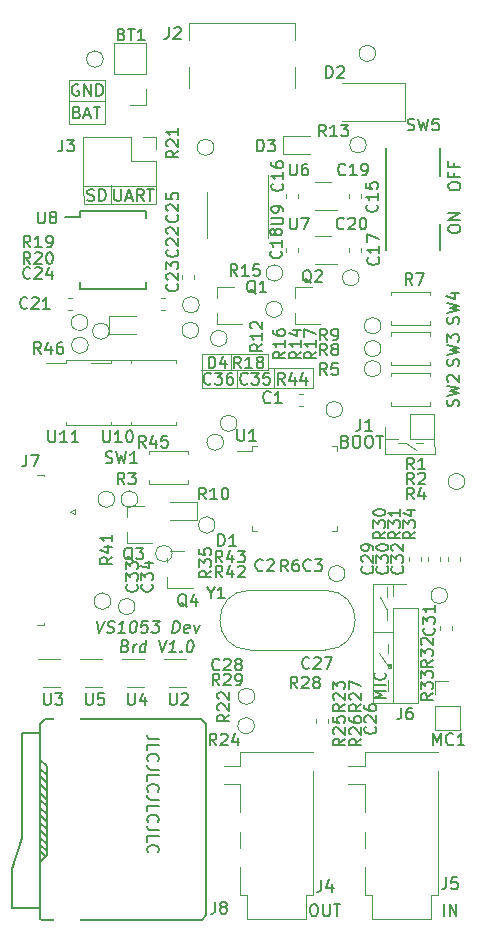
<source format=gbr>
G04 #@! TF.GenerationSoftware,KiCad,Pcbnew,(5.1.5)-3*
G04 #@! TF.CreationDate,2020-09-05T19:48:14+08:00*
G04 #@! TF.ProjectId,VS1053 Dev Brd,56533130-3533-4204-9465-76204272642e,rev?*
G04 #@! TF.SameCoordinates,Original*
G04 #@! TF.FileFunction,Legend,Top*
G04 #@! TF.FilePolarity,Positive*
%FSLAX46Y46*%
G04 Gerber Fmt 4.6, Leading zero omitted, Abs format (unit mm)*
G04 Created by KiCad (PCBNEW (5.1.5)-3) date 2020-09-05 19:48:14*
%MOMM*%
%LPD*%
G04 APERTURE LIST*
%ADD10C,0.150000*%
%ADD11C,0.120000*%
%ADD12C,0.127000*%
%ADD13C,0.100000*%
%ADD14C,1.602000*%
%ADD15O,1.452000X1.452000*%
%ADD16R,1.452000X1.452000*%
%ADD17C,1.102000*%
%ADD18O,1.002000X2.102000*%
%ADD19O,1.002000X1.802000*%
%ADD20R,0.402000X1.262000*%
%ADD21C,0.702000*%
%ADD22R,0.702000X1.262000*%
%ADD23R,1.802000X1.802000*%
%ADD24O,1.802000X1.802000*%
%ADD25R,2.602000X1.902000*%
%ADD26R,2.602000X1.302000*%
%ADD27R,1.202000X0.402000*%
%ADD28R,3.202000X2.402000*%
%ADD29O,1.102000X1.102000*%
%ADD30R,1.902000X0.802000*%
%ADD31R,1.502000X1.302000*%
%ADD32R,1.502000X1.702000*%
%ADD33R,2.302000X2.134000*%
%ADD34R,1.002000X0.902000*%
%ADD35R,1.002000X1.802000*%
%ADD36R,2.602000X1.602000*%
%ADD37O,2.602000X1.602000*%
%ADD38O,3.602000X2.302000*%
%ADD39R,0.752000X0.502000*%
%ADD40R,1.302000X0.502000*%
G04 APERTURE END LIST*
D10*
X82386419Y-120704552D02*
X81672133Y-120704552D01*
X81529276Y-120656933D01*
X81434038Y-120561695D01*
X81386419Y-120418838D01*
X81386419Y-120323600D01*
X81386419Y-121656933D02*
X81386419Y-121180742D01*
X82386419Y-121180742D01*
X81481657Y-122561695D02*
X81434038Y-122514076D01*
X81386419Y-122371219D01*
X81386419Y-122275980D01*
X81434038Y-122133123D01*
X81529276Y-122037885D01*
X81624514Y-121990266D01*
X81814990Y-121942647D01*
X81957847Y-121942647D01*
X82148323Y-121990266D01*
X82243561Y-122037885D01*
X82338800Y-122133123D01*
X82386419Y-122275980D01*
X82386419Y-122371219D01*
X82338800Y-122514076D01*
X82291180Y-122561695D01*
X82386419Y-123275980D02*
X81672133Y-123275980D01*
X81529276Y-123228361D01*
X81434038Y-123133123D01*
X81386419Y-122990266D01*
X81386419Y-122895028D01*
X81386419Y-124228361D02*
X81386419Y-123752171D01*
X82386419Y-123752171D01*
X81481657Y-125133123D02*
X81434038Y-125085504D01*
X81386419Y-124942647D01*
X81386419Y-124847409D01*
X81434038Y-124704552D01*
X81529276Y-124609314D01*
X81624514Y-124561695D01*
X81814990Y-124514076D01*
X81957847Y-124514076D01*
X82148323Y-124561695D01*
X82243561Y-124609314D01*
X82338800Y-124704552D01*
X82386419Y-124847409D01*
X82386419Y-124942647D01*
X82338800Y-125085504D01*
X82291180Y-125133123D01*
X82386419Y-125847409D02*
X81672133Y-125847409D01*
X81529276Y-125799790D01*
X81434038Y-125704552D01*
X81386419Y-125561695D01*
X81386419Y-125466457D01*
X81386419Y-126799790D02*
X81386419Y-126323600D01*
X82386419Y-126323600D01*
X81481657Y-127704552D02*
X81434038Y-127656933D01*
X81386419Y-127514076D01*
X81386419Y-127418838D01*
X81434038Y-127275980D01*
X81529276Y-127180742D01*
X81624514Y-127133123D01*
X81814990Y-127085504D01*
X81957847Y-127085504D01*
X82148323Y-127133123D01*
X82243561Y-127180742D01*
X82338800Y-127275980D01*
X82386419Y-127418838D01*
X82386419Y-127514076D01*
X82338800Y-127656933D01*
X82291180Y-127704552D01*
X82386419Y-128418838D02*
X81672133Y-128418838D01*
X81529276Y-128371219D01*
X81434038Y-128275980D01*
X81386419Y-128133123D01*
X81386419Y-128037885D01*
X81386419Y-129371219D02*
X81386419Y-128895028D01*
X82386419Y-128895028D01*
X81481657Y-130275980D02*
X81434038Y-130228361D01*
X81386419Y-130085504D01*
X81386419Y-129990266D01*
X81434038Y-129847409D01*
X81529276Y-129752171D01*
X81624514Y-129704552D01*
X81814990Y-129656933D01*
X81957847Y-129656933D01*
X82148323Y-129704552D01*
X82243561Y-129752171D01*
X82338800Y-129847409D01*
X82386419Y-129990266D01*
X82386419Y-130085504D01*
X82338800Y-130228361D01*
X82291180Y-130275980D01*
X106511790Y-135681980D02*
X106511790Y-134681980D01*
X106987980Y-135681980D02*
X106987980Y-134681980D01*
X107559409Y-135681980D01*
X107559409Y-134681980D01*
X95418400Y-134681980D02*
X95608876Y-134681980D01*
X95704114Y-134729600D01*
X95799352Y-134824838D01*
X95846971Y-135015314D01*
X95846971Y-135348647D01*
X95799352Y-135539123D01*
X95704114Y-135634361D01*
X95608876Y-135681980D01*
X95418400Y-135681980D01*
X95323161Y-135634361D01*
X95227923Y-135539123D01*
X95180304Y-135348647D01*
X95180304Y-135015314D01*
X95227923Y-134824838D01*
X95323161Y-134729600D01*
X95418400Y-134681980D01*
X96275542Y-134681980D02*
X96275542Y-135491504D01*
X96323161Y-135586742D01*
X96370780Y-135634361D01*
X96466019Y-135681980D01*
X96656495Y-135681980D01*
X96751733Y-135634361D01*
X96799352Y-135586742D01*
X96846971Y-135491504D01*
X96846971Y-134681980D01*
X97180304Y-134681980D02*
X97751733Y-134681980D01*
X97466019Y-135681980D02*
X97466019Y-134681980D01*
D11*
X103327200Y-95656400D02*
X104140000Y-96215200D01*
X104648000Y-95656400D02*
X104749600Y-95656400D01*
X104241600Y-95656400D02*
X104140000Y-95656400D01*
X104648000Y-95656400D02*
X104241600Y-95656400D01*
X102616000Y-95656400D02*
X103327200Y-95656400D01*
X105714800Y-96570800D02*
X105676000Y-95294000D01*
X101549200Y-96570800D02*
X105714800Y-96570800D01*
X101556000Y-95294000D02*
X101549200Y-96570800D01*
D10*
X98160057Y-95483371D02*
X98302914Y-95530990D01*
X98350533Y-95578609D01*
X98398152Y-95673847D01*
X98398152Y-95816704D01*
X98350533Y-95911942D01*
X98302914Y-95959561D01*
X98207676Y-96007180D01*
X97826723Y-96007180D01*
X97826723Y-95007180D01*
X98160057Y-95007180D01*
X98255295Y-95054800D01*
X98302914Y-95102419D01*
X98350533Y-95197657D01*
X98350533Y-95292895D01*
X98302914Y-95388133D01*
X98255295Y-95435752D01*
X98160057Y-95483371D01*
X97826723Y-95483371D01*
X99017200Y-95007180D02*
X99207676Y-95007180D01*
X99302914Y-95054800D01*
X99398152Y-95150038D01*
X99445771Y-95340514D01*
X99445771Y-95673847D01*
X99398152Y-95864323D01*
X99302914Y-95959561D01*
X99207676Y-96007180D01*
X99017200Y-96007180D01*
X98921961Y-95959561D01*
X98826723Y-95864323D01*
X98779104Y-95673847D01*
X98779104Y-95340514D01*
X98826723Y-95150038D01*
X98921961Y-95054800D01*
X99017200Y-95007180D01*
X100064819Y-95007180D02*
X100255295Y-95007180D01*
X100350533Y-95054800D01*
X100445771Y-95150038D01*
X100493390Y-95340514D01*
X100493390Y-95673847D01*
X100445771Y-95864323D01*
X100350533Y-95959561D01*
X100255295Y-96007180D01*
X100064819Y-96007180D01*
X99969580Y-95959561D01*
X99874342Y-95864323D01*
X99826723Y-95673847D01*
X99826723Y-95340514D01*
X99874342Y-95150038D01*
X99969580Y-95054800D01*
X100064819Y-95007180D01*
X100779104Y-95007180D02*
X101350533Y-95007180D01*
X101064819Y-96007180D02*
X101064819Y-95007180D01*
X77128900Y-110692180D02*
X77337233Y-111692180D01*
X77795567Y-110692180D01*
X77962233Y-111644561D02*
X78099138Y-111692180D01*
X78337233Y-111692180D01*
X78438424Y-111644561D01*
X78491995Y-111596942D01*
X78551519Y-111501704D01*
X78563424Y-111406466D01*
X78527710Y-111311228D01*
X78486043Y-111263609D01*
X78396757Y-111215990D01*
X78212233Y-111168371D01*
X78122948Y-111120752D01*
X78081281Y-111073133D01*
X78045567Y-110977895D01*
X78057472Y-110882657D01*
X78116995Y-110787419D01*
X78170567Y-110739800D01*
X78271757Y-110692180D01*
X78509852Y-110692180D01*
X78646757Y-110739800D01*
X79480091Y-111692180D02*
X78908662Y-111692180D01*
X79194376Y-111692180D02*
X79319376Y-110692180D01*
X79206281Y-110835038D01*
X79099138Y-110930276D01*
X78997948Y-110977895D01*
X80224138Y-110692180D02*
X80319376Y-110692180D01*
X80408662Y-110739800D01*
X80450329Y-110787419D01*
X80486043Y-110882657D01*
X80509852Y-111073133D01*
X80480091Y-111311228D01*
X80408662Y-111501704D01*
X80349138Y-111596942D01*
X80295567Y-111644561D01*
X80194376Y-111692180D01*
X80099138Y-111692180D01*
X80009852Y-111644561D01*
X79968186Y-111596942D01*
X79932472Y-111501704D01*
X79908662Y-111311228D01*
X79938424Y-111073133D01*
X80009852Y-110882657D01*
X80069376Y-110787419D01*
X80122948Y-110739800D01*
X80224138Y-110692180D01*
X81462233Y-110692180D02*
X80986043Y-110692180D01*
X80878900Y-111168371D01*
X80932472Y-111120752D01*
X81033662Y-111073133D01*
X81271757Y-111073133D01*
X81361043Y-111120752D01*
X81402710Y-111168371D01*
X81438424Y-111263609D01*
X81408662Y-111501704D01*
X81349138Y-111596942D01*
X81295567Y-111644561D01*
X81194376Y-111692180D01*
X80956281Y-111692180D01*
X80866995Y-111644561D01*
X80825329Y-111596942D01*
X81843186Y-110692180D02*
X82462233Y-110692180D01*
X82081281Y-111073133D01*
X82224138Y-111073133D01*
X82313424Y-111120752D01*
X82355091Y-111168371D01*
X82390805Y-111263609D01*
X82361043Y-111501704D01*
X82301519Y-111596942D01*
X82247948Y-111644561D01*
X82146757Y-111692180D01*
X81861043Y-111692180D01*
X81771757Y-111644561D01*
X81730091Y-111596942D01*
X83527710Y-111692180D02*
X83652710Y-110692180D01*
X83890805Y-110692180D01*
X84027710Y-110739800D01*
X84111043Y-110835038D01*
X84146757Y-110930276D01*
X84170567Y-111120752D01*
X84152710Y-111263609D01*
X84081281Y-111454085D01*
X84021757Y-111549323D01*
X83914614Y-111644561D01*
X83765805Y-111692180D01*
X83527710Y-111692180D01*
X84914614Y-111644561D02*
X84813424Y-111692180D01*
X84622948Y-111692180D01*
X84533662Y-111644561D01*
X84497948Y-111549323D01*
X84545567Y-111168371D01*
X84605091Y-111073133D01*
X84706281Y-111025514D01*
X84896757Y-111025514D01*
X84986043Y-111073133D01*
X85021757Y-111168371D01*
X85009852Y-111263609D01*
X84521757Y-111358847D01*
X85372948Y-111025514D02*
X85527710Y-111692180D01*
X85849138Y-111025514D01*
X79545567Y-112818371D02*
X79682472Y-112865990D01*
X79724138Y-112913609D01*
X79759852Y-113008847D01*
X79741995Y-113151704D01*
X79682472Y-113246942D01*
X79628900Y-113294561D01*
X79527710Y-113342180D01*
X79146757Y-113342180D01*
X79271757Y-112342180D01*
X79605091Y-112342180D01*
X79694376Y-112389800D01*
X79736043Y-112437419D01*
X79771757Y-112532657D01*
X79759852Y-112627895D01*
X79700329Y-112723133D01*
X79646757Y-112770752D01*
X79545567Y-112818371D01*
X79212233Y-112818371D01*
X80146757Y-113342180D02*
X80230091Y-112675514D01*
X80206281Y-112865990D02*
X80265805Y-112770752D01*
X80319376Y-112723133D01*
X80420567Y-112675514D01*
X80515805Y-112675514D01*
X81194376Y-113342180D02*
X81319376Y-112342180D01*
X81200329Y-113294561D02*
X81099138Y-113342180D01*
X80908662Y-113342180D01*
X80819376Y-113294561D01*
X80777710Y-113246942D01*
X80741995Y-113151704D01*
X80777710Y-112865990D01*
X80837233Y-112770752D01*
X80890805Y-112723133D01*
X80991995Y-112675514D01*
X81182472Y-112675514D01*
X81271757Y-112723133D01*
X82414614Y-112342180D02*
X82622948Y-113342180D01*
X83081281Y-112342180D01*
X83813424Y-113342180D02*
X83241995Y-113342180D01*
X83527710Y-113342180D02*
X83652710Y-112342180D01*
X83539614Y-112485038D01*
X83432472Y-112580276D01*
X83331281Y-112627895D01*
X84253900Y-113246942D02*
X84295567Y-113294561D01*
X84241995Y-113342180D01*
X84200329Y-113294561D01*
X84253900Y-113246942D01*
X84241995Y-113342180D01*
X85033662Y-112342180D02*
X85128900Y-112342180D01*
X85218186Y-112389800D01*
X85259852Y-112437419D01*
X85295567Y-112532657D01*
X85319376Y-112723133D01*
X85289614Y-112961228D01*
X85218186Y-113151704D01*
X85158662Y-113246942D01*
X85105091Y-113294561D01*
X85003900Y-113342180D01*
X84908662Y-113342180D01*
X84819376Y-113294561D01*
X84777710Y-113246942D01*
X84741995Y-113151704D01*
X84718186Y-112961228D01*
X84747948Y-112723133D01*
X84819376Y-112532657D01*
X84878900Y-112437419D01*
X84932472Y-112389800D01*
X85033662Y-112342180D01*
X101595180Y-117251028D02*
X100595180Y-117251028D01*
X101309466Y-116917695D01*
X100595180Y-116584361D01*
X101595180Y-116584361D01*
X101595180Y-116108171D02*
X100595180Y-116108171D01*
X101499942Y-115060552D02*
X101547561Y-115108171D01*
X101595180Y-115251028D01*
X101595180Y-115346266D01*
X101547561Y-115489123D01*
X101452323Y-115584361D01*
X101357085Y-115631980D01*
X101166609Y-115679600D01*
X101023752Y-115679600D01*
X100833276Y-115631980D01*
X100738038Y-115584361D01*
X100642800Y-115489123D01*
X100595180Y-115346266D01*
X100595180Y-115251028D01*
X100642800Y-115108171D01*
X100690419Y-115060552D01*
D11*
X101803200Y-114350800D02*
X101803200Y-114655600D01*
X101904800Y-114604800D02*
X101803200Y-114350800D01*
X101904800Y-114350800D02*
X101904800Y-114604800D01*
X102006400Y-114350800D02*
X102006400Y-114655600D01*
X101752400Y-114350800D02*
X101752400Y-114655600D01*
X102006400Y-114350800D02*
X101752400Y-114350800D01*
X102006400Y-114655600D02*
X101752400Y-114655600D01*
X101752400Y-114503200D02*
X100990400Y-113385600D01*
X101752400Y-114503200D02*
X102006400Y-114503200D01*
X101752400Y-116636800D02*
X101752400Y-115722400D01*
X101752400Y-112623600D02*
X101752400Y-113436400D01*
X100482400Y-117602000D02*
X102209600Y-117602000D01*
X100482400Y-111607600D02*
X100482400Y-117602000D01*
X101650800Y-109728000D02*
X101092000Y-108661200D01*
X101650800Y-108661200D02*
X101650800Y-107848400D01*
X101650800Y-110642400D02*
X101650800Y-109728000D01*
X100482400Y-111607600D02*
X102209600Y-111607600D01*
X100482400Y-107543600D02*
X100482400Y-111607600D01*
X102216400Y-107550400D02*
X100482400Y-107543600D01*
X88442800Y-88087200D02*
X88442800Y-89408000D01*
X92151200Y-89357200D02*
X92151200Y-90932000D01*
X89001600Y-89458800D02*
X89001600Y-90982800D01*
X91643200Y-89458800D02*
X91643200Y-89357200D01*
X85953600Y-89458800D02*
X91643200Y-89458800D01*
X86004400Y-90982800D02*
X86004400Y-88087200D01*
X95453200Y-90982800D02*
X86004400Y-90982800D01*
X95453200Y-89306400D02*
X95453200Y-90982800D01*
X91643200Y-89306400D02*
X95453200Y-89306400D01*
X91643200Y-88087200D02*
X91643200Y-89306400D01*
X86004400Y-88087200D02*
X91643200Y-88087200D01*
X78282800Y-73812400D02*
X78282800Y-75387200D01*
X82111400Y-73824400D02*
X82143600Y-75387200D01*
X75996800Y-75387200D02*
X82143600Y-75387200D01*
X75991400Y-73824400D02*
X75996800Y-75387200D01*
D10*
X78617961Y-74128380D02*
X78617961Y-74937904D01*
X78665580Y-75033142D01*
X78713200Y-75080761D01*
X78808438Y-75128380D01*
X78998914Y-75128380D01*
X79094152Y-75080761D01*
X79141771Y-75033142D01*
X79189390Y-74937904D01*
X79189390Y-74128380D01*
X79617961Y-74842666D02*
X80094152Y-74842666D01*
X79522723Y-75128380D02*
X79856057Y-74128380D01*
X80189390Y-75128380D01*
X81094152Y-75128380D02*
X80760819Y-74652190D01*
X80522723Y-75128380D02*
X80522723Y-74128380D01*
X80903676Y-74128380D01*
X80998914Y-74176000D01*
X81046533Y-74223619D01*
X81094152Y-74318857D01*
X81094152Y-74461714D01*
X81046533Y-74556952D01*
X80998914Y-74604571D01*
X80903676Y-74652190D01*
X80522723Y-74652190D01*
X81379866Y-74128380D02*
X81951295Y-74128380D01*
X81665580Y-75128380D02*
X81665580Y-74128380D01*
X76328685Y-75080761D02*
X76471542Y-75128380D01*
X76709638Y-75128380D01*
X76804876Y-75080761D01*
X76852495Y-75033142D01*
X76900114Y-74937904D01*
X76900114Y-74842666D01*
X76852495Y-74747428D01*
X76804876Y-74699809D01*
X76709638Y-74652190D01*
X76519161Y-74604571D01*
X76423923Y-74556952D01*
X76376304Y-74509333D01*
X76328685Y-74414095D01*
X76328685Y-74318857D01*
X76376304Y-74223619D01*
X76423923Y-74176000D01*
X76519161Y-74128380D01*
X76757257Y-74128380D01*
X76900114Y-74176000D01*
X77328685Y-75128380D02*
X77328685Y-74128380D01*
X77566780Y-74128380D01*
X77709638Y-74176000D01*
X77804876Y-74271238D01*
X77852495Y-74366476D01*
X77900114Y-74556952D01*
X77900114Y-74699809D01*
X77852495Y-74890285D01*
X77804876Y-74985523D01*
X77709638Y-75080761D01*
X77566780Y-75128380D01*
X77328685Y-75128380D01*
X106894380Y-73977380D02*
X106894380Y-73786904D01*
X106942000Y-73691666D01*
X107037238Y-73596428D01*
X107227714Y-73548809D01*
X107561047Y-73548809D01*
X107751523Y-73596428D01*
X107846761Y-73691666D01*
X107894380Y-73786904D01*
X107894380Y-73977380D01*
X107846761Y-74072619D01*
X107751523Y-74167857D01*
X107561047Y-74215476D01*
X107227714Y-74215476D01*
X107037238Y-74167857D01*
X106942000Y-74072619D01*
X106894380Y-73977380D01*
X107370571Y-72786904D02*
X107370571Y-73120238D01*
X107894380Y-73120238D02*
X106894380Y-73120238D01*
X106894380Y-72644047D01*
X107370571Y-71929761D02*
X107370571Y-72263095D01*
X107894380Y-72263095D02*
X106894380Y-72263095D01*
X106894380Y-71786904D01*
X106894380Y-77581047D02*
X106894380Y-77390571D01*
X106942000Y-77295333D01*
X107037238Y-77200095D01*
X107227714Y-77152476D01*
X107561047Y-77152476D01*
X107751523Y-77200095D01*
X107846761Y-77295333D01*
X107894380Y-77390571D01*
X107894380Y-77581047D01*
X107846761Y-77676285D01*
X107751523Y-77771523D01*
X107561047Y-77819142D01*
X107227714Y-77819142D01*
X107037238Y-77771523D01*
X106942000Y-77676285D01*
X106894380Y-77581047D01*
X107894380Y-76723904D02*
X106894380Y-76723904D01*
X107894380Y-76152476D01*
X106894380Y-76152476D01*
D11*
X74803000Y-66675000D02*
X77851000Y-66675000D01*
X74803000Y-68580000D02*
X74803000Y-64897000D01*
X77851000Y-68580000D02*
X74803000Y-68580000D01*
X77851000Y-64897000D02*
X77851000Y-68580000D01*
X74803000Y-64897000D02*
X77851000Y-64897000D01*
D10*
X75461904Y-67619571D02*
X75604761Y-67667190D01*
X75652380Y-67714809D01*
X75700000Y-67810047D01*
X75700000Y-67952904D01*
X75652380Y-68048142D01*
X75604761Y-68095761D01*
X75509523Y-68143380D01*
X75128571Y-68143380D01*
X75128571Y-67143380D01*
X75461904Y-67143380D01*
X75557142Y-67191000D01*
X75604761Y-67238619D01*
X75652380Y-67333857D01*
X75652380Y-67429095D01*
X75604761Y-67524333D01*
X75557142Y-67571952D01*
X75461904Y-67619571D01*
X75128571Y-67619571D01*
X76080952Y-67857666D02*
X76557142Y-67857666D01*
X75985714Y-68143380D02*
X76319047Y-67143380D01*
X76652380Y-68143380D01*
X76842857Y-67143380D02*
X77414285Y-67143380D01*
X77128571Y-68143380D02*
X77128571Y-67143380D01*
X75565095Y-65286000D02*
X75469857Y-65238380D01*
X75327000Y-65238380D01*
X75184142Y-65286000D01*
X75088904Y-65381238D01*
X75041285Y-65476476D01*
X74993666Y-65666952D01*
X74993666Y-65809809D01*
X75041285Y-66000285D01*
X75088904Y-66095523D01*
X75184142Y-66190761D01*
X75327000Y-66238380D01*
X75422238Y-66238380D01*
X75565095Y-66190761D01*
X75612714Y-66143142D01*
X75612714Y-65809809D01*
X75422238Y-65809809D01*
X76041285Y-66238380D02*
X76041285Y-65238380D01*
X76612714Y-66238380D01*
X76612714Y-65238380D01*
X77088904Y-66238380D02*
X77088904Y-65238380D01*
X77327000Y-65238380D01*
X77469857Y-65286000D01*
X77565095Y-65381238D01*
X77612714Y-65476476D01*
X77660333Y-65666952D01*
X77660333Y-65809809D01*
X77612714Y-66000285D01*
X77565095Y-66095523D01*
X77469857Y-66190761D01*
X77327000Y-66238380D01*
X77088904Y-66238380D01*
D11*
X74493900Y-88873400D02*
X72841400Y-88873400D01*
X74493900Y-88590900D02*
X74493900Y-88873400D01*
X77241400Y-88590900D02*
X74493900Y-88590900D01*
X79988900Y-88590900D02*
X79988900Y-88873400D01*
X77241400Y-88590900D02*
X79988900Y-88590900D01*
X74493900Y-94085900D02*
X74493900Y-93803400D01*
X77241400Y-94085900D02*
X74493900Y-94085900D01*
X79988900Y-94085900D02*
X79988900Y-93803400D01*
X77241400Y-94085900D02*
X79988900Y-94085900D01*
X78303900Y-88873400D02*
X76651400Y-88873400D01*
X78303900Y-88590900D02*
X78303900Y-88873400D01*
X81051400Y-88590900D02*
X78303900Y-88590900D01*
X83798900Y-88590900D02*
X83798900Y-88873400D01*
X81051400Y-88590900D02*
X83798900Y-88590900D01*
X78303900Y-94085900D02*
X78303900Y-93803400D01*
X81051400Y-94085900D02*
X78303900Y-94085900D01*
X83798900Y-94085900D02*
X83798900Y-93803400D01*
X81051400Y-94085900D02*
X83798900Y-94085900D01*
X91612400Y-76352400D02*
X91612400Y-72902400D01*
X91612400Y-76352400D02*
X91612400Y-78302400D01*
X86492400Y-76352400D02*
X86492400Y-74402400D01*
X86492400Y-76352400D02*
X86492400Y-78302400D01*
X96470400Y-113142000D02*
G75*
G03X96470400Y-108092000I0J2525000D01*
G01*
X90070400Y-113142000D02*
G75*
G02X90070400Y-108092000I0J2525000D01*
G01*
X90070400Y-113142000D02*
X96470400Y-113142000D01*
X90070400Y-108092000D02*
X96470400Y-108092000D01*
X102216400Y-107550400D02*
X103276400Y-107550400D01*
X102216400Y-108610400D02*
X102216400Y-107550400D01*
X102216400Y-109610400D02*
X104336400Y-109610400D01*
X104336400Y-109610400D02*
X104336400Y-117670400D01*
X102216400Y-109610400D02*
X102216400Y-117670400D01*
X102216400Y-117670400D02*
X104336400Y-117670400D01*
X82111400Y-69704400D02*
X82111400Y-70764400D01*
X81051400Y-69704400D02*
X82111400Y-69704400D01*
X82111400Y-71764400D02*
X82111400Y-73824400D01*
X80051400Y-71764400D02*
X82111400Y-71764400D01*
X80051400Y-69704400D02*
X80051400Y-71764400D01*
X82111400Y-73824400D02*
X75991400Y-73824400D01*
X80051400Y-69704400D02*
X75991400Y-69704400D01*
X75991400Y-69704400D02*
X75991400Y-73824400D01*
X101556000Y-95294000D02*
X101556000Y-94234000D01*
X102616000Y-95294000D02*
X101556000Y-95294000D01*
X103616000Y-95294000D02*
X103616000Y-93174000D01*
X103616000Y-93174000D02*
X105676000Y-93174000D01*
X103616000Y-95294000D02*
X105676000Y-95294000D01*
X105676000Y-95294000D02*
X105676000Y-93174000D01*
X76392000Y-87350600D02*
G75*
G03X76392000Y-87350600I-700000J0D01*
G01*
X98134400Y-106680000D02*
G75*
G03X98134400Y-106680000I-700000J0D01*
G01*
X77662000Y-63119000D02*
G75*
G03X77662000Y-63119000I-700000J0D01*
G01*
X85790000Y-83921600D02*
G75*
G03X85790000Y-83921600I-700000J0D01*
G01*
X76366600Y-85420200D02*
G75*
G03X76366600Y-85420200I-700000J0D01*
G01*
X80583000Y-100380800D02*
G75*
G03X80583000Y-100380800I-700000J0D01*
G01*
X83504000Y-104978200D02*
G75*
G03X83504000Y-104978200I-700000J0D01*
G01*
X78297000Y-109016800D02*
G75*
G03X78297000Y-109016800I-700000J0D01*
G01*
X85739200Y-86080600D02*
G75*
G03X85739200Y-86080600I-700000J0D01*
G01*
X106821200Y-108534200D02*
G75*
G03X106821200Y-108534200I-700000J0D01*
G01*
X90463600Y-119557800D02*
G75*
G03X90463600Y-119557800I-700000J0D01*
G01*
X88152200Y-86766400D02*
G75*
G03X88152200Y-86766400I-700000J0D01*
G01*
X78170000Y-86156800D02*
G75*
G03X78170000Y-86156800I-700000J0D01*
G01*
X92825800Y-84302600D02*
G75*
G03X92825800Y-84302600I-700000J0D01*
G01*
X100725200Y-62636400D02*
G75*
G03X100725200Y-62636400I-700000J0D01*
G01*
X99937800Y-70383400D02*
G75*
G03X99937800Y-70383400I-700000J0D01*
G01*
X78627200Y-100380800D02*
G75*
G03X78627200Y-100380800I-700000J0D01*
G01*
X97931200Y-92786200D02*
G75*
G03X97931200Y-92786200I-700000J0D01*
G01*
X99328200Y-81635600D02*
G75*
G03X99328200Y-81635600I-700000J0D01*
G01*
X92851200Y-81229200D02*
G75*
G03X92851200Y-81229200I-700000J0D01*
G01*
X87034600Y-70586600D02*
G75*
G03X87034600Y-70586600I-700000J0D01*
G01*
X101182400Y-85699600D02*
G75*
G03X101182400Y-85699600I-700000J0D01*
G01*
X108269000Y-98882200D02*
G75*
G03X108269000Y-98882200I-700000J0D01*
G01*
X101182400Y-89331800D02*
G75*
G03X101182400Y-89331800I-700000J0D01*
G01*
X88990400Y-93954600D02*
G75*
G03X88990400Y-93954600I-700000J0D01*
G01*
X87847400Y-95554800D02*
G75*
G03X87847400Y-95554800I-700000J0D01*
G01*
X101182400Y-87630000D02*
G75*
G03X101182400Y-87630000I-700000J0D01*
G01*
X90489000Y-117068600D02*
G75*
G03X90489000Y-117068600I-700000J0D01*
G01*
X80354400Y-109474000D02*
G75*
G03X80354400Y-109474000I-700000J0D01*
G01*
X87136200Y-102565200D02*
G75*
G03X87136200Y-102565200I-700000J0D01*
G01*
X84963400Y-60082400D02*
X93903400Y-60082400D01*
X84963400Y-65592400D02*
X84963400Y-63792400D01*
X84963400Y-60082400D02*
X84963400Y-61542400D01*
X93903400Y-60082400D02*
X93903400Y-61542400D01*
X93903400Y-65592400D02*
X93903400Y-63792400D01*
X81263800Y-61763600D02*
X78603800Y-61763600D01*
X81263800Y-64363600D02*
X81263800Y-61763600D01*
X78603800Y-64363600D02*
X78603800Y-61763600D01*
X81263800Y-64363600D02*
X78603800Y-64363600D01*
X81263800Y-65633600D02*
X81263800Y-66963600D01*
X81263800Y-66963600D02*
X79933800Y-66963600D01*
X94223621Y-92483400D02*
X94549179Y-92483400D01*
X94223621Y-91463400D02*
X94549179Y-91463400D01*
X98448400Y-74864179D02*
X98448400Y-74538621D01*
X99468400Y-74864179D02*
X99468400Y-74538621D01*
X94134400Y-74864179D02*
X94134400Y-74538621D01*
X93114400Y-74864179D02*
X93114400Y-74538621D01*
X99468400Y-79436179D02*
X99468400Y-79110621D01*
X98448400Y-79436179D02*
X98448400Y-79110621D01*
X93114400Y-79436179D02*
X93114400Y-79110621D01*
X94134400Y-79436179D02*
X94134400Y-79110621D01*
X74665621Y-83335400D02*
X74991179Y-83335400D01*
X74665621Y-84355400D02*
X74991179Y-84355400D01*
X85371400Y-81396621D02*
X85371400Y-81722179D01*
X84351400Y-81396621D02*
X84351400Y-81722179D01*
X82539621Y-84355400D02*
X82865179Y-84355400D01*
X82539621Y-83335400D02*
X82865179Y-83335400D01*
X96674400Y-118988621D02*
X96674400Y-119314179D01*
X95654400Y-118988621D02*
X95654400Y-119314179D01*
X103528400Y-105272621D02*
X103528400Y-105598179D01*
X104548400Y-105272621D02*
X104548400Y-105598179D01*
X106199400Y-105272621D02*
X106199400Y-105598179D01*
X105179400Y-105272621D02*
X105179400Y-105598179D01*
X107215400Y-111440179D02*
X107215400Y-111114621D01*
X106195400Y-111440179D02*
X106195400Y-111114621D01*
X106830400Y-105272621D02*
X106830400Y-105598179D01*
X107850400Y-105272621D02*
X107850400Y-105598179D01*
X85584400Y-100636400D02*
X83299400Y-100636400D01*
X85584400Y-102106400D02*
X85584400Y-100636400D01*
X83299400Y-102106400D02*
X85584400Y-102106400D01*
X103247400Y-68401200D02*
X103247400Y-65101200D01*
X103247400Y-65101200D02*
X97847400Y-65101200D01*
X103247400Y-68401200D02*
X97847400Y-68401200D01*
X95186400Y-69648400D02*
X92901400Y-69648400D01*
X92901400Y-69648400D02*
X92901400Y-71118400D01*
X92901400Y-71118400D02*
X95186400Y-71118400D01*
X80454400Y-84888400D02*
X78169400Y-84888400D01*
X78169400Y-84888400D02*
X78169400Y-86358400D01*
X78169400Y-86358400D02*
X80454400Y-86358400D01*
X89254400Y-124483400D02*
X87854400Y-124483400D01*
X89254400Y-122933400D02*
X87854400Y-122933400D01*
X95454400Y-123383400D02*
X95454400Y-133908400D01*
X89254400Y-122933400D02*
X89254400Y-121808400D01*
X89254400Y-126883400D02*
X89254400Y-124483400D01*
X89254400Y-129883400D02*
X89254400Y-128533400D01*
X89254400Y-133908400D02*
X89254400Y-131533400D01*
X95454400Y-121808400D02*
X89254400Y-121808400D01*
X89254400Y-133908400D02*
X89854400Y-133908400D01*
X94854400Y-133908400D02*
X95454400Y-133908400D01*
X89854400Y-135908400D02*
X94854400Y-135908400D01*
X89854400Y-133908400D02*
X89854400Y-135908400D01*
X94854400Y-133908400D02*
X94854400Y-135908400D01*
X105395400Y-133908400D02*
X105395400Y-135908400D01*
X100395400Y-133908400D02*
X100395400Y-135908400D01*
X100395400Y-135908400D02*
X105395400Y-135908400D01*
X105395400Y-133908400D02*
X105995400Y-133908400D01*
X99795400Y-133908400D02*
X100395400Y-133908400D01*
X105995400Y-121808400D02*
X99795400Y-121808400D01*
X99795400Y-133908400D02*
X99795400Y-131533400D01*
X99795400Y-129883400D02*
X99795400Y-128533400D01*
X99795400Y-126883400D02*
X99795400Y-124483400D01*
X99795400Y-122933400D02*
X99795400Y-121808400D01*
X105995400Y-123383400D02*
X105995400Y-133908400D01*
X99795400Y-122933400D02*
X98395400Y-122933400D01*
X99795400Y-124483400D02*
X98395400Y-124483400D01*
X72661400Y-98458400D02*
X72661400Y-98348400D01*
X72661400Y-98348400D02*
X72061400Y-98348400D01*
X72661400Y-110888400D02*
X72661400Y-110998400D01*
X72661400Y-110998400D02*
X72061400Y-110998400D01*
X75251400Y-101223400D02*
X74851400Y-101423400D01*
X74851400Y-101423400D02*
X75251400Y-101623400D01*
X75251400Y-101623400D02*
X75251400Y-101223400D01*
D12*
X70764400Y-129108400D02*
X69951400Y-131673400D01*
X70764400Y-120142400D02*
X72339400Y-120142400D01*
X70764400Y-120142400D02*
X70764400Y-129133400D01*
X69951400Y-131673400D02*
X69951400Y-135026400D01*
X69951400Y-135026400D02*
X72313400Y-135026400D01*
X72339400Y-130200400D02*
X72745400Y-130606400D01*
X72745400Y-130606400D02*
X72745400Y-130683400D01*
X72339400Y-129641400D02*
X72898400Y-130200400D01*
X72339400Y-129057400D02*
X72898400Y-129616400D01*
X72898400Y-129616400D02*
X72898400Y-129641400D01*
X72339400Y-128422400D02*
X72898400Y-128981400D01*
X72898400Y-128981400D02*
X72898400Y-129108400D01*
X72339400Y-127787400D02*
X72872400Y-128320400D01*
X72872400Y-128320400D02*
X72898400Y-128320400D01*
X72339400Y-127152400D02*
X72898400Y-127711400D01*
X72898400Y-127711400D02*
X72898400Y-127736400D01*
X72339400Y-126492400D02*
X72898400Y-127050400D01*
X72898400Y-127050400D02*
X72898400Y-127152400D01*
X72339400Y-125857400D02*
X72872400Y-126390400D01*
X72872400Y-126390400D02*
X72898400Y-126390400D01*
X72339400Y-125272400D02*
X72898400Y-125831400D01*
X72898400Y-125831400D02*
X72898400Y-125857400D01*
X72415400Y-124587400D02*
X72898400Y-125069400D01*
X72339400Y-124587400D02*
X72415400Y-124587400D01*
X72339400Y-123850400D02*
X72847400Y-124358400D01*
X72847400Y-124358400D02*
X72898400Y-124358400D01*
X72339400Y-123190400D02*
X72872400Y-123723400D01*
X72872400Y-123723400D02*
X72898400Y-123723400D01*
X72339400Y-131089400D02*
X72339400Y-135890400D01*
X72898400Y-130530400D02*
X72339400Y-131089400D01*
X72898400Y-122986400D02*
X72898400Y-130530400D01*
X72339400Y-122428400D02*
X72898400Y-122986400D01*
X72339400Y-119430400D02*
X72339400Y-122428400D01*
X72771400Y-118999400D02*
X85953400Y-118999400D01*
X85953400Y-118999400D02*
X86385400Y-119430400D01*
X86385400Y-119430400D02*
X86385400Y-135610400D01*
X86385400Y-135610400D02*
X86004400Y-135991400D01*
X72440400Y-135991400D02*
X86004400Y-135991400D01*
X72339400Y-135890400D02*
X72440400Y-135991400D01*
X72339400Y-119430400D02*
X72339400Y-135890400D01*
X72771400Y-118999400D02*
X72339400Y-119430400D01*
D11*
X105772400Y-119925400D02*
X107892400Y-119925400D01*
X105772400Y-117865400D02*
X105772400Y-119925400D01*
X107892400Y-117865400D02*
X107892400Y-119925400D01*
X105772400Y-117865400D02*
X107892400Y-117865400D01*
X105772400Y-116865400D02*
X105772400Y-115805400D01*
X105772400Y-115805400D02*
X106832400Y-115805400D01*
X87276400Y-82392400D02*
X87276400Y-83322400D01*
X87276400Y-85552400D02*
X87276400Y-84622400D01*
X87276400Y-85552400D02*
X89436400Y-85552400D01*
X87276400Y-82392400D02*
X88736400Y-82392400D01*
X93880400Y-82392400D02*
X95340400Y-82392400D01*
X93880400Y-85552400D02*
X96040400Y-85552400D01*
X93880400Y-85552400D02*
X93880400Y-84622400D01*
X93880400Y-82392400D02*
X93880400Y-83322400D01*
X79656400Y-100934400D02*
X81116400Y-100934400D01*
X79656400Y-104094400D02*
X81816400Y-104094400D01*
X79656400Y-104094400D02*
X79656400Y-103164400D01*
X79656400Y-100934400D02*
X79656400Y-101864400D01*
X83085400Y-104744400D02*
X83085400Y-105674400D01*
X83085400Y-107904400D02*
X83085400Y-106974400D01*
X83085400Y-107904400D02*
X85245400Y-107904400D01*
X83085400Y-104744400D02*
X84545400Y-104744400D01*
X84860400Y-96588400D02*
X84860400Y-96288400D01*
X84860400Y-96288400D02*
X81560400Y-96288400D01*
X81560400Y-96288400D02*
X81560400Y-96588400D01*
X84860400Y-98788400D02*
X84860400Y-99088400D01*
X84860400Y-99088400D02*
X81560400Y-99088400D01*
X81560400Y-99088400D02*
X81560400Y-98788400D01*
X102007400Y-92484400D02*
X102007400Y-92184400D01*
X105307400Y-92484400D02*
X102007400Y-92484400D01*
X105307400Y-92184400D02*
X105307400Y-92484400D01*
X102007400Y-89684400D02*
X102007400Y-89984400D01*
X105307400Y-89684400D02*
X102007400Y-89684400D01*
X105307400Y-89984400D02*
X105307400Y-89684400D01*
X105307400Y-86555400D02*
X105307400Y-86255400D01*
X105307400Y-86255400D02*
X102007400Y-86255400D01*
X102007400Y-86255400D02*
X102007400Y-86555400D01*
X105307400Y-88755400D02*
X105307400Y-89055400D01*
X105307400Y-89055400D02*
X102007400Y-89055400D01*
X102007400Y-89055400D02*
X102007400Y-88755400D01*
X102007400Y-85626400D02*
X102007400Y-85326400D01*
X105307400Y-85626400D02*
X102007400Y-85626400D01*
X105307400Y-85326400D02*
X105307400Y-85626400D01*
X102007400Y-82826400D02*
X102007400Y-83126400D01*
X105307400Y-82826400D02*
X102007400Y-82826400D01*
X105307400Y-83126400D02*
X105307400Y-82826400D01*
D10*
X101611400Y-79287400D02*
X101611400Y-70687400D01*
X106211400Y-79287400D02*
X106211400Y-77087400D01*
X106211400Y-72987400D02*
X106211400Y-70687400D01*
D11*
X97038400Y-103076400D02*
X97488400Y-103076400D01*
X97488400Y-103076400D02*
X97488400Y-102626400D01*
X90718400Y-103076400D02*
X90268400Y-103076400D01*
X90268400Y-103076400D02*
X90268400Y-102626400D01*
X97038400Y-95856400D02*
X97488400Y-95856400D01*
X97488400Y-95856400D02*
X97488400Y-96306400D01*
X90718400Y-95856400D02*
X90268400Y-95856400D01*
X90268400Y-95856400D02*
X90268400Y-96306400D01*
X90268400Y-96306400D02*
X88978400Y-96306400D01*
X83272400Y-116247400D02*
X84672400Y-116247400D01*
X84672400Y-113927400D02*
X82772400Y-113927400D01*
X72604400Y-116247400D02*
X74004400Y-116247400D01*
X74004400Y-113927400D02*
X72104400Y-113927400D01*
X81116400Y-113927400D02*
X79216400Y-113927400D01*
X79716400Y-116247400D02*
X81116400Y-116247400D01*
X77560400Y-113927400D02*
X75660400Y-113927400D01*
X76160400Y-116247400D02*
X77560400Y-116247400D01*
X96991400Y-73541400D02*
X95591400Y-73541400D01*
X95591400Y-75861400D02*
X97491400Y-75861400D01*
X95591400Y-80433400D02*
X97491400Y-80433400D01*
X96991400Y-78113400D02*
X95591400Y-78113400D01*
D10*
X75736400Y-75998400D02*
X75736400Y-76473400D01*
X81286400Y-75998400D02*
X81286400Y-76573400D01*
X81286400Y-82548400D02*
X81286400Y-81973400D01*
X75736400Y-82548400D02*
X75736400Y-81973400D01*
X75736400Y-75998400D02*
X81286400Y-75998400D01*
X75736400Y-82548400D02*
X81286400Y-82548400D01*
X75736400Y-76473400D02*
X74461400Y-76473400D01*
X73031504Y-94549980D02*
X73031504Y-95359504D01*
X73079123Y-95454742D01*
X73126742Y-95502361D01*
X73221980Y-95549980D01*
X73412457Y-95549980D01*
X73507695Y-95502361D01*
X73555314Y-95454742D01*
X73602933Y-95359504D01*
X73602933Y-94549980D01*
X74602933Y-95549980D02*
X74031504Y-95549980D01*
X74317219Y-95549980D02*
X74317219Y-94549980D01*
X74221980Y-94692838D01*
X74126742Y-94788076D01*
X74031504Y-94835695D01*
X75555314Y-95549980D02*
X74983885Y-95549980D01*
X75269600Y-95549980D02*
X75269600Y-94549980D01*
X75174361Y-94692838D01*
X75079123Y-94788076D01*
X74983885Y-94835695D01*
X77654304Y-94549980D02*
X77654304Y-95359504D01*
X77701923Y-95454742D01*
X77749542Y-95502361D01*
X77844780Y-95549980D01*
X78035257Y-95549980D01*
X78130495Y-95502361D01*
X78178114Y-95454742D01*
X78225733Y-95359504D01*
X78225733Y-94549980D01*
X79225733Y-95549980D02*
X78654304Y-95549980D01*
X78940019Y-95549980D02*
X78940019Y-94549980D01*
X78844780Y-94692838D01*
X78749542Y-94788076D01*
X78654304Y-94835695D01*
X79844780Y-94549980D02*
X79940019Y-94549980D01*
X80035257Y-94597600D01*
X80082876Y-94645219D01*
X80130495Y-94740457D01*
X80178114Y-94930933D01*
X80178114Y-95169028D01*
X80130495Y-95359504D01*
X80082876Y-95454742D01*
X80035257Y-95502361D01*
X79940019Y-95549980D01*
X79844780Y-95549980D01*
X79749542Y-95502361D01*
X79701923Y-95454742D01*
X79654304Y-95359504D01*
X79606685Y-95169028D01*
X79606685Y-94930933D01*
X79654304Y-94740457D01*
X79701923Y-94645219D01*
X79749542Y-94597600D01*
X79844780Y-94549980D01*
X91904780Y-77114304D02*
X92714304Y-77114304D01*
X92809542Y-77066685D01*
X92857161Y-77019066D01*
X92904780Y-76923828D01*
X92904780Y-76733352D01*
X92857161Y-76638114D01*
X92809542Y-76590495D01*
X92714304Y-76542876D01*
X91904780Y-76542876D01*
X92904780Y-76019066D02*
X92904780Y-75828590D01*
X92857161Y-75733352D01*
X92809542Y-75685733D01*
X92666685Y-75590495D01*
X92476209Y-75542876D01*
X92095257Y-75542876D01*
X92000019Y-75590495D01*
X91952400Y-75638114D01*
X91904780Y-75733352D01*
X91904780Y-75923828D01*
X91952400Y-76019066D01*
X92000019Y-76066685D01*
X92095257Y-76114304D01*
X92333352Y-76114304D01*
X92428590Y-76066685D01*
X92476209Y-76019066D01*
X92523828Y-75923828D01*
X92523828Y-75733352D01*
X92476209Y-75638114D01*
X92428590Y-75590495D01*
X92333352Y-75542876D01*
X86772809Y-108307190D02*
X86772809Y-108783380D01*
X86439476Y-107783380D02*
X86772809Y-108307190D01*
X87106142Y-107783380D01*
X87963285Y-108783380D02*
X87391857Y-108783380D01*
X87677571Y-108783380D02*
X87677571Y-107783380D01*
X87582333Y-107926238D01*
X87487095Y-108021476D01*
X87391857Y-108069095D01*
X102892266Y-118019580D02*
X102892266Y-118733866D01*
X102844647Y-118876723D01*
X102749409Y-118971961D01*
X102606552Y-119019580D01*
X102511314Y-119019580D01*
X103797028Y-118019580D02*
X103606552Y-118019580D01*
X103511314Y-118067200D01*
X103463695Y-118114819D01*
X103368457Y-118257676D01*
X103320838Y-118448152D01*
X103320838Y-118829104D01*
X103368457Y-118924342D01*
X103416076Y-118971961D01*
X103511314Y-119019580D01*
X103701790Y-119019580D01*
X103797028Y-118971961D01*
X103844647Y-118924342D01*
X103892266Y-118829104D01*
X103892266Y-118591009D01*
X103844647Y-118495771D01*
X103797028Y-118448152D01*
X103701790Y-118400533D01*
X103511314Y-118400533D01*
X103416076Y-118448152D01*
X103368457Y-118495771D01*
X103320838Y-118591009D01*
X74215666Y-69937380D02*
X74215666Y-70651666D01*
X74168047Y-70794523D01*
X74072809Y-70889761D01*
X73929952Y-70937380D01*
X73834714Y-70937380D01*
X74596619Y-69937380D02*
X75215666Y-69937380D01*
X74882333Y-70318333D01*
X75025190Y-70318333D01*
X75120428Y-70365952D01*
X75168047Y-70413571D01*
X75215666Y-70508809D01*
X75215666Y-70746904D01*
X75168047Y-70842142D01*
X75120428Y-70889761D01*
X75025190Y-70937380D01*
X74739476Y-70937380D01*
X74644238Y-70889761D01*
X74596619Y-70842142D01*
X99437866Y-93584780D02*
X99437866Y-94299066D01*
X99390247Y-94441923D01*
X99295009Y-94537161D01*
X99152152Y-94584780D01*
X99056914Y-94584780D01*
X100437866Y-94584780D02*
X99866438Y-94584780D01*
X100152152Y-94584780D02*
X100152152Y-93584780D01*
X100056914Y-93727638D01*
X99961676Y-93822876D01*
X99866438Y-93870495D01*
X83232666Y-60412380D02*
X83232666Y-61126666D01*
X83185047Y-61269523D01*
X83089809Y-61364761D01*
X82946952Y-61412380D01*
X82851714Y-61412380D01*
X83661238Y-60507619D02*
X83708857Y-60460000D01*
X83804095Y-60412380D01*
X84042190Y-60412380D01*
X84137428Y-60460000D01*
X84185047Y-60507619D01*
X84232666Y-60602857D01*
X84232666Y-60698095D01*
X84185047Y-60840952D01*
X83613619Y-61412380D01*
X84232666Y-61412380D01*
X79224285Y-61015571D02*
X79367142Y-61063190D01*
X79414761Y-61110809D01*
X79462380Y-61206047D01*
X79462380Y-61348904D01*
X79414761Y-61444142D01*
X79367142Y-61491761D01*
X79271904Y-61539380D01*
X78890952Y-61539380D01*
X78890952Y-60539380D01*
X79224285Y-60539380D01*
X79319523Y-60587000D01*
X79367142Y-60634619D01*
X79414761Y-60729857D01*
X79414761Y-60825095D01*
X79367142Y-60920333D01*
X79319523Y-60967952D01*
X79224285Y-61015571D01*
X78890952Y-61015571D01*
X79748095Y-60539380D02*
X80319523Y-60539380D01*
X80033809Y-61539380D02*
X80033809Y-60539380D01*
X81176666Y-61539380D02*
X80605238Y-61539380D01*
X80890952Y-61539380D02*
X80890952Y-60539380D01*
X80795714Y-60682238D01*
X80700476Y-60777476D01*
X80605238Y-60825095D01*
X91832133Y-92152742D02*
X91784514Y-92200361D01*
X91641657Y-92247980D01*
X91546419Y-92247980D01*
X91403561Y-92200361D01*
X91308323Y-92105123D01*
X91260704Y-92009885D01*
X91213085Y-91819409D01*
X91213085Y-91676552D01*
X91260704Y-91486076D01*
X91308323Y-91390838D01*
X91403561Y-91295600D01*
X91546419Y-91247980D01*
X91641657Y-91247980D01*
X91784514Y-91295600D01*
X91832133Y-91343219D01*
X92784514Y-92247980D02*
X92213085Y-92247980D01*
X92498800Y-92247980D02*
X92498800Y-91247980D01*
X92403561Y-91390838D01*
X92308323Y-91486076D01*
X92213085Y-91533695D01*
X91171733Y-106375142D02*
X91124114Y-106422761D01*
X90981257Y-106470380D01*
X90886019Y-106470380D01*
X90743161Y-106422761D01*
X90647923Y-106327523D01*
X90600304Y-106232285D01*
X90552685Y-106041809D01*
X90552685Y-105898952D01*
X90600304Y-105708476D01*
X90647923Y-105613238D01*
X90743161Y-105518000D01*
X90886019Y-105470380D01*
X90981257Y-105470380D01*
X91124114Y-105518000D01*
X91171733Y-105565619D01*
X91552685Y-105565619D02*
X91600304Y-105518000D01*
X91695542Y-105470380D01*
X91933638Y-105470380D01*
X92028876Y-105518000D01*
X92076495Y-105565619D01*
X92124114Y-105660857D01*
X92124114Y-105756095D01*
X92076495Y-105898952D01*
X91505066Y-106470380D01*
X92124114Y-106470380D01*
X95235733Y-106375142D02*
X95188114Y-106422761D01*
X95045257Y-106470380D01*
X94950019Y-106470380D01*
X94807161Y-106422761D01*
X94711923Y-106327523D01*
X94664304Y-106232285D01*
X94616685Y-106041809D01*
X94616685Y-105898952D01*
X94664304Y-105708476D01*
X94711923Y-105613238D01*
X94807161Y-105518000D01*
X94950019Y-105470380D01*
X95045257Y-105470380D01*
X95188114Y-105518000D01*
X95235733Y-105565619D01*
X95569066Y-105470380D02*
X96188114Y-105470380D01*
X95854780Y-105851333D01*
X95997638Y-105851333D01*
X96092876Y-105898952D01*
X96140495Y-105946571D01*
X96188114Y-106041809D01*
X96188114Y-106279904D01*
X96140495Y-106375142D01*
X96092876Y-106422761D01*
X95997638Y-106470380D01*
X95711923Y-106470380D01*
X95616685Y-106422761D01*
X95569066Y-106375142D01*
X100814142Y-75445857D02*
X100861761Y-75493476D01*
X100909380Y-75636333D01*
X100909380Y-75731571D01*
X100861761Y-75874428D01*
X100766523Y-75969666D01*
X100671285Y-76017285D01*
X100480809Y-76064904D01*
X100337952Y-76064904D01*
X100147476Y-76017285D01*
X100052238Y-75969666D01*
X99957000Y-75874428D01*
X99909380Y-75731571D01*
X99909380Y-75636333D01*
X99957000Y-75493476D01*
X100004619Y-75445857D01*
X100909380Y-74493476D02*
X100909380Y-75064904D01*
X100909380Y-74779190D02*
X99909380Y-74779190D01*
X100052238Y-74874428D01*
X100147476Y-74969666D01*
X100195095Y-75064904D01*
X99909380Y-73588714D02*
X99909380Y-74064904D01*
X100385571Y-74112523D01*
X100337952Y-74064904D01*
X100290333Y-73969666D01*
X100290333Y-73731571D01*
X100337952Y-73636333D01*
X100385571Y-73588714D01*
X100480809Y-73541095D01*
X100718904Y-73541095D01*
X100814142Y-73588714D01*
X100861761Y-73636333D01*
X100909380Y-73731571D01*
X100909380Y-73969666D01*
X100861761Y-74064904D01*
X100814142Y-74112523D01*
X92813142Y-73667857D02*
X92860761Y-73715476D01*
X92908380Y-73858333D01*
X92908380Y-73953571D01*
X92860761Y-74096428D01*
X92765523Y-74191666D01*
X92670285Y-74239285D01*
X92479809Y-74286904D01*
X92336952Y-74286904D01*
X92146476Y-74239285D01*
X92051238Y-74191666D01*
X91956000Y-74096428D01*
X91908380Y-73953571D01*
X91908380Y-73858333D01*
X91956000Y-73715476D01*
X92003619Y-73667857D01*
X92908380Y-72715476D02*
X92908380Y-73286904D01*
X92908380Y-73001190D02*
X91908380Y-73001190D01*
X92051238Y-73096428D01*
X92146476Y-73191666D01*
X92194095Y-73286904D01*
X91908380Y-71858333D02*
X91908380Y-72048809D01*
X91956000Y-72144047D01*
X92003619Y-72191666D01*
X92146476Y-72286904D01*
X92336952Y-72334523D01*
X92717904Y-72334523D01*
X92813142Y-72286904D01*
X92860761Y-72239285D01*
X92908380Y-72144047D01*
X92908380Y-71953571D01*
X92860761Y-71858333D01*
X92813142Y-71810714D01*
X92717904Y-71763095D01*
X92479809Y-71763095D01*
X92384571Y-71810714D01*
X92336952Y-71858333D01*
X92289333Y-71953571D01*
X92289333Y-72144047D01*
X92336952Y-72239285D01*
X92384571Y-72286904D01*
X92479809Y-72334523D01*
X100941142Y-79916257D02*
X100988761Y-79963876D01*
X101036380Y-80106733D01*
X101036380Y-80201971D01*
X100988761Y-80344828D01*
X100893523Y-80440066D01*
X100798285Y-80487685D01*
X100607809Y-80535304D01*
X100464952Y-80535304D01*
X100274476Y-80487685D01*
X100179238Y-80440066D01*
X100084000Y-80344828D01*
X100036380Y-80201971D01*
X100036380Y-80106733D01*
X100084000Y-79963876D01*
X100131619Y-79916257D01*
X101036380Y-78963876D02*
X101036380Y-79535304D01*
X101036380Y-79249590D02*
X100036380Y-79249590D01*
X100179238Y-79344828D01*
X100274476Y-79440066D01*
X100322095Y-79535304D01*
X100036380Y-78630542D02*
X100036380Y-77963876D01*
X101036380Y-78392447D01*
X92686142Y-79382857D02*
X92733761Y-79430476D01*
X92781380Y-79573333D01*
X92781380Y-79668571D01*
X92733761Y-79811428D01*
X92638523Y-79906666D01*
X92543285Y-79954285D01*
X92352809Y-80001904D01*
X92209952Y-80001904D01*
X92019476Y-79954285D01*
X91924238Y-79906666D01*
X91829000Y-79811428D01*
X91781380Y-79668571D01*
X91781380Y-79573333D01*
X91829000Y-79430476D01*
X91876619Y-79382857D01*
X92781380Y-78430476D02*
X92781380Y-79001904D01*
X92781380Y-78716190D02*
X91781380Y-78716190D01*
X91924238Y-78811428D01*
X92019476Y-78906666D01*
X92067095Y-79001904D01*
X92209952Y-77859047D02*
X92162333Y-77954285D01*
X92114714Y-78001904D01*
X92019476Y-78049523D01*
X91971857Y-78049523D01*
X91876619Y-78001904D01*
X91829000Y-77954285D01*
X91781380Y-77859047D01*
X91781380Y-77668571D01*
X91829000Y-77573333D01*
X91876619Y-77525714D01*
X91971857Y-77478095D01*
X92019476Y-77478095D01*
X92114714Y-77525714D01*
X92162333Y-77573333D01*
X92209952Y-77668571D01*
X92209952Y-77859047D01*
X92257571Y-77954285D01*
X92305190Y-78001904D01*
X92400428Y-78049523D01*
X92590904Y-78049523D01*
X92686142Y-78001904D01*
X92733761Y-77954285D01*
X92781380Y-77859047D01*
X92781380Y-77668571D01*
X92733761Y-77573333D01*
X92686142Y-77525714D01*
X92590904Y-77478095D01*
X92400428Y-77478095D01*
X92305190Y-77525714D01*
X92257571Y-77573333D01*
X92209952Y-77668571D01*
X98163142Y-72874142D02*
X98115523Y-72921761D01*
X97972666Y-72969380D01*
X97877428Y-72969380D01*
X97734571Y-72921761D01*
X97639333Y-72826523D01*
X97591714Y-72731285D01*
X97544095Y-72540809D01*
X97544095Y-72397952D01*
X97591714Y-72207476D01*
X97639333Y-72112238D01*
X97734571Y-72017000D01*
X97877428Y-71969380D01*
X97972666Y-71969380D01*
X98115523Y-72017000D01*
X98163142Y-72064619D01*
X99115523Y-72969380D02*
X98544095Y-72969380D01*
X98829809Y-72969380D02*
X98829809Y-71969380D01*
X98734571Y-72112238D01*
X98639333Y-72207476D01*
X98544095Y-72255095D01*
X99591714Y-72969380D02*
X99782190Y-72969380D01*
X99877428Y-72921761D01*
X99925047Y-72874142D01*
X100020285Y-72731285D01*
X100067904Y-72540809D01*
X100067904Y-72159857D01*
X100020285Y-72064619D01*
X99972666Y-72017000D01*
X99877428Y-71969380D01*
X99686952Y-71969380D01*
X99591714Y-72017000D01*
X99544095Y-72064619D01*
X99496476Y-72159857D01*
X99496476Y-72397952D01*
X99544095Y-72493190D01*
X99591714Y-72540809D01*
X99686952Y-72588428D01*
X99877428Y-72588428D01*
X99972666Y-72540809D01*
X100020285Y-72493190D01*
X100067904Y-72397952D01*
X98036142Y-77446142D02*
X97988523Y-77493761D01*
X97845666Y-77541380D01*
X97750428Y-77541380D01*
X97607571Y-77493761D01*
X97512333Y-77398523D01*
X97464714Y-77303285D01*
X97417095Y-77112809D01*
X97417095Y-76969952D01*
X97464714Y-76779476D01*
X97512333Y-76684238D01*
X97607571Y-76589000D01*
X97750428Y-76541380D01*
X97845666Y-76541380D01*
X97988523Y-76589000D01*
X98036142Y-76636619D01*
X98417095Y-76636619D02*
X98464714Y-76589000D01*
X98559952Y-76541380D01*
X98798047Y-76541380D01*
X98893285Y-76589000D01*
X98940904Y-76636619D01*
X98988523Y-76731857D01*
X98988523Y-76827095D01*
X98940904Y-76969952D01*
X98369476Y-77541380D01*
X98988523Y-77541380D01*
X99607571Y-76541380D02*
X99702809Y-76541380D01*
X99798047Y-76589000D01*
X99845666Y-76636619D01*
X99893285Y-76731857D01*
X99940904Y-76922333D01*
X99940904Y-77160428D01*
X99893285Y-77350904D01*
X99845666Y-77446142D01*
X99798047Y-77493761D01*
X99702809Y-77541380D01*
X99607571Y-77541380D01*
X99512333Y-77493761D01*
X99464714Y-77446142D01*
X99417095Y-77350904D01*
X99369476Y-77160428D01*
X99369476Y-76922333D01*
X99417095Y-76731857D01*
X99464714Y-76636619D01*
X99512333Y-76589000D01*
X99607571Y-76541380D01*
X71239142Y-84177142D02*
X71191523Y-84224761D01*
X71048666Y-84272380D01*
X70953428Y-84272380D01*
X70810571Y-84224761D01*
X70715333Y-84129523D01*
X70667714Y-84034285D01*
X70620095Y-83843809D01*
X70620095Y-83700952D01*
X70667714Y-83510476D01*
X70715333Y-83415238D01*
X70810571Y-83320000D01*
X70953428Y-83272380D01*
X71048666Y-83272380D01*
X71191523Y-83320000D01*
X71239142Y-83367619D01*
X71620095Y-83367619D02*
X71667714Y-83320000D01*
X71762952Y-83272380D01*
X72001047Y-83272380D01*
X72096285Y-83320000D01*
X72143904Y-83367619D01*
X72191523Y-83462857D01*
X72191523Y-83558095D01*
X72143904Y-83700952D01*
X71572476Y-84272380D01*
X72191523Y-84272380D01*
X73143904Y-84272380D02*
X72572476Y-84272380D01*
X72858190Y-84272380D02*
X72858190Y-83272380D01*
X72762952Y-83415238D01*
X72667714Y-83510476D01*
X72572476Y-83558095D01*
X83923142Y-79255857D02*
X83970761Y-79303476D01*
X84018380Y-79446333D01*
X84018380Y-79541571D01*
X83970761Y-79684428D01*
X83875523Y-79779666D01*
X83780285Y-79827285D01*
X83589809Y-79874904D01*
X83446952Y-79874904D01*
X83256476Y-79827285D01*
X83161238Y-79779666D01*
X83066000Y-79684428D01*
X83018380Y-79541571D01*
X83018380Y-79446333D01*
X83066000Y-79303476D01*
X83113619Y-79255857D01*
X83113619Y-78874904D02*
X83066000Y-78827285D01*
X83018380Y-78732047D01*
X83018380Y-78493952D01*
X83066000Y-78398714D01*
X83113619Y-78351095D01*
X83208857Y-78303476D01*
X83304095Y-78303476D01*
X83446952Y-78351095D01*
X84018380Y-78922523D01*
X84018380Y-78303476D01*
X83113619Y-77922523D02*
X83066000Y-77874904D01*
X83018380Y-77779666D01*
X83018380Y-77541571D01*
X83066000Y-77446333D01*
X83113619Y-77398714D01*
X83208857Y-77351095D01*
X83304095Y-77351095D01*
X83446952Y-77398714D01*
X84018380Y-77970142D01*
X84018380Y-77351095D01*
X83923142Y-82176857D02*
X83970761Y-82224476D01*
X84018380Y-82367333D01*
X84018380Y-82462571D01*
X83970761Y-82605428D01*
X83875523Y-82700666D01*
X83780285Y-82748285D01*
X83589809Y-82795904D01*
X83446952Y-82795904D01*
X83256476Y-82748285D01*
X83161238Y-82700666D01*
X83066000Y-82605428D01*
X83018380Y-82462571D01*
X83018380Y-82367333D01*
X83066000Y-82224476D01*
X83113619Y-82176857D01*
X83113619Y-81795904D02*
X83066000Y-81748285D01*
X83018380Y-81653047D01*
X83018380Y-81414952D01*
X83066000Y-81319714D01*
X83113619Y-81272095D01*
X83208857Y-81224476D01*
X83304095Y-81224476D01*
X83446952Y-81272095D01*
X84018380Y-81843523D01*
X84018380Y-81224476D01*
X83018380Y-80891142D02*
X83018380Y-80272095D01*
X83399333Y-80605428D01*
X83399333Y-80462571D01*
X83446952Y-80367333D01*
X83494571Y-80319714D01*
X83589809Y-80272095D01*
X83827904Y-80272095D01*
X83923142Y-80319714D01*
X83970761Y-80367333D01*
X84018380Y-80462571D01*
X84018380Y-80748285D01*
X83970761Y-80843523D01*
X83923142Y-80891142D01*
X71493142Y-81637142D02*
X71445523Y-81684761D01*
X71302666Y-81732380D01*
X71207428Y-81732380D01*
X71064571Y-81684761D01*
X70969333Y-81589523D01*
X70921714Y-81494285D01*
X70874095Y-81303809D01*
X70874095Y-81160952D01*
X70921714Y-80970476D01*
X70969333Y-80875238D01*
X71064571Y-80780000D01*
X71207428Y-80732380D01*
X71302666Y-80732380D01*
X71445523Y-80780000D01*
X71493142Y-80827619D01*
X71874095Y-80827619D02*
X71921714Y-80780000D01*
X72016952Y-80732380D01*
X72255047Y-80732380D01*
X72350285Y-80780000D01*
X72397904Y-80827619D01*
X72445523Y-80922857D01*
X72445523Y-81018095D01*
X72397904Y-81160952D01*
X71826476Y-81732380D01*
X72445523Y-81732380D01*
X73302666Y-81065714D02*
X73302666Y-81732380D01*
X73064571Y-80684761D02*
X72826476Y-81399047D01*
X73445523Y-81399047D01*
X83923142Y-76334857D02*
X83970761Y-76382476D01*
X84018380Y-76525333D01*
X84018380Y-76620571D01*
X83970761Y-76763428D01*
X83875523Y-76858666D01*
X83780285Y-76906285D01*
X83589809Y-76953904D01*
X83446952Y-76953904D01*
X83256476Y-76906285D01*
X83161238Y-76858666D01*
X83066000Y-76763428D01*
X83018380Y-76620571D01*
X83018380Y-76525333D01*
X83066000Y-76382476D01*
X83113619Y-76334857D01*
X83113619Y-75953904D02*
X83066000Y-75906285D01*
X83018380Y-75811047D01*
X83018380Y-75572952D01*
X83066000Y-75477714D01*
X83113619Y-75430095D01*
X83208857Y-75382476D01*
X83304095Y-75382476D01*
X83446952Y-75430095D01*
X84018380Y-76001523D01*
X84018380Y-75382476D01*
X83018380Y-74477714D02*
X83018380Y-74953904D01*
X83494571Y-75001523D01*
X83446952Y-74953904D01*
X83399333Y-74858666D01*
X83399333Y-74620571D01*
X83446952Y-74525333D01*
X83494571Y-74477714D01*
X83589809Y-74430095D01*
X83827904Y-74430095D01*
X83923142Y-74477714D01*
X83970761Y-74525333D01*
X84018380Y-74620571D01*
X84018380Y-74858666D01*
X83970761Y-74953904D01*
X83923142Y-75001523D01*
X100687142Y-119641857D02*
X100734761Y-119689476D01*
X100782380Y-119832333D01*
X100782380Y-119927571D01*
X100734761Y-120070428D01*
X100639523Y-120165666D01*
X100544285Y-120213285D01*
X100353809Y-120260904D01*
X100210952Y-120260904D01*
X100020476Y-120213285D01*
X99925238Y-120165666D01*
X99830000Y-120070428D01*
X99782380Y-119927571D01*
X99782380Y-119832333D01*
X99830000Y-119689476D01*
X99877619Y-119641857D01*
X99877619Y-119260904D02*
X99830000Y-119213285D01*
X99782380Y-119118047D01*
X99782380Y-118879952D01*
X99830000Y-118784714D01*
X99877619Y-118737095D01*
X99972857Y-118689476D01*
X100068095Y-118689476D01*
X100210952Y-118737095D01*
X100782380Y-119308523D01*
X100782380Y-118689476D01*
X99782380Y-117832333D02*
X99782380Y-118022809D01*
X99830000Y-118118047D01*
X99877619Y-118165666D01*
X100020476Y-118260904D01*
X100210952Y-118308523D01*
X100591904Y-118308523D01*
X100687142Y-118260904D01*
X100734761Y-118213285D01*
X100782380Y-118118047D01*
X100782380Y-117927571D01*
X100734761Y-117832333D01*
X100687142Y-117784714D01*
X100591904Y-117737095D01*
X100353809Y-117737095D01*
X100258571Y-117784714D01*
X100210952Y-117832333D01*
X100163333Y-117927571D01*
X100163333Y-118118047D01*
X100210952Y-118213285D01*
X100258571Y-118260904D01*
X100353809Y-118308523D01*
X95115142Y-114657142D02*
X95067523Y-114704761D01*
X94924666Y-114752380D01*
X94829428Y-114752380D01*
X94686571Y-114704761D01*
X94591333Y-114609523D01*
X94543714Y-114514285D01*
X94496095Y-114323809D01*
X94496095Y-114180952D01*
X94543714Y-113990476D01*
X94591333Y-113895238D01*
X94686571Y-113800000D01*
X94829428Y-113752380D01*
X94924666Y-113752380D01*
X95067523Y-113800000D01*
X95115142Y-113847619D01*
X95496095Y-113847619D02*
X95543714Y-113800000D01*
X95638952Y-113752380D01*
X95877047Y-113752380D01*
X95972285Y-113800000D01*
X96019904Y-113847619D01*
X96067523Y-113942857D01*
X96067523Y-114038095D01*
X96019904Y-114180952D01*
X95448476Y-114752380D01*
X96067523Y-114752380D01*
X96400857Y-113752380D02*
X97067523Y-113752380D01*
X96638952Y-114752380D01*
X87495142Y-114784142D02*
X87447523Y-114831761D01*
X87304666Y-114879380D01*
X87209428Y-114879380D01*
X87066571Y-114831761D01*
X86971333Y-114736523D01*
X86923714Y-114641285D01*
X86876095Y-114450809D01*
X86876095Y-114307952D01*
X86923714Y-114117476D01*
X86971333Y-114022238D01*
X87066571Y-113927000D01*
X87209428Y-113879380D01*
X87304666Y-113879380D01*
X87447523Y-113927000D01*
X87495142Y-113974619D01*
X87876095Y-113974619D02*
X87923714Y-113927000D01*
X88018952Y-113879380D01*
X88257047Y-113879380D01*
X88352285Y-113927000D01*
X88399904Y-113974619D01*
X88447523Y-114069857D01*
X88447523Y-114165095D01*
X88399904Y-114307952D01*
X87828476Y-114879380D01*
X88447523Y-114879380D01*
X89018952Y-114307952D02*
X88923714Y-114260333D01*
X88876095Y-114212714D01*
X88828476Y-114117476D01*
X88828476Y-114069857D01*
X88876095Y-113974619D01*
X88923714Y-113927000D01*
X89018952Y-113879380D01*
X89209428Y-113879380D01*
X89304666Y-113927000D01*
X89352285Y-113974619D01*
X89399904Y-114069857D01*
X89399904Y-114117476D01*
X89352285Y-114212714D01*
X89304666Y-114260333D01*
X89209428Y-114307952D01*
X89018952Y-114307952D01*
X88923714Y-114355571D01*
X88876095Y-114403190D01*
X88828476Y-114498428D01*
X88828476Y-114688904D01*
X88876095Y-114784142D01*
X88923714Y-114831761D01*
X89018952Y-114879380D01*
X89209428Y-114879380D01*
X89304666Y-114831761D01*
X89352285Y-114784142D01*
X89399904Y-114688904D01*
X89399904Y-114498428D01*
X89352285Y-114403190D01*
X89304666Y-114355571D01*
X89209428Y-114307952D01*
X100433142Y-106078257D02*
X100480761Y-106125876D01*
X100528380Y-106268733D01*
X100528380Y-106363971D01*
X100480761Y-106506828D01*
X100385523Y-106602066D01*
X100290285Y-106649685D01*
X100099809Y-106697304D01*
X99956952Y-106697304D01*
X99766476Y-106649685D01*
X99671238Y-106602066D01*
X99576000Y-106506828D01*
X99528380Y-106363971D01*
X99528380Y-106268733D01*
X99576000Y-106125876D01*
X99623619Y-106078257D01*
X99623619Y-105697304D02*
X99576000Y-105649685D01*
X99528380Y-105554447D01*
X99528380Y-105316352D01*
X99576000Y-105221114D01*
X99623619Y-105173495D01*
X99718857Y-105125876D01*
X99814095Y-105125876D01*
X99956952Y-105173495D01*
X100528380Y-105744923D01*
X100528380Y-105125876D01*
X100528380Y-104649685D02*
X100528380Y-104459209D01*
X100480761Y-104363971D01*
X100433142Y-104316352D01*
X100290285Y-104221114D01*
X100099809Y-104173495D01*
X99718857Y-104173495D01*
X99623619Y-104221114D01*
X99576000Y-104268733D01*
X99528380Y-104363971D01*
X99528380Y-104554447D01*
X99576000Y-104649685D01*
X99623619Y-104697304D01*
X99718857Y-104744923D01*
X99956952Y-104744923D01*
X100052190Y-104697304D01*
X100099809Y-104649685D01*
X100147428Y-104554447D01*
X100147428Y-104363971D01*
X100099809Y-104268733D01*
X100052190Y-104221114D01*
X99956952Y-104173495D01*
X101703142Y-106078257D02*
X101750761Y-106125876D01*
X101798380Y-106268733D01*
X101798380Y-106363971D01*
X101750761Y-106506828D01*
X101655523Y-106602066D01*
X101560285Y-106649685D01*
X101369809Y-106697304D01*
X101226952Y-106697304D01*
X101036476Y-106649685D01*
X100941238Y-106602066D01*
X100846000Y-106506828D01*
X100798380Y-106363971D01*
X100798380Y-106268733D01*
X100846000Y-106125876D01*
X100893619Y-106078257D01*
X100798380Y-105744923D02*
X100798380Y-105125876D01*
X101179333Y-105459209D01*
X101179333Y-105316352D01*
X101226952Y-105221114D01*
X101274571Y-105173495D01*
X101369809Y-105125876D01*
X101607904Y-105125876D01*
X101703142Y-105173495D01*
X101750761Y-105221114D01*
X101798380Y-105316352D01*
X101798380Y-105602066D01*
X101750761Y-105697304D01*
X101703142Y-105744923D01*
X100798380Y-104506828D02*
X100798380Y-104411590D01*
X100846000Y-104316352D01*
X100893619Y-104268733D01*
X100988857Y-104221114D01*
X101179333Y-104173495D01*
X101417428Y-104173495D01*
X101607904Y-104221114D01*
X101703142Y-104268733D01*
X101750761Y-104316352D01*
X101798380Y-104411590D01*
X101798380Y-104506828D01*
X101750761Y-104602066D01*
X101703142Y-104649685D01*
X101607904Y-104697304D01*
X101417428Y-104744923D01*
X101179333Y-104744923D01*
X100988857Y-104697304D01*
X100893619Y-104649685D01*
X100846000Y-104602066D01*
X100798380Y-104506828D01*
X105640142Y-111285257D02*
X105687761Y-111332876D01*
X105735380Y-111475733D01*
X105735380Y-111570971D01*
X105687761Y-111713828D01*
X105592523Y-111809066D01*
X105497285Y-111856685D01*
X105306809Y-111904304D01*
X105163952Y-111904304D01*
X104973476Y-111856685D01*
X104878238Y-111809066D01*
X104783000Y-111713828D01*
X104735380Y-111570971D01*
X104735380Y-111475733D01*
X104783000Y-111332876D01*
X104830619Y-111285257D01*
X104735380Y-110951923D02*
X104735380Y-110332876D01*
X105116333Y-110666209D01*
X105116333Y-110523352D01*
X105163952Y-110428114D01*
X105211571Y-110380495D01*
X105306809Y-110332876D01*
X105544904Y-110332876D01*
X105640142Y-110380495D01*
X105687761Y-110428114D01*
X105735380Y-110523352D01*
X105735380Y-110809066D01*
X105687761Y-110904304D01*
X105640142Y-110951923D01*
X105735380Y-109380495D02*
X105735380Y-109951923D01*
X105735380Y-109666209D02*
X104735380Y-109666209D01*
X104878238Y-109761447D01*
X104973476Y-109856685D01*
X105021095Y-109951923D01*
X102973142Y-106078257D02*
X103020761Y-106125876D01*
X103068380Y-106268733D01*
X103068380Y-106363971D01*
X103020761Y-106506828D01*
X102925523Y-106602066D01*
X102830285Y-106649685D01*
X102639809Y-106697304D01*
X102496952Y-106697304D01*
X102306476Y-106649685D01*
X102211238Y-106602066D01*
X102116000Y-106506828D01*
X102068380Y-106363971D01*
X102068380Y-106268733D01*
X102116000Y-106125876D01*
X102163619Y-106078257D01*
X102068380Y-105744923D02*
X102068380Y-105125876D01*
X102449333Y-105459209D01*
X102449333Y-105316352D01*
X102496952Y-105221114D01*
X102544571Y-105173495D01*
X102639809Y-105125876D01*
X102877904Y-105125876D01*
X102973142Y-105173495D01*
X103020761Y-105221114D01*
X103068380Y-105316352D01*
X103068380Y-105602066D01*
X103020761Y-105697304D01*
X102973142Y-105744923D01*
X102163619Y-104744923D02*
X102116000Y-104697304D01*
X102068380Y-104602066D01*
X102068380Y-104363971D01*
X102116000Y-104268733D01*
X102163619Y-104221114D01*
X102258857Y-104173495D01*
X102354095Y-104173495D01*
X102496952Y-104221114D01*
X103068380Y-104792542D01*
X103068380Y-104173495D01*
X80494142Y-107602257D02*
X80541761Y-107649876D01*
X80589380Y-107792733D01*
X80589380Y-107887971D01*
X80541761Y-108030828D01*
X80446523Y-108126066D01*
X80351285Y-108173685D01*
X80160809Y-108221304D01*
X80017952Y-108221304D01*
X79827476Y-108173685D01*
X79732238Y-108126066D01*
X79637000Y-108030828D01*
X79589380Y-107887971D01*
X79589380Y-107792733D01*
X79637000Y-107649876D01*
X79684619Y-107602257D01*
X79589380Y-107268923D02*
X79589380Y-106649876D01*
X79970333Y-106983209D01*
X79970333Y-106840352D01*
X80017952Y-106745114D01*
X80065571Y-106697495D01*
X80160809Y-106649876D01*
X80398904Y-106649876D01*
X80494142Y-106697495D01*
X80541761Y-106745114D01*
X80589380Y-106840352D01*
X80589380Y-107126066D01*
X80541761Y-107221304D01*
X80494142Y-107268923D01*
X79589380Y-106316542D02*
X79589380Y-105697495D01*
X79970333Y-106030828D01*
X79970333Y-105887971D01*
X80017952Y-105792733D01*
X80065571Y-105745114D01*
X80160809Y-105697495D01*
X80398904Y-105697495D01*
X80494142Y-105745114D01*
X80541761Y-105792733D01*
X80589380Y-105887971D01*
X80589380Y-106173685D01*
X80541761Y-106268923D01*
X80494142Y-106316542D01*
X81764142Y-107579257D02*
X81811761Y-107626876D01*
X81859380Y-107769733D01*
X81859380Y-107864971D01*
X81811761Y-108007828D01*
X81716523Y-108103066D01*
X81621285Y-108150685D01*
X81430809Y-108198304D01*
X81287952Y-108198304D01*
X81097476Y-108150685D01*
X81002238Y-108103066D01*
X80907000Y-108007828D01*
X80859380Y-107864971D01*
X80859380Y-107769733D01*
X80907000Y-107626876D01*
X80954619Y-107579257D01*
X80859380Y-107245923D02*
X80859380Y-106626876D01*
X81240333Y-106960209D01*
X81240333Y-106817352D01*
X81287952Y-106722114D01*
X81335571Y-106674495D01*
X81430809Y-106626876D01*
X81668904Y-106626876D01*
X81764142Y-106674495D01*
X81811761Y-106722114D01*
X81859380Y-106817352D01*
X81859380Y-107103066D01*
X81811761Y-107198304D01*
X81764142Y-107245923D01*
X81192714Y-105769733D02*
X81859380Y-105769733D01*
X80811761Y-106007828D02*
X81526047Y-106245923D01*
X81526047Y-105626876D01*
X89882742Y-90577942D02*
X89835123Y-90625561D01*
X89692266Y-90673180D01*
X89597028Y-90673180D01*
X89454171Y-90625561D01*
X89358933Y-90530323D01*
X89311314Y-90435085D01*
X89263695Y-90244609D01*
X89263695Y-90101752D01*
X89311314Y-89911276D01*
X89358933Y-89816038D01*
X89454171Y-89720800D01*
X89597028Y-89673180D01*
X89692266Y-89673180D01*
X89835123Y-89720800D01*
X89882742Y-89768419D01*
X90216076Y-89673180D02*
X90835123Y-89673180D01*
X90501790Y-90054133D01*
X90644647Y-90054133D01*
X90739885Y-90101752D01*
X90787504Y-90149371D01*
X90835123Y-90244609D01*
X90835123Y-90482704D01*
X90787504Y-90577942D01*
X90739885Y-90625561D01*
X90644647Y-90673180D01*
X90358933Y-90673180D01*
X90263695Y-90625561D01*
X90216076Y-90577942D01*
X91739885Y-89673180D02*
X91263695Y-89673180D01*
X91216076Y-90149371D01*
X91263695Y-90101752D01*
X91358933Y-90054133D01*
X91597028Y-90054133D01*
X91692266Y-90101752D01*
X91739885Y-90149371D01*
X91787504Y-90244609D01*
X91787504Y-90482704D01*
X91739885Y-90577942D01*
X91692266Y-90625561D01*
X91597028Y-90673180D01*
X91358933Y-90673180D01*
X91263695Y-90625561D01*
X91216076Y-90577942D01*
X86783942Y-90577942D02*
X86736323Y-90625561D01*
X86593466Y-90673180D01*
X86498228Y-90673180D01*
X86355371Y-90625561D01*
X86260133Y-90530323D01*
X86212514Y-90435085D01*
X86164895Y-90244609D01*
X86164895Y-90101752D01*
X86212514Y-89911276D01*
X86260133Y-89816038D01*
X86355371Y-89720800D01*
X86498228Y-89673180D01*
X86593466Y-89673180D01*
X86736323Y-89720800D01*
X86783942Y-89768419D01*
X87117276Y-89673180D02*
X87736323Y-89673180D01*
X87402990Y-90054133D01*
X87545847Y-90054133D01*
X87641085Y-90101752D01*
X87688704Y-90149371D01*
X87736323Y-90244609D01*
X87736323Y-90482704D01*
X87688704Y-90577942D01*
X87641085Y-90625561D01*
X87545847Y-90673180D01*
X87260133Y-90673180D01*
X87164895Y-90625561D01*
X87117276Y-90577942D01*
X88593466Y-89673180D02*
X88402990Y-89673180D01*
X88307752Y-89720800D01*
X88260133Y-89768419D01*
X88164895Y-89911276D01*
X88117276Y-90101752D01*
X88117276Y-90482704D01*
X88164895Y-90577942D01*
X88212514Y-90625561D01*
X88307752Y-90673180D01*
X88498228Y-90673180D01*
X88593466Y-90625561D01*
X88641085Y-90577942D01*
X88688704Y-90482704D01*
X88688704Y-90244609D01*
X88641085Y-90149371D01*
X88593466Y-90101752D01*
X88498228Y-90054133D01*
X88307752Y-90054133D01*
X88212514Y-90101752D01*
X88164895Y-90149371D01*
X88117276Y-90244609D01*
X87399904Y-104338380D02*
X87399904Y-103338380D01*
X87638000Y-103338380D01*
X87780857Y-103386000D01*
X87876095Y-103481238D01*
X87923714Y-103576476D01*
X87971333Y-103766952D01*
X87971333Y-103909809D01*
X87923714Y-104100285D01*
X87876095Y-104195523D01*
X87780857Y-104290761D01*
X87638000Y-104338380D01*
X87399904Y-104338380D01*
X88923714Y-104338380D02*
X88352285Y-104338380D01*
X88638000Y-104338380D02*
X88638000Y-103338380D01*
X88542761Y-103481238D01*
X88447523Y-103576476D01*
X88352285Y-103624095D01*
X96543904Y-64714380D02*
X96543904Y-63714380D01*
X96782000Y-63714380D01*
X96924857Y-63762000D01*
X97020095Y-63857238D01*
X97067714Y-63952476D01*
X97115333Y-64142952D01*
X97115333Y-64285809D01*
X97067714Y-64476285D01*
X97020095Y-64571523D01*
X96924857Y-64666761D01*
X96782000Y-64714380D01*
X96543904Y-64714380D01*
X97496285Y-63809619D02*
X97543904Y-63762000D01*
X97639142Y-63714380D01*
X97877238Y-63714380D01*
X97972476Y-63762000D01*
X98020095Y-63809619D01*
X98067714Y-63904857D01*
X98067714Y-64000095D01*
X98020095Y-64142952D01*
X97448666Y-64714380D01*
X98067714Y-64714380D01*
X90701904Y-70937380D02*
X90701904Y-69937380D01*
X90940000Y-69937380D01*
X91082857Y-69985000D01*
X91178095Y-70080238D01*
X91225714Y-70175476D01*
X91273333Y-70365952D01*
X91273333Y-70508809D01*
X91225714Y-70699285D01*
X91178095Y-70794523D01*
X91082857Y-70889761D01*
X90940000Y-70937380D01*
X90701904Y-70937380D01*
X91606666Y-69937380D02*
X92225714Y-69937380D01*
X91892380Y-70318333D01*
X92035238Y-70318333D01*
X92130476Y-70365952D01*
X92178095Y-70413571D01*
X92225714Y-70508809D01*
X92225714Y-70746904D01*
X92178095Y-70842142D01*
X92130476Y-70889761D01*
X92035238Y-70937380D01*
X91749523Y-70937380D01*
X91654285Y-70889761D01*
X91606666Y-70842142D01*
X86587104Y-89301580D02*
X86587104Y-88301580D01*
X86825200Y-88301580D01*
X86968057Y-88349200D01*
X87063295Y-88444438D01*
X87110914Y-88539676D01*
X87158533Y-88730152D01*
X87158533Y-88873009D01*
X87110914Y-89063485D01*
X87063295Y-89158723D01*
X86968057Y-89253961D01*
X86825200Y-89301580D01*
X86587104Y-89301580D01*
X88015676Y-88634914D02*
X88015676Y-89301580D01*
X87777580Y-88253961D02*
X87539485Y-88968247D01*
X88158533Y-88968247D01*
X96135866Y-132599180D02*
X96135866Y-133313466D01*
X96088247Y-133456323D01*
X95993009Y-133551561D01*
X95850152Y-133599180D01*
X95754914Y-133599180D01*
X97040628Y-132932514D02*
X97040628Y-133599180D01*
X96802533Y-132551561D02*
X96564438Y-133265847D01*
X97183485Y-133265847D01*
X106702266Y-132395980D02*
X106702266Y-133110266D01*
X106654647Y-133253123D01*
X106559409Y-133348361D01*
X106416552Y-133395980D01*
X106321314Y-133395980D01*
X107654647Y-132395980D02*
X107178457Y-132395980D01*
X107130838Y-132872171D01*
X107178457Y-132824552D01*
X107273695Y-132776933D01*
X107511790Y-132776933D01*
X107607028Y-132824552D01*
X107654647Y-132872171D01*
X107702266Y-132967409D01*
X107702266Y-133205504D01*
X107654647Y-133300742D01*
X107607028Y-133348361D01*
X107511790Y-133395980D01*
X107273695Y-133395980D01*
X107178457Y-133348361D01*
X107130838Y-133300742D01*
X71167666Y-96607380D02*
X71167666Y-97321666D01*
X71120047Y-97464523D01*
X71024809Y-97559761D01*
X70881952Y-97607380D01*
X70786714Y-97607380D01*
X71548619Y-96607380D02*
X72215285Y-96607380D01*
X71786714Y-97607380D01*
X87144266Y-134478780D02*
X87144266Y-135193066D01*
X87096647Y-135335923D01*
X87001409Y-135431161D01*
X86858552Y-135478780D01*
X86763314Y-135478780D01*
X87763314Y-134907352D02*
X87668076Y-134859733D01*
X87620457Y-134812114D01*
X87572838Y-134716876D01*
X87572838Y-134669257D01*
X87620457Y-134574019D01*
X87668076Y-134526400D01*
X87763314Y-134478780D01*
X87953790Y-134478780D01*
X88049028Y-134526400D01*
X88096647Y-134574019D01*
X88144266Y-134669257D01*
X88144266Y-134716876D01*
X88096647Y-134812114D01*
X88049028Y-134859733D01*
X87953790Y-134907352D01*
X87763314Y-134907352D01*
X87668076Y-134954971D01*
X87620457Y-135002590D01*
X87572838Y-135097828D01*
X87572838Y-135288304D01*
X87620457Y-135383542D01*
X87668076Y-135431161D01*
X87763314Y-135478780D01*
X87953790Y-135478780D01*
X88049028Y-135431161D01*
X88096647Y-135383542D01*
X88144266Y-135288304D01*
X88144266Y-135097828D01*
X88096647Y-135002590D01*
X88049028Y-134954971D01*
X87953790Y-134907352D01*
X105573676Y-121203980D02*
X105573676Y-120203980D01*
X105907009Y-120918266D01*
X106240342Y-120203980D01*
X106240342Y-121203980D01*
X107287961Y-121108742D02*
X107240342Y-121156361D01*
X107097485Y-121203980D01*
X107002247Y-121203980D01*
X106859390Y-121156361D01*
X106764152Y-121061123D01*
X106716533Y-120965885D01*
X106668914Y-120775409D01*
X106668914Y-120632552D01*
X106716533Y-120442076D01*
X106764152Y-120346838D01*
X106859390Y-120251600D01*
X107002247Y-120203980D01*
X107097485Y-120203980D01*
X107240342Y-120251600D01*
X107287961Y-120299219D01*
X108240342Y-121203980D02*
X107668914Y-121203980D01*
X107954628Y-121203980D02*
X107954628Y-120203980D01*
X107859390Y-120346838D01*
X107764152Y-120442076D01*
X107668914Y-120489695D01*
X90582761Y-82970619D02*
X90487523Y-82923000D01*
X90392285Y-82827761D01*
X90249428Y-82684904D01*
X90154190Y-82637285D01*
X90058952Y-82637285D01*
X90106571Y-82875380D02*
X90011333Y-82827761D01*
X89916095Y-82732523D01*
X89868476Y-82542047D01*
X89868476Y-82208714D01*
X89916095Y-82018238D01*
X90011333Y-81923000D01*
X90106571Y-81875380D01*
X90297047Y-81875380D01*
X90392285Y-81923000D01*
X90487523Y-82018238D01*
X90535142Y-82208714D01*
X90535142Y-82542047D01*
X90487523Y-82732523D01*
X90392285Y-82827761D01*
X90297047Y-82875380D01*
X90106571Y-82875380D01*
X91487523Y-82875380D02*
X90916095Y-82875380D01*
X91201809Y-82875380D02*
X91201809Y-81875380D01*
X91106571Y-82018238D01*
X91011333Y-82113476D01*
X90916095Y-82161095D01*
X95281761Y-82081619D02*
X95186523Y-82034000D01*
X95091285Y-81938761D01*
X94948428Y-81795904D01*
X94853190Y-81748285D01*
X94757952Y-81748285D01*
X94805571Y-81986380D02*
X94710333Y-81938761D01*
X94615095Y-81843523D01*
X94567476Y-81653047D01*
X94567476Y-81319714D01*
X94615095Y-81129238D01*
X94710333Y-81034000D01*
X94805571Y-80986380D01*
X94996047Y-80986380D01*
X95091285Y-81034000D01*
X95186523Y-81129238D01*
X95234142Y-81319714D01*
X95234142Y-81653047D01*
X95186523Y-81843523D01*
X95091285Y-81938761D01*
X94996047Y-81986380D01*
X94805571Y-81986380D01*
X95615095Y-81081619D02*
X95662714Y-81034000D01*
X95757952Y-80986380D01*
X95996047Y-80986380D01*
X96091285Y-81034000D01*
X96138904Y-81081619D01*
X96186523Y-81176857D01*
X96186523Y-81272095D01*
X96138904Y-81414952D01*
X95567476Y-81986380D01*
X96186523Y-81986380D01*
X80168761Y-105576619D02*
X80073523Y-105529000D01*
X79978285Y-105433761D01*
X79835428Y-105290904D01*
X79740190Y-105243285D01*
X79644952Y-105243285D01*
X79692571Y-105481380D02*
X79597333Y-105433761D01*
X79502095Y-105338523D01*
X79454476Y-105148047D01*
X79454476Y-104814714D01*
X79502095Y-104624238D01*
X79597333Y-104529000D01*
X79692571Y-104481380D01*
X79883047Y-104481380D01*
X79978285Y-104529000D01*
X80073523Y-104624238D01*
X80121142Y-104814714D01*
X80121142Y-105148047D01*
X80073523Y-105338523D01*
X79978285Y-105433761D01*
X79883047Y-105481380D01*
X79692571Y-105481380D01*
X80454476Y-104481380D02*
X81073523Y-104481380D01*
X80740190Y-104862333D01*
X80883047Y-104862333D01*
X80978285Y-104909952D01*
X81025904Y-104957571D01*
X81073523Y-105052809D01*
X81073523Y-105290904D01*
X81025904Y-105386142D01*
X80978285Y-105433761D01*
X80883047Y-105481380D01*
X80597333Y-105481380D01*
X80502095Y-105433761D01*
X80454476Y-105386142D01*
X84740761Y-109513619D02*
X84645523Y-109466000D01*
X84550285Y-109370761D01*
X84407428Y-109227904D01*
X84312190Y-109180285D01*
X84216952Y-109180285D01*
X84264571Y-109418380D02*
X84169333Y-109370761D01*
X84074095Y-109275523D01*
X84026476Y-109085047D01*
X84026476Y-108751714D01*
X84074095Y-108561238D01*
X84169333Y-108466000D01*
X84264571Y-108418380D01*
X84455047Y-108418380D01*
X84550285Y-108466000D01*
X84645523Y-108561238D01*
X84693142Y-108751714D01*
X84693142Y-109085047D01*
X84645523Y-109275523D01*
X84550285Y-109370761D01*
X84455047Y-109418380D01*
X84264571Y-109418380D01*
X85550285Y-108751714D02*
X85550285Y-109418380D01*
X85312190Y-108370761D02*
X85074095Y-109085047D01*
X85693142Y-109085047D01*
X103973333Y-97861380D02*
X103640000Y-97385190D01*
X103401904Y-97861380D02*
X103401904Y-96861380D01*
X103782857Y-96861380D01*
X103878095Y-96909000D01*
X103925714Y-96956619D01*
X103973333Y-97051857D01*
X103973333Y-97194714D01*
X103925714Y-97289952D01*
X103878095Y-97337571D01*
X103782857Y-97385190D01*
X103401904Y-97385190D01*
X104925714Y-97861380D02*
X104354285Y-97861380D01*
X104640000Y-97861380D02*
X104640000Y-96861380D01*
X104544761Y-97004238D01*
X104449523Y-97099476D01*
X104354285Y-97147095D01*
X103973333Y-99131380D02*
X103640000Y-98655190D01*
X103401904Y-99131380D02*
X103401904Y-98131380D01*
X103782857Y-98131380D01*
X103878095Y-98179000D01*
X103925714Y-98226619D01*
X103973333Y-98321857D01*
X103973333Y-98464714D01*
X103925714Y-98559952D01*
X103878095Y-98607571D01*
X103782857Y-98655190D01*
X103401904Y-98655190D01*
X104354285Y-98226619D02*
X104401904Y-98179000D01*
X104497142Y-98131380D01*
X104735238Y-98131380D01*
X104830476Y-98179000D01*
X104878095Y-98226619D01*
X104925714Y-98321857D01*
X104925714Y-98417095D01*
X104878095Y-98559952D01*
X104306666Y-99131380D01*
X104925714Y-99131380D01*
X79462333Y-99131380D02*
X79129000Y-98655190D01*
X78890904Y-99131380D02*
X78890904Y-98131380D01*
X79271857Y-98131380D01*
X79367095Y-98179000D01*
X79414714Y-98226619D01*
X79462333Y-98321857D01*
X79462333Y-98464714D01*
X79414714Y-98559952D01*
X79367095Y-98607571D01*
X79271857Y-98655190D01*
X78890904Y-98655190D01*
X79795666Y-98131380D02*
X80414714Y-98131380D01*
X80081380Y-98512333D01*
X80224238Y-98512333D01*
X80319476Y-98559952D01*
X80367095Y-98607571D01*
X80414714Y-98702809D01*
X80414714Y-98940904D01*
X80367095Y-99036142D01*
X80319476Y-99083761D01*
X80224238Y-99131380D01*
X79938523Y-99131380D01*
X79843285Y-99083761D01*
X79795666Y-99036142D01*
X103973333Y-100401380D02*
X103640000Y-99925190D01*
X103401904Y-100401380D02*
X103401904Y-99401380D01*
X103782857Y-99401380D01*
X103878095Y-99449000D01*
X103925714Y-99496619D01*
X103973333Y-99591857D01*
X103973333Y-99734714D01*
X103925714Y-99829952D01*
X103878095Y-99877571D01*
X103782857Y-99925190D01*
X103401904Y-99925190D01*
X104830476Y-99734714D02*
X104830476Y-100401380D01*
X104592380Y-99353761D02*
X104354285Y-100068047D01*
X104973333Y-100068047D01*
X96607333Y-89860380D02*
X96274000Y-89384190D01*
X96035904Y-89860380D02*
X96035904Y-88860380D01*
X96416857Y-88860380D01*
X96512095Y-88908000D01*
X96559714Y-88955619D01*
X96607333Y-89050857D01*
X96607333Y-89193714D01*
X96559714Y-89288952D01*
X96512095Y-89336571D01*
X96416857Y-89384190D01*
X96035904Y-89384190D01*
X97512095Y-88860380D02*
X97035904Y-88860380D01*
X96988285Y-89336571D01*
X97035904Y-89288952D01*
X97131142Y-89241333D01*
X97369238Y-89241333D01*
X97464476Y-89288952D01*
X97512095Y-89336571D01*
X97559714Y-89431809D01*
X97559714Y-89669904D01*
X97512095Y-89765142D01*
X97464476Y-89812761D01*
X97369238Y-89860380D01*
X97131142Y-89860380D01*
X97035904Y-89812761D01*
X96988285Y-89765142D01*
X93305333Y-106497380D02*
X92972000Y-106021190D01*
X92733904Y-106497380D02*
X92733904Y-105497380D01*
X93114857Y-105497380D01*
X93210095Y-105545000D01*
X93257714Y-105592619D01*
X93305333Y-105687857D01*
X93305333Y-105830714D01*
X93257714Y-105925952D01*
X93210095Y-105973571D01*
X93114857Y-106021190D01*
X92733904Y-106021190D01*
X94162476Y-105497380D02*
X93972000Y-105497380D01*
X93876761Y-105545000D01*
X93829142Y-105592619D01*
X93733904Y-105735476D01*
X93686285Y-105925952D01*
X93686285Y-106306904D01*
X93733904Y-106402142D01*
X93781523Y-106449761D01*
X93876761Y-106497380D01*
X94067238Y-106497380D01*
X94162476Y-106449761D01*
X94210095Y-106402142D01*
X94257714Y-106306904D01*
X94257714Y-106068809D01*
X94210095Y-105973571D01*
X94162476Y-105925952D01*
X94067238Y-105878333D01*
X93876761Y-105878333D01*
X93781523Y-105925952D01*
X93733904Y-105973571D01*
X93686285Y-106068809D01*
X103846333Y-82240380D02*
X103513000Y-81764190D01*
X103274904Y-82240380D02*
X103274904Y-81240380D01*
X103655857Y-81240380D01*
X103751095Y-81288000D01*
X103798714Y-81335619D01*
X103846333Y-81430857D01*
X103846333Y-81573714D01*
X103798714Y-81668952D01*
X103751095Y-81716571D01*
X103655857Y-81764190D01*
X103274904Y-81764190D01*
X104179666Y-81240380D02*
X104846333Y-81240380D01*
X104417761Y-82240380D01*
X96607333Y-88209380D02*
X96274000Y-87733190D01*
X96035904Y-88209380D02*
X96035904Y-87209380D01*
X96416857Y-87209380D01*
X96512095Y-87257000D01*
X96559714Y-87304619D01*
X96607333Y-87399857D01*
X96607333Y-87542714D01*
X96559714Y-87637952D01*
X96512095Y-87685571D01*
X96416857Y-87733190D01*
X96035904Y-87733190D01*
X97178761Y-87637952D02*
X97083523Y-87590333D01*
X97035904Y-87542714D01*
X96988285Y-87447476D01*
X96988285Y-87399857D01*
X97035904Y-87304619D01*
X97083523Y-87257000D01*
X97178761Y-87209380D01*
X97369238Y-87209380D01*
X97464476Y-87257000D01*
X97512095Y-87304619D01*
X97559714Y-87399857D01*
X97559714Y-87447476D01*
X97512095Y-87542714D01*
X97464476Y-87590333D01*
X97369238Y-87637952D01*
X97178761Y-87637952D01*
X97083523Y-87685571D01*
X97035904Y-87733190D01*
X96988285Y-87828428D01*
X96988285Y-88018904D01*
X97035904Y-88114142D01*
X97083523Y-88161761D01*
X97178761Y-88209380D01*
X97369238Y-88209380D01*
X97464476Y-88161761D01*
X97512095Y-88114142D01*
X97559714Y-88018904D01*
X97559714Y-87828428D01*
X97512095Y-87733190D01*
X97464476Y-87685571D01*
X97369238Y-87637952D01*
X96607333Y-86939380D02*
X96274000Y-86463190D01*
X96035904Y-86939380D02*
X96035904Y-85939380D01*
X96416857Y-85939380D01*
X96512095Y-85987000D01*
X96559714Y-86034619D01*
X96607333Y-86129857D01*
X96607333Y-86272714D01*
X96559714Y-86367952D01*
X96512095Y-86415571D01*
X96416857Y-86463190D01*
X96035904Y-86463190D01*
X97083523Y-86939380D02*
X97274000Y-86939380D01*
X97369238Y-86891761D01*
X97416857Y-86844142D01*
X97512095Y-86701285D01*
X97559714Y-86510809D01*
X97559714Y-86129857D01*
X97512095Y-86034619D01*
X97464476Y-85987000D01*
X97369238Y-85939380D01*
X97178761Y-85939380D01*
X97083523Y-85987000D01*
X97035904Y-86034619D01*
X96988285Y-86129857D01*
X96988285Y-86367952D01*
X97035904Y-86463190D01*
X97083523Y-86510809D01*
X97178761Y-86558428D01*
X97369238Y-86558428D01*
X97464476Y-86510809D01*
X97512095Y-86463190D01*
X97559714Y-86367952D01*
X86352142Y-100401380D02*
X86018809Y-99925190D01*
X85780714Y-100401380D02*
X85780714Y-99401380D01*
X86161666Y-99401380D01*
X86256904Y-99449000D01*
X86304523Y-99496619D01*
X86352142Y-99591857D01*
X86352142Y-99734714D01*
X86304523Y-99829952D01*
X86256904Y-99877571D01*
X86161666Y-99925190D01*
X85780714Y-99925190D01*
X87304523Y-100401380D02*
X86733095Y-100401380D01*
X87018809Y-100401380D02*
X87018809Y-99401380D01*
X86923571Y-99544238D01*
X86828333Y-99639476D01*
X86733095Y-99687095D01*
X87923571Y-99401380D02*
X88018809Y-99401380D01*
X88114047Y-99449000D01*
X88161666Y-99496619D01*
X88209285Y-99591857D01*
X88256904Y-99782333D01*
X88256904Y-100020428D01*
X88209285Y-100210904D01*
X88161666Y-100306142D01*
X88114047Y-100353761D01*
X88018809Y-100401380D01*
X87923571Y-100401380D01*
X87828333Y-100353761D01*
X87780714Y-100306142D01*
X87733095Y-100210904D01*
X87685476Y-100020428D01*
X87685476Y-99782333D01*
X87733095Y-99591857D01*
X87780714Y-99496619D01*
X87828333Y-99449000D01*
X87923571Y-99401380D01*
X91130380Y-87256857D02*
X90654190Y-87590190D01*
X91130380Y-87828285D02*
X90130380Y-87828285D01*
X90130380Y-87447333D01*
X90178000Y-87352095D01*
X90225619Y-87304476D01*
X90320857Y-87256857D01*
X90463714Y-87256857D01*
X90558952Y-87304476D01*
X90606571Y-87352095D01*
X90654190Y-87447333D01*
X90654190Y-87828285D01*
X91130380Y-86304476D02*
X91130380Y-86875904D01*
X91130380Y-86590190D02*
X90130380Y-86590190D01*
X90273238Y-86685428D01*
X90368476Y-86780666D01*
X90416095Y-86875904D01*
X90225619Y-85923523D02*
X90178000Y-85875904D01*
X90130380Y-85780666D01*
X90130380Y-85542571D01*
X90178000Y-85447333D01*
X90225619Y-85399714D01*
X90320857Y-85352095D01*
X90416095Y-85352095D01*
X90558952Y-85399714D01*
X91130380Y-85971142D01*
X91130380Y-85352095D01*
X96512142Y-69667380D02*
X96178809Y-69191190D01*
X95940714Y-69667380D02*
X95940714Y-68667380D01*
X96321666Y-68667380D01*
X96416904Y-68715000D01*
X96464523Y-68762619D01*
X96512142Y-68857857D01*
X96512142Y-69000714D01*
X96464523Y-69095952D01*
X96416904Y-69143571D01*
X96321666Y-69191190D01*
X95940714Y-69191190D01*
X97464523Y-69667380D02*
X96893095Y-69667380D01*
X97178809Y-69667380D02*
X97178809Y-68667380D01*
X97083571Y-68810238D01*
X96988333Y-68905476D01*
X96893095Y-68953095D01*
X97797857Y-68667380D02*
X98416904Y-68667380D01*
X98083571Y-69048333D01*
X98226428Y-69048333D01*
X98321666Y-69095952D01*
X98369285Y-69143571D01*
X98416904Y-69238809D01*
X98416904Y-69476904D01*
X98369285Y-69572142D01*
X98321666Y-69619761D01*
X98226428Y-69667380D01*
X97940714Y-69667380D01*
X97845476Y-69619761D01*
X97797857Y-69572142D01*
X94432380Y-87891857D02*
X93956190Y-88225190D01*
X94432380Y-88463285D02*
X93432380Y-88463285D01*
X93432380Y-88082333D01*
X93480000Y-87987095D01*
X93527619Y-87939476D01*
X93622857Y-87891857D01*
X93765714Y-87891857D01*
X93860952Y-87939476D01*
X93908571Y-87987095D01*
X93956190Y-88082333D01*
X93956190Y-88463285D01*
X94432380Y-86939476D02*
X94432380Y-87510904D01*
X94432380Y-87225190D02*
X93432380Y-87225190D01*
X93575238Y-87320428D01*
X93670476Y-87415666D01*
X93718095Y-87510904D01*
X93765714Y-86082333D02*
X94432380Y-86082333D01*
X93384761Y-86320428D02*
X94099047Y-86558523D01*
X94099047Y-85939476D01*
X89019142Y-81478380D02*
X88685809Y-81002190D01*
X88447714Y-81478380D02*
X88447714Y-80478380D01*
X88828666Y-80478380D01*
X88923904Y-80526000D01*
X88971523Y-80573619D01*
X89019142Y-80668857D01*
X89019142Y-80811714D01*
X88971523Y-80906952D01*
X88923904Y-80954571D01*
X88828666Y-81002190D01*
X88447714Y-81002190D01*
X89971523Y-81478380D02*
X89400095Y-81478380D01*
X89685809Y-81478380D02*
X89685809Y-80478380D01*
X89590571Y-80621238D01*
X89495333Y-80716476D01*
X89400095Y-80764095D01*
X90876285Y-80478380D02*
X90400095Y-80478380D01*
X90352476Y-80954571D01*
X90400095Y-80906952D01*
X90495333Y-80859333D01*
X90733428Y-80859333D01*
X90828666Y-80906952D01*
X90876285Y-80954571D01*
X90923904Y-81049809D01*
X90923904Y-81287904D01*
X90876285Y-81383142D01*
X90828666Y-81430761D01*
X90733428Y-81478380D01*
X90495333Y-81478380D01*
X90400095Y-81430761D01*
X90352476Y-81383142D01*
X93035380Y-87891857D02*
X92559190Y-88225190D01*
X93035380Y-88463285D02*
X92035380Y-88463285D01*
X92035380Y-88082333D01*
X92083000Y-87987095D01*
X92130619Y-87939476D01*
X92225857Y-87891857D01*
X92368714Y-87891857D01*
X92463952Y-87939476D01*
X92511571Y-87987095D01*
X92559190Y-88082333D01*
X92559190Y-88463285D01*
X93035380Y-86939476D02*
X93035380Y-87510904D01*
X93035380Y-87225190D02*
X92035380Y-87225190D01*
X92178238Y-87320428D01*
X92273476Y-87415666D01*
X92321095Y-87510904D01*
X92035380Y-86082333D02*
X92035380Y-86272809D01*
X92083000Y-86368047D01*
X92130619Y-86415666D01*
X92273476Y-86510904D01*
X92463952Y-86558523D01*
X92844904Y-86558523D01*
X92940142Y-86510904D01*
X92987761Y-86463285D01*
X93035380Y-86368047D01*
X93035380Y-86177571D01*
X92987761Y-86082333D01*
X92940142Y-86034714D01*
X92844904Y-85987095D01*
X92606809Y-85987095D01*
X92511571Y-86034714D01*
X92463952Y-86082333D01*
X92416333Y-86177571D01*
X92416333Y-86368047D01*
X92463952Y-86463285D01*
X92511571Y-86510904D01*
X92606809Y-86558523D01*
X95702380Y-87891857D02*
X95226190Y-88225190D01*
X95702380Y-88463285D02*
X94702380Y-88463285D01*
X94702380Y-88082333D01*
X94750000Y-87987095D01*
X94797619Y-87939476D01*
X94892857Y-87891857D01*
X95035714Y-87891857D01*
X95130952Y-87939476D01*
X95178571Y-87987095D01*
X95226190Y-88082333D01*
X95226190Y-88463285D01*
X95702380Y-86939476D02*
X95702380Y-87510904D01*
X95702380Y-87225190D02*
X94702380Y-87225190D01*
X94845238Y-87320428D01*
X94940476Y-87415666D01*
X94988095Y-87510904D01*
X94702380Y-86606142D02*
X94702380Y-85939476D01*
X95702380Y-86368047D01*
X89323942Y-89301580D02*
X88990609Y-88825390D01*
X88752514Y-89301580D02*
X88752514Y-88301580D01*
X89133466Y-88301580D01*
X89228704Y-88349200D01*
X89276323Y-88396819D01*
X89323942Y-88492057D01*
X89323942Y-88634914D01*
X89276323Y-88730152D01*
X89228704Y-88777771D01*
X89133466Y-88825390D01*
X88752514Y-88825390D01*
X90276323Y-89301580D02*
X89704895Y-89301580D01*
X89990609Y-89301580D02*
X89990609Y-88301580D01*
X89895371Y-88444438D01*
X89800133Y-88539676D01*
X89704895Y-88587295D01*
X90847752Y-88730152D02*
X90752514Y-88682533D01*
X90704895Y-88634914D01*
X90657276Y-88539676D01*
X90657276Y-88492057D01*
X90704895Y-88396819D01*
X90752514Y-88349200D01*
X90847752Y-88301580D01*
X91038228Y-88301580D01*
X91133466Y-88349200D01*
X91181085Y-88396819D01*
X91228704Y-88492057D01*
X91228704Y-88539676D01*
X91181085Y-88634914D01*
X91133466Y-88682533D01*
X91038228Y-88730152D01*
X90847752Y-88730152D01*
X90752514Y-88777771D01*
X90704895Y-88825390D01*
X90657276Y-88920628D01*
X90657276Y-89111104D01*
X90704895Y-89206342D01*
X90752514Y-89253961D01*
X90847752Y-89301580D01*
X91038228Y-89301580D01*
X91133466Y-89253961D01*
X91181085Y-89206342D01*
X91228704Y-89111104D01*
X91228704Y-88920628D01*
X91181085Y-88825390D01*
X91133466Y-88777771D01*
X91038228Y-88730152D01*
X71493142Y-79065380D02*
X71159809Y-78589190D01*
X70921714Y-79065380D02*
X70921714Y-78065380D01*
X71302666Y-78065380D01*
X71397904Y-78113000D01*
X71445523Y-78160619D01*
X71493142Y-78255857D01*
X71493142Y-78398714D01*
X71445523Y-78493952D01*
X71397904Y-78541571D01*
X71302666Y-78589190D01*
X70921714Y-78589190D01*
X72445523Y-79065380D02*
X71874095Y-79065380D01*
X72159809Y-79065380D02*
X72159809Y-78065380D01*
X72064571Y-78208238D01*
X71969333Y-78303476D01*
X71874095Y-78351095D01*
X72921714Y-79065380D02*
X73112190Y-79065380D01*
X73207428Y-79017761D01*
X73255047Y-78970142D01*
X73350285Y-78827285D01*
X73397904Y-78636809D01*
X73397904Y-78255857D01*
X73350285Y-78160619D01*
X73302666Y-78113000D01*
X73207428Y-78065380D01*
X73016952Y-78065380D01*
X72921714Y-78113000D01*
X72874095Y-78160619D01*
X72826476Y-78255857D01*
X72826476Y-78493952D01*
X72874095Y-78589190D01*
X72921714Y-78636809D01*
X73016952Y-78684428D01*
X73207428Y-78684428D01*
X73302666Y-78636809D01*
X73350285Y-78589190D01*
X73397904Y-78493952D01*
X71493142Y-80462380D02*
X71159809Y-79986190D01*
X70921714Y-80462380D02*
X70921714Y-79462380D01*
X71302666Y-79462380D01*
X71397904Y-79510000D01*
X71445523Y-79557619D01*
X71493142Y-79652857D01*
X71493142Y-79795714D01*
X71445523Y-79890952D01*
X71397904Y-79938571D01*
X71302666Y-79986190D01*
X70921714Y-79986190D01*
X71874095Y-79557619D02*
X71921714Y-79510000D01*
X72016952Y-79462380D01*
X72255047Y-79462380D01*
X72350285Y-79510000D01*
X72397904Y-79557619D01*
X72445523Y-79652857D01*
X72445523Y-79748095D01*
X72397904Y-79890952D01*
X71826476Y-80462380D01*
X72445523Y-80462380D01*
X73064571Y-79462380D02*
X73159809Y-79462380D01*
X73255047Y-79510000D01*
X73302666Y-79557619D01*
X73350285Y-79652857D01*
X73397904Y-79843333D01*
X73397904Y-80081428D01*
X73350285Y-80271904D01*
X73302666Y-80367142D01*
X73255047Y-80414761D01*
X73159809Y-80462380D01*
X73064571Y-80462380D01*
X72969333Y-80414761D01*
X72921714Y-80367142D01*
X72874095Y-80271904D01*
X72826476Y-80081428D01*
X72826476Y-79843333D01*
X72874095Y-79652857D01*
X72921714Y-79557619D01*
X72969333Y-79510000D01*
X73064571Y-79462380D01*
X84018380Y-70873857D02*
X83542190Y-71207190D01*
X84018380Y-71445285D02*
X83018380Y-71445285D01*
X83018380Y-71064333D01*
X83066000Y-70969095D01*
X83113619Y-70921476D01*
X83208857Y-70873857D01*
X83351714Y-70873857D01*
X83446952Y-70921476D01*
X83494571Y-70969095D01*
X83542190Y-71064333D01*
X83542190Y-71445285D01*
X83113619Y-70492904D02*
X83066000Y-70445285D01*
X83018380Y-70350047D01*
X83018380Y-70111952D01*
X83066000Y-70016714D01*
X83113619Y-69969095D01*
X83208857Y-69921476D01*
X83304095Y-69921476D01*
X83446952Y-69969095D01*
X84018380Y-70540523D01*
X84018380Y-69921476D01*
X84018380Y-68969095D02*
X84018380Y-69540523D01*
X84018380Y-69254809D02*
X83018380Y-69254809D01*
X83161238Y-69350047D01*
X83256476Y-69445285D01*
X83304095Y-69540523D01*
X88336380Y-118625857D02*
X87860190Y-118959190D01*
X88336380Y-119197285D02*
X87336380Y-119197285D01*
X87336380Y-118816333D01*
X87384000Y-118721095D01*
X87431619Y-118673476D01*
X87526857Y-118625857D01*
X87669714Y-118625857D01*
X87764952Y-118673476D01*
X87812571Y-118721095D01*
X87860190Y-118816333D01*
X87860190Y-119197285D01*
X87431619Y-118244904D02*
X87384000Y-118197285D01*
X87336380Y-118102047D01*
X87336380Y-117863952D01*
X87384000Y-117768714D01*
X87431619Y-117721095D01*
X87526857Y-117673476D01*
X87622095Y-117673476D01*
X87764952Y-117721095D01*
X88336380Y-118292523D01*
X88336380Y-117673476D01*
X87431619Y-117292523D02*
X87384000Y-117244904D01*
X87336380Y-117149666D01*
X87336380Y-116911571D01*
X87384000Y-116816333D01*
X87431619Y-116768714D01*
X87526857Y-116721095D01*
X87622095Y-116721095D01*
X87764952Y-116768714D01*
X88336380Y-117340142D01*
X88336380Y-116721095D01*
X98115380Y-117736857D02*
X97639190Y-118070190D01*
X98115380Y-118308285D02*
X97115380Y-118308285D01*
X97115380Y-117927333D01*
X97163000Y-117832095D01*
X97210619Y-117784476D01*
X97305857Y-117736857D01*
X97448714Y-117736857D01*
X97543952Y-117784476D01*
X97591571Y-117832095D01*
X97639190Y-117927333D01*
X97639190Y-118308285D01*
X97210619Y-117355904D02*
X97163000Y-117308285D01*
X97115380Y-117213047D01*
X97115380Y-116974952D01*
X97163000Y-116879714D01*
X97210619Y-116832095D01*
X97305857Y-116784476D01*
X97401095Y-116784476D01*
X97543952Y-116832095D01*
X98115380Y-117403523D01*
X98115380Y-116784476D01*
X97115380Y-116451142D02*
X97115380Y-115832095D01*
X97496333Y-116165428D01*
X97496333Y-116022571D01*
X97543952Y-115927333D01*
X97591571Y-115879714D01*
X97686809Y-115832095D01*
X97924904Y-115832095D01*
X98020142Y-115879714D01*
X98067761Y-115927333D01*
X98115380Y-116022571D01*
X98115380Y-116308285D01*
X98067761Y-116403523D01*
X98020142Y-116451142D01*
X87241142Y-121229380D02*
X86907809Y-120753190D01*
X86669714Y-121229380D02*
X86669714Y-120229380D01*
X87050666Y-120229380D01*
X87145904Y-120277000D01*
X87193523Y-120324619D01*
X87241142Y-120419857D01*
X87241142Y-120562714D01*
X87193523Y-120657952D01*
X87145904Y-120705571D01*
X87050666Y-120753190D01*
X86669714Y-120753190D01*
X87622095Y-120324619D02*
X87669714Y-120277000D01*
X87764952Y-120229380D01*
X88003047Y-120229380D01*
X88098285Y-120277000D01*
X88145904Y-120324619D01*
X88193523Y-120419857D01*
X88193523Y-120515095D01*
X88145904Y-120657952D01*
X87574476Y-121229380D01*
X88193523Y-121229380D01*
X89050666Y-120562714D02*
X89050666Y-121229380D01*
X88812571Y-120181761D02*
X88574476Y-120896047D01*
X89193523Y-120896047D01*
X98115380Y-120657857D02*
X97639190Y-120991190D01*
X98115380Y-121229285D02*
X97115380Y-121229285D01*
X97115380Y-120848333D01*
X97163000Y-120753095D01*
X97210619Y-120705476D01*
X97305857Y-120657857D01*
X97448714Y-120657857D01*
X97543952Y-120705476D01*
X97591571Y-120753095D01*
X97639190Y-120848333D01*
X97639190Y-121229285D01*
X97210619Y-120276904D02*
X97163000Y-120229285D01*
X97115380Y-120134047D01*
X97115380Y-119895952D01*
X97163000Y-119800714D01*
X97210619Y-119753095D01*
X97305857Y-119705476D01*
X97401095Y-119705476D01*
X97543952Y-119753095D01*
X98115380Y-120324523D01*
X98115380Y-119705476D01*
X97115380Y-118800714D02*
X97115380Y-119276904D01*
X97591571Y-119324523D01*
X97543952Y-119276904D01*
X97496333Y-119181666D01*
X97496333Y-118943571D01*
X97543952Y-118848333D01*
X97591571Y-118800714D01*
X97686809Y-118753095D01*
X97924904Y-118753095D01*
X98020142Y-118800714D01*
X98067761Y-118848333D01*
X98115380Y-118943571D01*
X98115380Y-119181666D01*
X98067761Y-119276904D01*
X98020142Y-119324523D01*
X99512380Y-120657857D02*
X99036190Y-120991190D01*
X99512380Y-121229285D02*
X98512380Y-121229285D01*
X98512380Y-120848333D01*
X98560000Y-120753095D01*
X98607619Y-120705476D01*
X98702857Y-120657857D01*
X98845714Y-120657857D01*
X98940952Y-120705476D01*
X98988571Y-120753095D01*
X99036190Y-120848333D01*
X99036190Y-121229285D01*
X98607619Y-120276904D02*
X98560000Y-120229285D01*
X98512380Y-120134047D01*
X98512380Y-119895952D01*
X98560000Y-119800714D01*
X98607619Y-119753095D01*
X98702857Y-119705476D01*
X98798095Y-119705476D01*
X98940952Y-119753095D01*
X99512380Y-120324523D01*
X99512380Y-119705476D01*
X98512380Y-118848333D02*
X98512380Y-119038809D01*
X98560000Y-119134047D01*
X98607619Y-119181666D01*
X98750476Y-119276904D01*
X98940952Y-119324523D01*
X99321904Y-119324523D01*
X99417142Y-119276904D01*
X99464761Y-119229285D01*
X99512380Y-119134047D01*
X99512380Y-118943571D01*
X99464761Y-118848333D01*
X99417142Y-118800714D01*
X99321904Y-118753095D01*
X99083809Y-118753095D01*
X98988571Y-118800714D01*
X98940952Y-118848333D01*
X98893333Y-118943571D01*
X98893333Y-119134047D01*
X98940952Y-119229285D01*
X98988571Y-119276904D01*
X99083809Y-119324523D01*
X99512380Y-117736857D02*
X99036190Y-118070190D01*
X99512380Y-118308285D02*
X98512380Y-118308285D01*
X98512380Y-117927333D01*
X98560000Y-117832095D01*
X98607619Y-117784476D01*
X98702857Y-117736857D01*
X98845714Y-117736857D01*
X98940952Y-117784476D01*
X98988571Y-117832095D01*
X99036190Y-117927333D01*
X99036190Y-118308285D01*
X98607619Y-117355904D02*
X98560000Y-117308285D01*
X98512380Y-117213047D01*
X98512380Y-116974952D01*
X98560000Y-116879714D01*
X98607619Y-116832095D01*
X98702857Y-116784476D01*
X98798095Y-116784476D01*
X98940952Y-116832095D01*
X99512380Y-117403523D01*
X99512380Y-116784476D01*
X98512380Y-116451142D02*
X98512380Y-115784476D01*
X99512380Y-116213047D01*
X94099142Y-116403380D02*
X93765809Y-115927190D01*
X93527714Y-116403380D02*
X93527714Y-115403380D01*
X93908666Y-115403380D01*
X94003904Y-115451000D01*
X94051523Y-115498619D01*
X94099142Y-115593857D01*
X94099142Y-115736714D01*
X94051523Y-115831952D01*
X94003904Y-115879571D01*
X93908666Y-115927190D01*
X93527714Y-115927190D01*
X94480095Y-115498619D02*
X94527714Y-115451000D01*
X94622952Y-115403380D01*
X94861047Y-115403380D01*
X94956285Y-115451000D01*
X95003904Y-115498619D01*
X95051523Y-115593857D01*
X95051523Y-115689095D01*
X95003904Y-115831952D01*
X94432476Y-116403380D01*
X95051523Y-116403380D01*
X95622952Y-115831952D02*
X95527714Y-115784333D01*
X95480095Y-115736714D01*
X95432476Y-115641476D01*
X95432476Y-115593857D01*
X95480095Y-115498619D01*
X95527714Y-115451000D01*
X95622952Y-115403380D01*
X95813428Y-115403380D01*
X95908666Y-115451000D01*
X95956285Y-115498619D01*
X96003904Y-115593857D01*
X96003904Y-115641476D01*
X95956285Y-115736714D01*
X95908666Y-115784333D01*
X95813428Y-115831952D01*
X95622952Y-115831952D01*
X95527714Y-115879571D01*
X95480095Y-115927190D01*
X95432476Y-116022428D01*
X95432476Y-116212904D01*
X95480095Y-116308142D01*
X95527714Y-116355761D01*
X95622952Y-116403380D01*
X95813428Y-116403380D01*
X95908666Y-116355761D01*
X95956285Y-116308142D01*
X96003904Y-116212904D01*
X96003904Y-116022428D01*
X95956285Y-115927190D01*
X95908666Y-115879571D01*
X95813428Y-115831952D01*
X87495142Y-116149380D02*
X87161809Y-115673190D01*
X86923714Y-116149380D02*
X86923714Y-115149380D01*
X87304666Y-115149380D01*
X87399904Y-115197000D01*
X87447523Y-115244619D01*
X87495142Y-115339857D01*
X87495142Y-115482714D01*
X87447523Y-115577952D01*
X87399904Y-115625571D01*
X87304666Y-115673190D01*
X86923714Y-115673190D01*
X87876095Y-115244619D02*
X87923714Y-115197000D01*
X88018952Y-115149380D01*
X88257047Y-115149380D01*
X88352285Y-115197000D01*
X88399904Y-115244619D01*
X88447523Y-115339857D01*
X88447523Y-115435095D01*
X88399904Y-115577952D01*
X87828476Y-116149380D01*
X88447523Y-116149380D01*
X88923714Y-116149380D02*
X89114190Y-116149380D01*
X89209428Y-116101761D01*
X89257047Y-116054142D01*
X89352285Y-115911285D01*
X89399904Y-115720809D01*
X89399904Y-115339857D01*
X89352285Y-115244619D01*
X89304666Y-115197000D01*
X89209428Y-115149380D01*
X89018952Y-115149380D01*
X88923714Y-115197000D01*
X88876095Y-115244619D01*
X88828476Y-115339857D01*
X88828476Y-115577952D01*
X88876095Y-115673190D01*
X88923714Y-115720809D01*
X89018952Y-115768428D01*
X89209428Y-115768428D01*
X89304666Y-115720809D01*
X89352285Y-115673190D01*
X89399904Y-115577952D01*
X101544380Y-103131857D02*
X101068190Y-103465190D01*
X101544380Y-103703285D02*
X100544380Y-103703285D01*
X100544380Y-103322333D01*
X100592000Y-103227095D01*
X100639619Y-103179476D01*
X100734857Y-103131857D01*
X100877714Y-103131857D01*
X100972952Y-103179476D01*
X101020571Y-103227095D01*
X101068190Y-103322333D01*
X101068190Y-103703285D01*
X100544380Y-102798523D02*
X100544380Y-102179476D01*
X100925333Y-102512809D01*
X100925333Y-102369952D01*
X100972952Y-102274714D01*
X101020571Y-102227095D01*
X101115809Y-102179476D01*
X101353904Y-102179476D01*
X101449142Y-102227095D01*
X101496761Y-102274714D01*
X101544380Y-102369952D01*
X101544380Y-102655666D01*
X101496761Y-102750904D01*
X101449142Y-102798523D01*
X100544380Y-101560428D02*
X100544380Y-101465190D01*
X100592000Y-101369952D01*
X100639619Y-101322333D01*
X100734857Y-101274714D01*
X100925333Y-101227095D01*
X101163428Y-101227095D01*
X101353904Y-101274714D01*
X101449142Y-101322333D01*
X101496761Y-101369952D01*
X101544380Y-101465190D01*
X101544380Y-101560428D01*
X101496761Y-101655666D01*
X101449142Y-101703285D01*
X101353904Y-101750904D01*
X101163428Y-101798523D01*
X100925333Y-101798523D01*
X100734857Y-101750904D01*
X100639619Y-101703285D01*
X100592000Y-101655666D01*
X100544380Y-101560428D01*
X102814380Y-103131857D02*
X102338190Y-103465190D01*
X102814380Y-103703285D02*
X101814380Y-103703285D01*
X101814380Y-103322333D01*
X101862000Y-103227095D01*
X101909619Y-103179476D01*
X102004857Y-103131857D01*
X102147714Y-103131857D01*
X102242952Y-103179476D01*
X102290571Y-103227095D01*
X102338190Y-103322333D01*
X102338190Y-103703285D01*
X101814380Y-102798523D02*
X101814380Y-102179476D01*
X102195333Y-102512809D01*
X102195333Y-102369952D01*
X102242952Y-102274714D01*
X102290571Y-102227095D01*
X102385809Y-102179476D01*
X102623904Y-102179476D01*
X102719142Y-102227095D01*
X102766761Y-102274714D01*
X102814380Y-102369952D01*
X102814380Y-102655666D01*
X102766761Y-102750904D01*
X102719142Y-102798523D01*
X102814380Y-101227095D02*
X102814380Y-101798523D01*
X102814380Y-101512809D02*
X101814380Y-101512809D01*
X101957238Y-101608047D01*
X102052476Y-101703285D01*
X102100095Y-101798523D01*
X105557580Y-114028457D02*
X105081390Y-114361790D01*
X105557580Y-114599885D02*
X104557580Y-114599885D01*
X104557580Y-114218933D01*
X104605200Y-114123695D01*
X104652819Y-114076076D01*
X104748057Y-114028457D01*
X104890914Y-114028457D01*
X104986152Y-114076076D01*
X105033771Y-114123695D01*
X105081390Y-114218933D01*
X105081390Y-114599885D01*
X104557580Y-113695123D02*
X104557580Y-113076076D01*
X104938533Y-113409409D01*
X104938533Y-113266552D01*
X104986152Y-113171314D01*
X105033771Y-113123695D01*
X105129009Y-113076076D01*
X105367104Y-113076076D01*
X105462342Y-113123695D01*
X105509961Y-113171314D01*
X105557580Y-113266552D01*
X105557580Y-113552266D01*
X105509961Y-113647504D01*
X105462342Y-113695123D01*
X104652819Y-112695123D02*
X104605200Y-112647504D01*
X104557580Y-112552266D01*
X104557580Y-112314171D01*
X104605200Y-112218933D01*
X104652819Y-112171314D01*
X104748057Y-112123695D01*
X104843295Y-112123695D01*
X104986152Y-112171314D01*
X105557580Y-112742742D01*
X105557580Y-112123695D01*
X105557580Y-116822457D02*
X105081390Y-117155790D01*
X105557580Y-117393885D02*
X104557580Y-117393885D01*
X104557580Y-117012933D01*
X104605200Y-116917695D01*
X104652819Y-116870076D01*
X104748057Y-116822457D01*
X104890914Y-116822457D01*
X104986152Y-116870076D01*
X105033771Y-116917695D01*
X105081390Y-117012933D01*
X105081390Y-117393885D01*
X104557580Y-116489123D02*
X104557580Y-115870076D01*
X104938533Y-116203409D01*
X104938533Y-116060552D01*
X104986152Y-115965314D01*
X105033771Y-115917695D01*
X105129009Y-115870076D01*
X105367104Y-115870076D01*
X105462342Y-115917695D01*
X105509961Y-115965314D01*
X105557580Y-116060552D01*
X105557580Y-116346266D01*
X105509961Y-116441504D01*
X105462342Y-116489123D01*
X104557580Y-115536742D02*
X104557580Y-114917695D01*
X104938533Y-115251028D01*
X104938533Y-115108171D01*
X104986152Y-115012933D01*
X105033771Y-114965314D01*
X105129009Y-114917695D01*
X105367104Y-114917695D01*
X105462342Y-114965314D01*
X105509961Y-115012933D01*
X105557580Y-115108171D01*
X105557580Y-115393885D01*
X105509961Y-115489123D01*
X105462342Y-115536742D01*
X104084380Y-103131857D02*
X103608190Y-103465190D01*
X104084380Y-103703285D02*
X103084380Y-103703285D01*
X103084380Y-103322333D01*
X103132000Y-103227095D01*
X103179619Y-103179476D01*
X103274857Y-103131857D01*
X103417714Y-103131857D01*
X103512952Y-103179476D01*
X103560571Y-103227095D01*
X103608190Y-103322333D01*
X103608190Y-103703285D01*
X103084380Y-102798523D02*
X103084380Y-102179476D01*
X103465333Y-102512809D01*
X103465333Y-102369952D01*
X103512952Y-102274714D01*
X103560571Y-102227095D01*
X103655809Y-102179476D01*
X103893904Y-102179476D01*
X103989142Y-102227095D01*
X104036761Y-102274714D01*
X104084380Y-102369952D01*
X104084380Y-102655666D01*
X104036761Y-102750904D01*
X103989142Y-102798523D01*
X103417714Y-101322333D02*
X104084380Y-101322333D01*
X103036761Y-101560428D02*
X103751047Y-101798523D01*
X103751047Y-101179476D01*
X86812380Y-106433857D02*
X86336190Y-106767190D01*
X86812380Y-107005285D02*
X85812380Y-107005285D01*
X85812380Y-106624333D01*
X85860000Y-106529095D01*
X85907619Y-106481476D01*
X86002857Y-106433857D01*
X86145714Y-106433857D01*
X86240952Y-106481476D01*
X86288571Y-106529095D01*
X86336190Y-106624333D01*
X86336190Y-107005285D01*
X85812380Y-106100523D02*
X85812380Y-105481476D01*
X86193333Y-105814809D01*
X86193333Y-105671952D01*
X86240952Y-105576714D01*
X86288571Y-105529095D01*
X86383809Y-105481476D01*
X86621904Y-105481476D01*
X86717142Y-105529095D01*
X86764761Y-105576714D01*
X86812380Y-105671952D01*
X86812380Y-105957666D01*
X86764761Y-106052904D01*
X86717142Y-106100523D01*
X85812380Y-104576714D02*
X85812380Y-105052904D01*
X86288571Y-105100523D01*
X86240952Y-105052904D01*
X86193333Y-104957666D01*
X86193333Y-104719571D01*
X86240952Y-104624333D01*
X86288571Y-104576714D01*
X86383809Y-104529095D01*
X86621904Y-104529095D01*
X86717142Y-104576714D01*
X86764761Y-104624333D01*
X86812380Y-104719571D01*
X86812380Y-104957666D01*
X86764761Y-105052904D01*
X86717142Y-105100523D01*
X78430380Y-105290857D02*
X77954190Y-105624190D01*
X78430380Y-105862285D02*
X77430380Y-105862285D01*
X77430380Y-105481333D01*
X77478000Y-105386095D01*
X77525619Y-105338476D01*
X77620857Y-105290857D01*
X77763714Y-105290857D01*
X77858952Y-105338476D01*
X77906571Y-105386095D01*
X77954190Y-105481333D01*
X77954190Y-105862285D01*
X77763714Y-104433714D02*
X78430380Y-104433714D01*
X77382761Y-104671809D02*
X78097047Y-104909904D01*
X78097047Y-104290857D01*
X78430380Y-103386095D02*
X78430380Y-103957523D01*
X78430380Y-103671809D02*
X77430380Y-103671809D01*
X77573238Y-103767047D01*
X77668476Y-103862285D01*
X77716095Y-103957523D01*
X87749142Y-107005380D02*
X87415809Y-106529190D01*
X87177714Y-107005380D02*
X87177714Y-106005380D01*
X87558666Y-106005380D01*
X87653904Y-106053000D01*
X87701523Y-106100619D01*
X87749142Y-106195857D01*
X87749142Y-106338714D01*
X87701523Y-106433952D01*
X87653904Y-106481571D01*
X87558666Y-106529190D01*
X87177714Y-106529190D01*
X88606285Y-106338714D02*
X88606285Y-107005380D01*
X88368190Y-105957761D02*
X88130095Y-106672047D01*
X88749142Y-106672047D01*
X89082476Y-106100619D02*
X89130095Y-106053000D01*
X89225333Y-106005380D01*
X89463428Y-106005380D01*
X89558666Y-106053000D01*
X89606285Y-106100619D01*
X89653904Y-106195857D01*
X89653904Y-106291095D01*
X89606285Y-106433952D01*
X89034857Y-107005380D01*
X89653904Y-107005380D01*
X87749142Y-105735380D02*
X87415809Y-105259190D01*
X87177714Y-105735380D02*
X87177714Y-104735380D01*
X87558666Y-104735380D01*
X87653904Y-104783000D01*
X87701523Y-104830619D01*
X87749142Y-104925857D01*
X87749142Y-105068714D01*
X87701523Y-105163952D01*
X87653904Y-105211571D01*
X87558666Y-105259190D01*
X87177714Y-105259190D01*
X88606285Y-105068714D02*
X88606285Y-105735380D01*
X88368190Y-104687761D02*
X88130095Y-105402047D01*
X88749142Y-105402047D01*
X89034857Y-104735380D02*
X89653904Y-104735380D01*
X89320571Y-105116333D01*
X89463428Y-105116333D01*
X89558666Y-105163952D01*
X89606285Y-105211571D01*
X89653904Y-105306809D01*
X89653904Y-105544904D01*
X89606285Y-105640142D01*
X89558666Y-105687761D01*
X89463428Y-105735380D01*
X89177714Y-105735380D01*
X89082476Y-105687761D01*
X89034857Y-105640142D01*
X93032342Y-90673180D02*
X92699009Y-90196990D01*
X92460914Y-90673180D02*
X92460914Y-89673180D01*
X92841866Y-89673180D01*
X92937104Y-89720800D01*
X92984723Y-89768419D01*
X93032342Y-89863657D01*
X93032342Y-90006514D01*
X92984723Y-90101752D01*
X92937104Y-90149371D01*
X92841866Y-90196990D01*
X92460914Y-90196990D01*
X93889485Y-90006514D02*
X93889485Y-90673180D01*
X93651390Y-89625561D02*
X93413295Y-90339847D01*
X94032342Y-90339847D01*
X94841866Y-90006514D02*
X94841866Y-90673180D01*
X94603771Y-89625561D02*
X94365676Y-90339847D01*
X94984723Y-90339847D01*
X81246742Y-96007180D02*
X80913409Y-95530990D01*
X80675314Y-96007180D02*
X80675314Y-95007180D01*
X81056266Y-95007180D01*
X81151504Y-95054800D01*
X81199123Y-95102419D01*
X81246742Y-95197657D01*
X81246742Y-95340514D01*
X81199123Y-95435752D01*
X81151504Y-95483371D01*
X81056266Y-95530990D01*
X80675314Y-95530990D01*
X82103885Y-95340514D02*
X82103885Y-96007180D01*
X81865790Y-94959561D02*
X81627695Y-95673847D01*
X82246742Y-95673847D01*
X83103885Y-95007180D02*
X82627695Y-95007180D01*
X82580076Y-95483371D01*
X82627695Y-95435752D01*
X82722933Y-95388133D01*
X82961028Y-95388133D01*
X83056266Y-95435752D01*
X83103885Y-95483371D01*
X83151504Y-95578609D01*
X83151504Y-95816704D01*
X83103885Y-95911942D01*
X83056266Y-95959561D01*
X82961028Y-96007180D01*
X82722933Y-96007180D01*
X82627695Y-95959561D01*
X82580076Y-95911942D01*
X72382142Y-88082380D02*
X72048809Y-87606190D01*
X71810714Y-88082380D02*
X71810714Y-87082380D01*
X72191666Y-87082380D01*
X72286904Y-87130000D01*
X72334523Y-87177619D01*
X72382142Y-87272857D01*
X72382142Y-87415714D01*
X72334523Y-87510952D01*
X72286904Y-87558571D01*
X72191666Y-87606190D01*
X71810714Y-87606190D01*
X73239285Y-87415714D02*
X73239285Y-88082380D01*
X73001190Y-87034761D02*
X72763095Y-87749047D01*
X73382142Y-87749047D01*
X74191666Y-87082380D02*
X74001190Y-87082380D01*
X73905952Y-87130000D01*
X73858333Y-87177619D01*
X73763095Y-87320476D01*
X73715476Y-87510952D01*
X73715476Y-87891904D01*
X73763095Y-87987142D01*
X73810714Y-88034761D01*
X73905952Y-88082380D01*
X74096428Y-88082380D01*
X74191666Y-88034761D01*
X74239285Y-87987142D01*
X74286904Y-87891904D01*
X74286904Y-87653809D01*
X74239285Y-87558571D01*
X74191666Y-87510952D01*
X74096428Y-87463333D01*
X73905952Y-87463333D01*
X73810714Y-87510952D01*
X73763095Y-87558571D01*
X73715476Y-87653809D01*
X77863866Y-97280361D02*
X78006723Y-97327980D01*
X78244819Y-97327980D01*
X78340057Y-97280361D01*
X78387676Y-97232742D01*
X78435295Y-97137504D01*
X78435295Y-97042266D01*
X78387676Y-96947028D01*
X78340057Y-96899409D01*
X78244819Y-96851790D01*
X78054342Y-96804171D01*
X77959104Y-96756552D01*
X77911485Y-96708933D01*
X77863866Y-96613695D01*
X77863866Y-96518457D01*
X77911485Y-96423219D01*
X77959104Y-96375600D01*
X78054342Y-96327980D01*
X78292438Y-96327980D01*
X78435295Y-96375600D01*
X78768628Y-96327980D02*
X79006723Y-97327980D01*
X79197200Y-96613695D01*
X79387676Y-97327980D01*
X79625771Y-96327980D01*
X80530533Y-97327980D02*
X79959104Y-97327980D01*
X80244819Y-97327980D02*
X80244819Y-96327980D01*
X80149580Y-96470838D01*
X80054342Y-96566076D01*
X79959104Y-96613695D01*
X107719761Y-92519333D02*
X107767380Y-92376476D01*
X107767380Y-92138380D01*
X107719761Y-92043142D01*
X107672142Y-91995523D01*
X107576904Y-91947904D01*
X107481666Y-91947904D01*
X107386428Y-91995523D01*
X107338809Y-92043142D01*
X107291190Y-92138380D01*
X107243571Y-92328857D01*
X107195952Y-92424095D01*
X107148333Y-92471714D01*
X107053095Y-92519333D01*
X106957857Y-92519333D01*
X106862619Y-92471714D01*
X106815000Y-92424095D01*
X106767380Y-92328857D01*
X106767380Y-92090761D01*
X106815000Y-91947904D01*
X106767380Y-91614571D02*
X107767380Y-91376476D01*
X107053095Y-91186000D01*
X107767380Y-90995523D01*
X106767380Y-90757428D01*
X106862619Y-90424095D02*
X106815000Y-90376476D01*
X106767380Y-90281238D01*
X106767380Y-90043142D01*
X106815000Y-89947904D01*
X106862619Y-89900285D01*
X106957857Y-89852666D01*
X107053095Y-89852666D01*
X107195952Y-89900285D01*
X107767380Y-90471714D01*
X107767380Y-89852666D01*
X107719761Y-89090333D02*
X107767380Y-88947476D01*
X107767380Y-88709380D01*
X107719761Y-88614142D01*
X107672142Y-88566523D01*
X107576904Y-88518904D01*
X107481666Y-88518904D01*
X107386428Y-88566523D01*
X107338809Y-88614142D01*
X107291190Y-88709380D01*
X107243571Y-88899857D01*
X107195952Y-88995095D01*
X107148333Y-89042714D01*
X107053095Y-89090333D01*
X106957857Y-89090333D01*
X106862619Y-89042714D01*
X106815000Y-88995095D01*
X106767380Y-88899857D01*
X106767380Y-88661761D01*
X106815000Y-88518904D01*
X106767380Y-88185571D02*
X107767380Y-87947476D01*
X107053095Y-87757000D01*
X107767380Y-87566523D01*
X106767380Y-87328428D01*
X106767380Y-87042714D02*
X106767380Y-86423666D01*
X107148333Y-86757000D01*
X107148333Y-86614142D01*
X107195952Y-86518904D01*
X107243571Y-86471285D01*
X107338809Y-86423666D01*
X107576904Y-86423666D01*
X107672142Y-86471285D01*
X107719761Y-86518904D01*
X107767380Y-86614142D01*
X107767380Y-86899857D01*
X107719761Y-86995095D01*
X107672142Y-87042714D01*
X107719761Y-85534333D02*
X107767380Y-85391476D01*
X107767380Y-85153380D01*
X107719761Y-85058142D01*
X107672142Y-85010523D01*
X107576904Y-84962904D01*
X107481666Y-84962904D01*
X107386428Y-85010523D01*
X107338809Y-85058142D01*
X107291190Y-85153380D01*
X107243571Y-85343857D01*
X107195952Y-85439095D01*
X107148333Y-85486714D01*
X107053095Y-85534333D01*
X106957857Y-85534333D01*
X106862619Y-85486714D01*
X106815000Y-85439095D01*
X106767380Y-85343857D01*
X106767380Y-85105761D01*
X106815000Y-84962904D01*
X106767380Y-84629571D02*
X107767380Y-84391476D01*
X107053095Y-84201000D01*
X107767380Y-84010523D01*
X106767380Y-83772428D01*
X107100714Y-82962904D02*
X107767380Y-82962904D01*
X106719761Y-83201000D02*
X107434047Y-83439095D01*
X107434047Y-82820047D01*
X103441666Y-69111761D02*
X103584523Y-69159380D01*
X103822619Y-69159380D01*
X103917857Y-69111761D01*
X103965476Y-69064142D01*
X104013095Y-68968904D01*
X104013095Y-68873666D01*
X103965476Y-68778428D01*
X103917857Y-68730809D01*
X103822619Y-68683190D01*
X103632142Y-68635571D01*
X103536904Y-68587952D01*
X103489285Y-68540333D01*
X103441666Y-68445095D01*
X103441666Y-68349857D01*
X103489285Y-68254619D01*
X103536904Y-68207000D01*
X103632142Y-68159380D01*
X103870238Y-68159380D01*
X104013095Y-68207000D01*
X104346428Y-68159380D02*
X104584523Y-69159380D01*
X104775000Y-68445095D01*
X104965476Y-69159380D01*
X105203571Y-68159380D01*
X106060714Y-68159380D02*
X105584523Y-68159380D01*
X105536904Y-68635571D01*
X105584523Y-68587952D01*
X105679761Y-68540333D01*
X105917857Y-68540333D01*
X106013095Y-68587952D01*
X106060714Y-68635571D01*
X106108333Y-68730809D01*
X106108333Y-68968904D01*
X106060714Y-69064142D01*
X106013095Y-69111761D01*
X105917857Y-69159380D01*
X105679761Y-69159380D01*
X105584523Y-69111761D01*
X105536904Y-69064142D01*
X89027095Y-94448380D02*
X89027095Y-95257904D01*
X89074714Y-95353142D01*
X89122333Y-95400761D01*
X89217571Y-95448380D01*
X89408047Y-95448380D01*
X89503285Y-95400761D01*
X89550904Y-95353142D01*
X89598523Y-95257904D01*
X89598523Y-94448380D01*
X90598523Y-95448380D02*
X90027095Y-95448380D01*
X90312809Y-95448380D02*
X90312809Y-94448380D01*
X90217571Y-94591238D01*
X90122333Y-94686476D01*
X90027095Y-94734095D01*
X83312095Y-116800380D02*
X83312095Y-117609904D01*
X83359714Y-117705142D01*
X83407333Y-117752761D01*
X83502571Y-117800380D01*
X83693047Y-117800380D01*
X83788285Y-117752761D01*
X83835904Y-117705142D01*
X83883523Y-117609904D01*
X83883523Y-116800380D01*
X84312095Y-116895619D02*
X84359714Y-116848000D01*
X84454952Y-116800380D01*
X84693047Y-116800380D01*
X84788285Y-116848000D01*
X84835904Y-116895619D01*
X84883523Y-116990857D01*
X84883523Y-117086095D01*
X84835904Y-117228952D01*
X84264476Y-117800380D01*
X84883523Y-117800380D01*
X72644095Y-116800380D02*
X72644095Y-117609904D01*
X72691714Y-117705142D01*
X72739333Y-117752761D01*
X72834571Y-117800380D01*
X73025047Y-117800380D01*
X73120285Y-117752761D01*
X73167904Y-117705142D01*
X73215523Y-117609904D01*
X73215523Y-116800380D01*
X73596476Y-116800380D02*
X74215523Y-116800380D01*
X73882190Y-117181333D01*
X74025047Y-117181333D01*
X74120285Y-117228952D01*
X74167904Y-117276571D01*
X74215523Y-117371809D01*
X74215523Y-117609904D01*
X74167904Y-117705142D01*
X74120285Y-117752761D01*
X74025047Y-117800380D01*
X73739333Y-117800380D01*
X73644095Y-117752761D01*
X73596476Y-117705142D01*
X79756095Y-116800380D02*
X79756095Y-117609904D01*
X79803714Y-117705142D01*
X79851333Y-117752761D01*
X79946571Y-117800380D01*
X80137047Y-117800380D01*
X80232285Y-117752761D01*
X80279904Y-117705142D01*
X80327523Y-117609904D01*
X80327523Y-116800380D01*
X81232285Y-117133714D02*
X81232285Y-117800380D01*
X80994190Y-116752761D02*
X80756095Y-117467047D01*
X81375142Y-117467047D01*
X76200095Y-116800380D02*
X76200095Y-117609904D01*
X76247714Y-117705142D01*
X76295333Y-117752761D01*
X76390571Y-117800380D01*
X76581047Y-117800380D01*
X76676285Y-117752761D01*
X76723904Y-117705142D01*
X76771523Y-117609904D01*
X76771523Y-116800380D01*
X77723904Y-116800380D02*
X77247714Y-116800380D01*
X77200095Y-117276571D01*
X77247714Y-117228952D01*
X77342952Y-117181333D01*
X77581047Y-117181333D01*
X77676285Y-117228952D01*
X77723904Y-117276571D01*
X77771523Y-117371809D01*
X77771523Y-117609904D01*
X77723904Y-117705142D01*
X77676285Y-117752761D01*
X77581047Y-117800380D01*
X77342952Y-117800380D01*
X77247714Y-117752761D01*
X77200095Y-117705142D01*
X93472095Y-71969380D02*
X93472095Y-72778904D01*
X93519714Y-72874142D01*
X93567333Y-72921761D01*
X93662571Y-72969380D01*
X93853047Y-72969380D01*
X93948285Y-72921761D01*
X93995904Y-72874142D01*
X94043523Y-72778904D01*
X94043523Y-71969380D01*
X94948285Y-71969380D02*
X94757809Y-71969380D01*
X94662571Y-72017000D01*
X94614952Y-72064619D01*
X94519714Y-72207476D01*
X94472095Y-72397952D01*
X94472095Y-72778904D01*
X94519714Y-72874142D01*
X94567333Y-72921761D01*
X94662571Y-72969380D01*
X94853047Y-72969380D01*
X94948285Y-72921761D01*
X94995904Y-72874142D01*
X95043523Y-72778904D01*
X95043523Y-72540809D01*
X94995904Y-72445571D01*
X94948285Y-72397952D01*
X94853047Y-72350333D01*
X94662571Y-72350333D01*
X94567333Y-72397952D01*
X94519714Y-72445571D01*
X94472095Y-72540809D01*
X93472095Y-76541380D02*
X93472095Y-77350904D01*
X93519714Y-77446142D01*
X93567333Y-77493761D01*
X93662571Y-77541380D01*
X93853047Y-77541380D01*
X93948285Y-77493761D01*
X93995904Y-77446142D01*
X94043523Y-77350904D01*
X94043523Y-76541380D01*
X94424476Y-76541380D02*
X95091142Y-76541380D01*
X94662571Y-77541380D01*
X72136095Y-76033380D02*
X72136095Y-76842904D01*
X72183714Y-76938142D01*
X72231333Y-76985761D01*
X72326571Y-77033380D01*
X72517047Y-77033380D01*
X72612285Y-76985761D01*
X72659904Y-76938142D01*
X72707523Y-76842904D01*
X72707523Y-76033380D01*
X73326571Y-76461952D02*
X73231333Y-76414333D01*
X73183714Y-76366714D01*
X73136095Y-76271476D01*
X73136095Y-76223857D01*
X73183714Y-76128619D01*
X73231333Y-76081000D01*
X73326571Y-76033380D01*
X73517047Y-76033380D01*
X73612285Y-76081000D01*
X73659904Y-76128619D01*
X73707523Y-76223857D01*
X73707523Y-76271476D01*
X73659904Y-76366714D01*
X73612285Y-76414333D01*
X73517047Y-76461952D01*
X73326571Y-76461952D01*
X73231333Y-76509571D01*
X73183714Y-76557190D01*
X73136095Y-76652428D01*
X73136095Y-76842904D01*
X73183714Y-76938142D01*
X73231333Y-76985761D01*
X73326571Y-77033380D01*
X73517047Y-77033380D01*
X73612285Y-76985761D01*
X73659904Y-76938142D01*
X73707523Y-76842904D01*
X73707523Y-76652428D01*
X73659904Y-76557190D01*
X73612285Y-76509571D01*
X73517047Y-76461952D01*
%LPC*%
D13*
G36*
X81534102Y-89083245D02*
G01*
X81551138Y-89085772D01*
X81567845Y-89089957D01*
X81584061Y-89095759D01*
X81599630Y-89103123D01*
X81614403Y-89111977D01*
X81628236Y-89122237D01*
X81640997Y-89133803D01*
X81652563Y-89146564D01*
X81662823Y-89160397D01*
X81671677Y-89175170D01*
X81679041Y-89190739D01*
X81684843Y-89206955D01*
X81689028Y-89223662D01*
X81691555Y-89240698D01*
X81692400Y-89257900D01*
X81692400Y-89608900D01*
X81691555Y-89626102D01*
X81689028Y-89643138D01*
X81684843Y-89659845D01*
X81679041Y-89676061D01*
X81671677Y-89691630D01*
X81662823Y-89706403D01*
X81652563Y-89720236D01*
X81640997Y-89732997D01*
X81628236Y-89744563D01*
X81614403Y-89754823D01*
X81599630Y-89763677D01*
X81584061Y-89771041D01*
X81567845Y-89776843D01*
X81551138Y-89781028D01*
X81534102Y-89783555D01*
X81516900Y-89784400D01*
X80165900Y-89784400D01*
X80148698Y-89783555D01*
X80131662Y-89781028D01*
X80114955Y-89776843D01*
X80098739Y-89771041D01*
X80083170Y-89763677D01*
X80068397Y-89754823D01*
X80054564Y-89744563D01*
X80041803Y-89732997D01*
X80030237Y-89720236D01*
X80019977Y-89706403D01*
X80011123Y-89691630D01*
X80003759Y-89676061D01*
X79997957Y-89659845D01*
X79993772Y-89643138D01*
X79991245Y-89626102D01*
X79990400Y-89608900D01*
X79990400Y-89257900D01*
X79991245Y-89240698D01*
X79993772Y-89223662D01*
X79997957Y-89206955D01*
X80003759Y-89190739D01*
X80011123Y-89175170D01*
X80019977Y-89160397D01*
X80030237Y-89146564D01*
X80041803Y-89133803D01*
X80054564Y-89122237D01*
X80068397Y-89111977D01*
X80083170Y-89103123D01*
X80098739Y-89095759D01*
X80114955Y-89089957D01*
X80131662Y-89085772D01*
X80148698Y-89083245D01*
X80165900Y-89082400D01*
X81516900Y-89082400D01*
X81534102Y-89083245D01*
G37*
G36*
X81534102Y-90353245D02*
G01*
X81551138Y-90355772D01*
X81567845Y-90359957D01*
X81584061Y-90365759D01*
X81599630Y-90373123D01*
X81614403Y-90381977D01*
X81628236Y-90392237D01*
X81640997Y-90403803D01*
X81652563Y-90416564D01*
X81662823Y-90430397D01*
X81671677Y-90445170D01*
X81679041Y-90460739D01*
X81684843Y-90476955D01*
X81689028Y-90493662D01*
X81691555Y-90510698D01*
X81692400Y-90527900D01*
X81692400Y-90878900D01*
X81691555Y-90896102D01*
X81689028Y-90913138D01*
X81684843Y-90929845D01*
X81679041Y-90946061D01*
X81671677Y-90961630D01*
X81662823Y-90976403D01*
X81652563Y-90990236D01*
X81640997Y-91002997D01*
X81628236Y-91014563D01*
X81614403Y-91024823D01*
X81599630Y-91033677D01*
X81584061Y-91041041D01*
X81567845Y-91046843D01*
X81551138Y-91051028D01*
X81534102Y-91053555D01*
X81516900Y-91054400D01*
X80165900Y-91054400D01*
X80148698Y-91053555D01*
X80131662Y-91051028D01*
X80114955Y-91046843D01*
X80098739Y-91041041D01*
X80083170Y-91033677D01*
X80068397Y-91024823D01*
X80054564Y-91014563D01*
X80041803Y-91002997D01*
X80030237Y-90990236D01*
X80019977Y-90976403D01*
X80011123Y-90961630D01*
X80003759Y-90946061D01*
X79997957Y-90929845D01*
X79993772Y-90913138D01*
X79991245Y-90896102D01*
X79990400Y-90878900D01*
X79990400Y-90527900D01*
X79991245Y-90510698D01*
X79993772Y-90493662D01*
X79997957Y-90476955D01*
X80003759Y-90460739D01*
X80011123Y-90445170D01*
X80019977Y-90430397D01*
X80030237Y-90416564D01*
X80041803Y-90403803D01*
X80054564Y-90392237D01*
X80068397Y-90381977D01*
X80083170Y-90373123D01*
X80098739Y-90365759D01*
X80114955Y-90359957D01*
X80131662Y-90355772D01*
X80148698Y-90353245D01*
X80165900Y-90352400D01*
X81516900Y-90352400D01*
X81534102Y-90353245D01*
G37*
G36*
X81534102Y-91623245D02*
G01*
X81551138Y-91625772D01*
X81567845Y-91629957D01*
X81584061Y-91635759D01*
X81599630Y-91643123D01*
X81614403Y-91651977D01*
X81628236Y-91662237D01*
X81640997Y-91673803D01*
X81652563Y-91686564D01*
X81662823Y-91700397D01*
X81671677Y-91715170D01*
X81679041Y-91730739D01*
X81684843Y-91746955D01*
X81689028Y-91763662D01*
X81691555Y-91780698D01*
X81692400Y-91797900D01*
X81692400Y-92148900D01*
X81691555Y-92166102D01*
X81689028Y-92183138D01*
X81684843Y-92199845D01*
X81679041Y-92216061D01*
X81671677Y-92231630D01*
X81662823Y-92246403D01*
X81652563Y-92260236D01*
X81640997Y-92272997D01*
X81628236Y-92284563D01*
X81614403Y-92294823D01*
X81599630Y-92303677D01*
X81584061Y-92311041D01*
X81567845Y-92316843D01*
X81551138Y-92321028D01*
X81534102Y-92323555D01*
X81516900Y-92324400D01*
X80165900Y-92324400D01*
X80148698Y-92323555D01*
X80131662Y-92321028D01*
X80114955Y-92316843D01*
X80098739Y-92311041D01*
X80083170Y-92303677D01*
X80068397Y-92294823D01*
X80054564Y-92284563D01*
X80041803Y-92272997D01*
X80030237Y-92260236D01*
X80019977Y-92246403D01*
X80011123Y-92231630D01*
X80003759Y-92216061D01*
X79997957Y-92199845D01*
X79993772Y-92183138D01*
X79991245Y-92166102D01*
X79990400Y-92148900D01*
X79990400Y-91797900D01*
X79991245Y-91780698D01*
X79993772Y-91763662D01*
X79997957Y-91746955D01*
X80003759Y-91730739D01*
X80011123Y-91715170D01*
X80019977Y-91700397D01*
X80030237Y-91686564D01*
X80041803Y-91673803D01*
X80054564Y-91662237D01*
X80068397Y-91651977D01*
X80083170Y-91643123D01*
X80098739Y-91635759D01*
X80114955Y-91629957D01*
X80131662Y-91625772D01*
X80148698Y-91623245D01*
X80165900Y-91622400D01*
X81516900Y-91622400D01*
X81534102Y-91623245D01*
G37*
G36*
X81534102Y-92893245D02*
G01*
X81551138Y-92895772D01*
X81567845Y-92899957D01*
X81584061Y-92905759D01*
X81599630Y-92913123D01*
X81614403Y-92921977D01*
X81628236Y-92932237D01*
X81640997Y-92943803D01*
X81652563Y-92956564D01*
X81662823Y-92970397D01*
X81671677Y-92985170D01*
X81679041Y-93000739D01*
X81684843Y-93016955D01*
X81689028Y-93033662D01*
X81691555Y-93050698D01*
X81692400Y-93067900D01*
X81692400Y-93418900D01*
X81691555Y-93436102D01*
X81689028Y-93453138D01*
X81684843Y-93469845D01*
X81679041Y-93486061D01*
X81671677Y-93501630D01*
X81662823Y-93516403D01*
X81652563Y-93530236D01*
X81640997Y-93542997D01*
X81628236Y-93554563D01*
X81614403Y-93564823D01*
X81599630Y-93573677D01*
X81584061Y-93581041D01*
X81567845Y-93586843D01*
X81551138Y-93591028D01*
X81534102Y-93593555D01*
X81516900Y-93594400D01*
X80165900Y-93594400D01*
X80148698Y-93593555D01*
X80131662Y-93591028D01*
X80114955Y-93586843D01*
X80098739Y-93581041D01*
X80083170Y-93573677D01*
X80068397Y-93564823D01*
X80054564Y-93554563D01*
X80041803Y-93542997D01*
X80030237Y-93530236D01*
X80019977Y-93516403D01*
X80011123Y-93501630D01*
X80003759Y-93486061D01*
X79997957Y-93469845D01*
X79993772Y-93453138D01*
X79991245Y-93436102D01*
X79990400Y-93418900D01*
X79990400Y-93067900D01*
X79991245Y-93050698D01*
X79993772Y-93033662D01*
X79997957Y-93016955D01*
X80003759Y-93000739D01*
X80011123Y-92985170D01*
X80019977Y-92970397D01*
X80030237Y-92956564D01*
X80041803Y-92943803D01*
X80054564Y-92932237D01*
X80068397Y-92921977D01*
X80083170Y-92913123D01*
X80098739Y-92905759D01*
X80114955Y-92899957D01*
X80131662Y-92895772D01*
X80148698Y-92893245D01*
X80165900Y-92892400D01*
X81516900Y-92892400D01*
X81534102Y-92893245D01*
G37*
G36*
X74334102Y-92893245D02*
G01*
X74351138Y-92895772D01*
X74367845Y-92899957D01*
X74384061Y-92905759D01*
X74399630Y-92913123D01*
X74414403Y-92921977D01*
X74428236Y-92932237D01*
X74440997Y-92943803D01*
X74452563Y-92956564D01*
X74462823Y-92970397D01*
X74471677Y-92985170D01*
X74479041Y-93000739D01*
X74484843Y-93016955D01*
X74489028Y-93033662D01*
X74491555Y-93050698D01*
X74492400Y-93067900D01*
X74492400Y-93418900D01*
X74491555Y-93436102D01*
X74489028Y-93453138D01*
X74484843Y-93469845D01*
X74479041Y-93486061D01*
X74471677Y-93501630D01*
X74462823Y-93516403D01*
X74452563Y-93530236D01*
X74440997Y-93542997D01*
X74428236Y-93554563D01*
X74414403Y-93564823D01*
X74399630Y-93573677D01*
X74384061Y-93581041D01*
X74367845Y-93586843D01*
X74351138Y-93591028D01*
X74334102Y-93593555D01*
X74316900Y-93594400D01*
X72965900Y-93594400D01*
X72948698Y-93593555D01*
X72931662Y-93591028D01*
X72914955Y-93586843D01*
X72898739Y-93581041D01*
X72883170Y-93573677D01*
X72868397Y-93564823D01*
X72854564Y-93554563D01*
X72841803Y-93542997D01*
X72830237Y-93530236D01*
X72819977Y-93516403D01*
X72811123Y-93501630D01*
X72803759Y-93486061D01*
X72797957Y-93469845D01*
X72793772Y-93453138D01*
X72791245Y-93436102D01*
X72790400Y-93418900D01*
X72790400Y-93067900D01*
X72791245Y-93050698D01*
X72793772Y-93033662D01*
X72797957Y-93016955D01*
X72803759Y-93000739D01*
X72811123Y-92985170D01*
X72819977Y-92970397D01*
X72830237Y-92956564D01*
X72841803Y-92943803D01*
X72854564Y-92932237D01*
X72868397Y-92921977D01*
X72883170Y-92913123D01*
X72898739Y-92905759D01*
X72914955Y-92899957D01*
X72931662Y-92895772D01*
X72948698Y-92893245D01*
X72965900Y-92892400D01*
X74316900Y-92892400D01*
X74334102Y-92893245D01*
G37*
G36*
X74334102Y-91623245D02*
G01*
X74351138Y-91625772D01*
X74367845Y-91629957D01*
X74384061Y-91635759D01*
X74399630Y-91643123D01*
X74414403Y-91651977D01*
X74428236Y-91662237D01*
X74440997Y-91673803D01*
X74452563Y-91686564D01*
X74462823Y-91700397D01*
X74471677Y-91715170D01*
X74479041Y-91730739D01*
X74484843Y-91746955D01*
X74489028Y-91763662D01*
X74491555Y-91780698D01*
X74492400Y-91797900D01*
X74492400Y-92148900D01*
X74491555Y-92166102D01*
X74489028Y-92183138D01*
X74484843Y-92199845D01*
X74479041Y-92216061D01*
X74471677Y-92231630D01*
X74462823Y-92246403D01*
X74452563Y-92260236D01*
X74440997Y-92272997D01*
X74428236Y-92284563D01*
X74414403Y-92294823D01*
X74399630Y-92303677D01*
X74384061Y-92311041D01*
X74367845Y-92316843D01*
X74351138Y-92321028D01*
X74334102Y-92323555D01*
X74316900Y-92324400D01*
X72965900Y-92324400D01*
X72948698Y-92323555D01*
X72931662Y-92321028D01*
X72914955Y-92316843D01*
X72898739Y-92311041D01*
X72883170Y-92303677D01*
X72868397Y-92294823D01*
X72854564Y-92284563D01*
X72841803Y-92272997D01*
X72830237Y-92260236D01*
X72819977Y-92246403D01*
X72811123Y-92231630D01*
X72803759Y-92216061D01*
X72797957Y-92199845D01*
X72793772Y-92183138D01*
X72791245Y-92166102D01*
X72790400Y-92148900D01*
X72790400Y-91797900D01*
X72791245Y-91780698D01*
X72793772Y-91763662D01*
X72797957Y-91746955D01*
X72803759Y-91730739D01*
X72811123Y-91715170D01*
X72819977Y-91700397D01*
X72830237Y-91686564D01*
X72841803Y-91673803D01*
X72854564Y-91662237D01*
X72868397Y-91651977D01*
X72883170Y-91643123D01*
X72898739Y-91635759D01*
X72914955Y-91629957D01*
X72931662Y-91625772D01*
X72948698Y-91623245D01*
X72965900Y-91622400D01*
X74316900Y-91622400D01*
X74334102Y-91623245D01*
G37*
G36*
X74334102Y-90353245D02*
G01*
X74351138Y-90355772D01*
X74367845Y-90359957D01*
X74384061Y-90365759D01*
X74399630Y-90373123D01*
X74414403Y-90381977D01*
X74428236Y-90392237D01*
X74440997Y-90403803D01*
X74452563Y-90416564D01*
X74462823Y-90430397D01*
X74471677Y-90445170D01*
X74479041Y-90460739D01*
X74484843Y-90476955D01*
X74489028Y-90493662D01*
X74491555Y-90510698D01*
X74492400Y-90527900D01*
X74492400Y-90878900D01*
X74491555Y-90896102D01*
X74489028Y-90913138D01*
X74484843Y-90929845D01*
X74479041Y-90946061D01*
X74471677Y-90961630D01*
X74462823Y-90976403D01*
X74452563Y-90990236D01*
X74440997Y-91002997D01*
X74428236Y-91014563D01*
X74414403Y-91024823D01*
X74399630Y-91033677D01*
X74384061Y-91041041D01*
X74367845Y-91046843D01*
X74351138Y-91051028D01*
X74334102Y-91053555D01*
X74316900Y-91054400D01*
X72965900Y-91054400D01*
X72948698Y-91053555D01*
X72931662Y-91051028D01*
X72914955Y-91046843D01*
X72898739Y-91041041D01*
X72883170Y-91033677D01*
X72868397Y-91024823D01*
X72854564Y-91014563D01*
X72841803Y-91002997D01*
X72830237Y-90990236D01*
X72819977Y-90976403D01*
X72811123Y-90961630D01*
X72803759Y-90946061D01*
X72797957Y-90929845D01*
X72793772Y-90913138D01*
X72791245Y-90896102D01*
X72790400Y-90878900D01*
X72790400Y-90527900D01*
X72791245Y-90510698D01*
X72793772Y-90493662D01*
X72797957Y-90476955D01*
X72803759Y-90460739D01*
X72811123Y-90445170D01*
X72819977Y-90430397D01*
X72830237Y-90416564D01*
X72841803Y-90403803D01*
X72854564Y-90392237D01*
X72868397Y-90381977D01*
X72883170Y-90373123D01*
X72898739Y-90365759D01*
X72914955Y-90359957D01*
X72931662Y-90355772D01*
X72948698Y-90353245D01*
X72965900Y-90352400D01*
X74316900Y-90352400D01*
X74334102Y-90353245D01*
G37*
G36*
X74334102Y-89083245D02*
G01*
X74351138Y-89085772D01*
X74367845Y-89089957D01*
X74384061Y-89095759D01*
X74399630Y-89103123D01*
X74414403Y-89111977D01*
X74428236Y-89122237D01*
X74440997Y-89133803D01*
X74452563Y-89146564D01*
X74462823Y-89160397D01*
X74471677Y-89175170D01*
X74479041Y-89190739D01*
X74484843Y-89206955D01*
X74489028Y-89223662D01*
X74491555Y-89240698D01*
X74492400Y-89257900D01*
X74492400Y-89608900D01*
X74491555Y-89626102D01*
X74489028Y-89643138D01*
X74484843Y-89659845D01*
X74479041Y-89676061D01*
X74471677Y-89691630D01*
X74462823Y-89706403D01*
X74452563Y-89720236D01*
X74440997Y-89732997D01*
X74428236Y-89744563D01*
X74414403Y-89754823D01*
X74399630Y-89763677D01*
X74384061Y-89771041D01*
X74367845Y-89776843D01*
X74351138Y-89781028D01*
X74334102Y-89783555D01*
X74316900Y-89784400D01*
X72965900Y-89784400D01*
X72948698Y-89783555D01*
X72931662Y-89781028D01*
X72914955Y-89776843D01*
X72898739Y-89771041D01*
X72883170Y-89763677D01*
X72868397Y-89754823D01*
X72854564Y-89744563D01*
X72841803Y-89732997D01*
X72830237Y-89720236D01*
X72819977Y-89706403D01*
X72811123Y-89691630D01*
X72803759Y-89676061D01*
X72797957Y-89659845D01*
X72793772Y-89643138D01*
X72791245Y-89626102D01*
X72790400Y-89608900D01*
X72790400Y-89257900D01*
X72791245Y-89240698D01*
X72793772Y-89223662D01*
X72797957Y-89206955D01*
X72803759Y-89190739D01*
X72811123Y-89175170D01*
X72819977Y-89160397D01*
X72830237Y-89146564D01*
X72841803Y-89133803D01*
X72854564Y-89122237D01*
X72868397Y-89111977D01*
X72883170Y-89103123D01*
X72898739Y-89095759D01*
X72914955Y-89089957D01*
X72931662Y-89085772D01*
X72948698Y-89083245D01*
X72965900Y-89082400D01*
X74316900Y-89082400D01*
X74334102Y-89083245D01*
G37*
G36*
X85344102Y-89083245D02*
G01*
X85361138Y-89085772D01*
X85377845Y-89089957D01*
X85394061Y-89095759D01*
X85409630Y-89103123D01*
X85424403Y-89111977D01*
X85438236Y-89122237D01*
X85450997Y-89133803D01*
X85462563Y-89146564D01*
X85472823Y-89160397D01*
X85481677Y-89175170D01*
X85489041Y-89190739D01*
X85494843Y-89206955D01*
X85499028Y-89223662D01*
X85501555Y-89240698D01*
X85502400Y-89257900D01*
X85502400Y-89608900D01*
X85501555Y-89626102D01*
X85499028Y-89643138D01*
X85494843Y-89659845D01*
X85489041Y-89676061D01*
X85481677Y-89691630D01*
X85472823Y-89706403D01*
X85462563Y-89720236D01*
X85450997Y-89732997D01*
X85438236Y-89744563D01*
X85424403Y-89754823D01*
X85409630Y-89763677D01*
X85394061Y-89771041D01*
X85377845Y-89776843D01*
X85361138Y-89781028D01*
X85344102Y-89783555D01*
X85326900Y-89784400D01*
X83975900Y-89784400D01*
X83958698Y-89783555D01*
X83941662Y-89781028D01*
X83924955Y-89776843D01*
X83908739Y-89771041D01*
X83893170Y-89763677D01*
X83878397Y-89754823D01*
X83864564Y-89744563D01*
X83851803Y-89732997D01*
X83840237Y-89720236D01*
X83829977Y-89706403D01*
X83821123Y-89691630D01*
X83813759Y-89676061D01*
X83807957Y-89659845D01*
X83803772Y-89643138D01*
X83801245Y-89626102D01*
X83800400Y-89608900D01*
X83800400Y-89257900D01*
X83801245Y-89240698D01*
X83803772Y-89223662D01*
X83807957Y-89206955D01*
X83813759Y-89190739D01*
X83821123Y-89175170D01*
X83829977Y-89160397D01*
X83840237Y-89146564D01*
X83851803Y-89133803D01*
X83864564Y-89122237D01*
X83878397Y-89111977D01*
X83893170Y-89103123D01*
X83908739Y-89095759D01*
X83924955Y-89089957D01*
X83941662Y-89085772D01*
X83958698Y-89083245D01*
X83975900Y-89082400D01*
X85326900Y-89082400D01*
X85344102Y-89083245D01*
G37*
G36*
X85344102Y-90353245D02*
G01*
X85361138Y-90355772D01*
X85377845Y-90359957D01*
X85394061Y-90365759D01*
X85409630Y-90373123D01*
X85424403Y-90381977D01*
X85438236Y-90392237D01*
X85450997Y-90403803D01*
X85462563Y-90416564D01*
X85472823Y-90430397D01*
X85481677Y-90445170D01*
X85489041Y-90460739D01*
X85494843Y-90476955D01*
X85499028Y-90493662D01*
X85501555Y-90510698D01*
X85502400Y-90527900D01*
X85502400Y-90878900D01*
X85501555Y-90896102D01*
X85499028Y-90913138D01*
X85494843Y-90929845D01*
X85489041Y-90946061D01*
X85481677Y-90961630D01*
X85472823Y-90976403D01*
X85462563Y-90990236D01*
X85450997Y-91002997D01*
X85438236Y-91014563D01*
X85424403Y-91024823D01*
X85409630Y-91033677D01*
X85394061Y-91041041D01*
X85377845Y-91046843D01*
X85361138Y-91051028D01*
X85344102Y-91053555D01*
X85326900Y-91054400D01*
X83975900Y-91054400D01*
X83958698Y-91053555D01*
X83941662Y-91051028D01*
X83924955Y-91046843D01*
X83908739Y-91041041D01*
X83893170Y-91033677D01*
X83878397Y-91024823D01*
X83864564Y-91014563D01*
X83851803Y-91002997D01*
X83840237Y-90990236D01*
X83829977Y-90976403D01*
X83821123Y-90961630D01*
X83813759Y-90946061D01*
X83807957Y-90929845D01*
X83803772Y-90913138D01*
X83801245Y-90896102D01*
X83800400Y-90878900D01*
X83800400Y-90527900D01*
X83801245Y-90510698D01*
X83803772Y-90493662D01*
X83807957Y-90476955D01*
X83813759Y-90460739D01*
X83821123Y-90445170D01*
X83829977Y-90430397D01*
X83840237Y-90416564D01*
X83851803Y-90403803D01*
X83864564Y-90392237D01*
X83878397Y-90381977D01*
X83893170Y-90373123D01*
X83908739Y-90365759D01*
X83924955Y-90359957D01*
X83941662Y-90355772D01*
X83958698Y-90353245D01*
X83975900Y-90352400D01*
X85326900Y-90352400D01*
X85344102Y-90353245D01*
G37*
G36*
X85344102Y-91623245D02*
G01*
X85361138Y-91625772D01*
X85377845Y-91629957D01*
X85394061Y-91635759D01*
X85409630Y-91643123D01*
X85424403Y-91651977D01*
X85438236Y-91662237D01*
X85450997Y-91673803D01*
X85462563Y-91686564D01*
X85472823Y-91700397D01*
X85481677Y-91715170D01*
X85489041Y-91730739D01*
X85494843Y-91746955D01*
X85499028Y-91763662D01*
X85501555Y-91780698D01*
X85502400Y-91797900D01*
X85502400Y-92148900D01*
X85501555Y-92166102D01*
X85499028Y-92183138D01*
X85494843Y-92199845D01*
X85489041Y-92216061D01*
X85481677Y-92231630D01*
X85472823Y-92246403D01*
X85462563Y-92260236D01*
X85450997Y-92272997D01*
X85438236Y-92284563D01*
X85424403Y-92294823D01*
X85409630Y-92303677D01*
X85394061Y-92311041D01*
X85377845Y-92316843D01*
X85361138Y-92321028D01*
X85344102Y-92323555D01*
X85326900Y-92324400D01*
X83975900Y-92324400D01*
X83958698Y-92323555D01*
X83941662Y-92321028D01*
X83924955Y-92316843D01*
X83908739Y-92311041D01*
X83893170Y-92303677D01*
X83878397Y-92294823D01*
X83864564Y-92284563D01*
X83851803Y-92272997D01*
X83840237Y-92260236D01*
X83829977Y-92246403D01*
X83821123Y-92231630D01*
X83813759Y-92216061D01*
X83807957Y-92199845D01*
X83803772Y-92183138D01*
X83801245Y-92166102D01*
X83800400Y-92148900D01*
X83800400Y-91797900D01*
X83801245Y-91780698D01*
X83803772Y-91763662D01*
X83807957Y-91746955D01*
X83813759Y-91730739D01*
X83821123Y-91715170D01*
X83829977Y-91700397D01*
X83840237Y-91686564D01*
X83851803Y-91673803D01*
X83864564Y-91662237D01*
X83878397Y-91651977D01*
X83893170Y-91643123D01*
X83908739Y-91635759D01*
X83924955Y-91629957D01*
X83941662Y-91625772D01*
X83958698Y-91623245D01*
X83975900Y-91622400D01*
X85326900Y-91622400D01*
X85344102Y-91623245D01*
G37*
G36*
X85344102Y-92893245D02*
G01*
X85361138Y-92895772D01*
X85377845Y-92899957D01*
X85394061Y-92905759D01*
X85409630Y-92913123D01*
X85424403Y-92921977D01*
X85438236Y-92932237D01*
X85450997Y-92943803D01*
X85462563Y-92956564D01*
X85472823Y-92970397D01*
X85481677Y-92985170D01*
X85489041Y-93000739D01*
X85494843Y-93016955D01*
X85499028Y-93033662D01*
X85501555Y-93050698D01*
X85502400Y-93067900D01*
X85502400Y-93418900D01*
X85501555Y-93436102D01*
X85499028Y-93453138D01*
X85494843Y-93469845D01*
X85489041Y-93486061D01*
X85481677Y-93501630D01*
X85472823Y-93516403D01*
X85462563Y-93530236D01*
X85450997Y-93542997D01*
X85438236Y-93554563D01*
X85424403Y-93564823D01*
X85409630Y-93573677D01*
X85394061Y-93581041D01*
X85377845Y-93586843D01*
X85361138Y-93591028D01*
X85344102Y-93593555D01*
X85326900Y-93594400D01*
X83975900Y-93594400D01*
X83958698Y-93593555D01*
X83941662Y-93591028D01*
X83924955Y-93586843D01*
X83908739Y-93581041D01*
X83893170Y-93573677D01*
X83878397Y-93564823D01*
X83864564Y-93554563D01*
X83851803Y-93542997D01*
X83840237Y-93530236D01*
X83829977Y-93516403D01*
X83821123Y-93501630D01*
X83813759Y-93486061D01*
X83807957Y-93469845D01*
X83803772Y-93453138D01*
X83801245Y-93436102D01*
X83800400Y-93418900D01*
X83800400Y-93067900D01*
X83801245Y-93050698D01*
X83803772Y-93033662D01*
X83807957Y-93016955D01*
X83813759Y-93000739D01*
X83821123Y-92985170D01*
X83829977Y-92970397D01*
X83840237Y-92956564D01*
X83851803Y-92943803D01*
X83864564Y-92932237D01*
X83878397Y-92921977D01*
X83893170Y-92913123D01*
X83908739Y-92905759D01*
X83924955Y-92899957D01*
X83941662Y-92895772D01*
X83958698Y-92893245D01*
X83975900Y-92892400D01*
X85326900Y-92892400D01*
X85344102Y-92893245D01*
G37*
G36*
X78144102Y-92893245D02*
G01*
X78161138Y-92895772D01*
X78177845Y-92899957D01*
X78194061Y-92905759D01*
X78209630Y-92913123D01*
X78224403Y-92921977D01*
X78238236Y-92932237D01*
X78250997Y-92943803D01*
X78262563Y-92956564D01*
X78272823Y-92970397D01*
X78281677Y-92985170D01*
X78289041Y-93000739D01*
X78294843Y-93016955D01*
X78299028Y-93033662D01*
X78301555Y-93050698D01*
X78302400Y-93067900D01*
X78302400Y-93418900D01*
X78301555Y-93436102D01*
X78299028Y-93453138D01*
X78294843Y-93469845D01*
X78289041Y-93486061D01*
X78281677Y-93501630D01*
X78272823Y-93516403D01*
X78262563Y-93530236D01*
X78250997Y-93542997D01*
X78238236Y-93554563D01*
X78224403Y-93564823D01*
X78209630Y-93573677D01*
X78194061Y-93581041D01*
X78177845Y-93586843D01*
X78161138Y-93591028D01*
X78144102Y-93593555D01*
X78126900Y-93594400D01*
X76775900Y-93594400D01*
X76758698Y-93593555D01*
X76741662Y-93591028D01*
X76724955Y-93586843D01*
X76708739Y-93581041D01*
X76693170Y-93573677D01*
X76678397Y-93564823D01*
X76664564Y-93554563D01*
X76651803Y-93542997D01*
X76640237Y-93530236D01*
X76629977Y-93516403D01*
X76621123Y-93501630D01*
X76613759Y-93486061D01*
X76607957Y-93469845D01*
X76603772Y-93453138D01*
X76601245Y-93436102D01*
X76600400Y-93418900D01*
X76600400Y-93067900D01*
X76601245Y-93050698D01*
X76603772Y-93033662D01*
X76607957Y-93016955D01*
X76613759Y-93000739D01*
X76621123Y-92985170D01*
X76629977Y-92970397D01*
X76640237Y-92956564D01*
X76651803Y-92943803D01*
X76664564Y-92932237D01*
X76678397Y-92921977D01*
X76693170Y-92913123D01*
X76708739Y-92905759D01*
X76724955Y-92899957D01*
X76741662Y-92895772D01*
X76758698Y-92893245D01*
X76775900Y-92892400D01*
X78126900Y-92892400D01*
X78144102Y-92893245D01*
G37*
G36*
X78144102Y-91623245D02*
G01*
X78161138Y-91625772D01*
X78177845Y-91629957D01*
X78194061Y-91635759D01*
X78209630Y-91643123D01*
X78224403Y-91651977D01*
X78238236Y-91662237D01*
X78250997Y-91673803D01*
X78262563Y-91686564D01*
X78272823Y-91700397D01*
X78281677Y-91715170D01*
X78289041Y-91730739D01*
X78294843Y-91746955D01*
X78299028Y-91763662D01*
X78301555Y-91780698D01*
X78302400Y-91797900D01*
X78302400Y-92148900D01*
X78301555Y-92166102D01*
X78299028Y-92183138D01*
X78294843Y-92199845D01*
X78289041Y-92216061D01*
X78281677Y-92231630D01*
X78272823Y-92246403D01*
X78262563Y-92260236D01*
X78250997Y-92272997D01*
X78238236Y-92284563D01*
X78224403Y-92294823D01*
X78209630Y-92303677D01*
X78194061Y-92311041D01*
X78177845Y-92316843D01*
X78161138Y-92321028D01*
X78144102Y-92323555D01*
X78126900Y-92324400D01*
X76775900Y-92324400D01*
X76758698Y-92323555D01*
X76741662Y-92321028D01*
X76724955Y-92316843D01*
X76708739Y-92311041D01*
X76693170Y-92303677D01*
X76678397Y-92294823D01*
X76664564Y-92284563D01*
X76651803Y-92272997D01*
X76640237Y-92260236D01*
X76629977Y-92246403D01*
X76621123Y-92231630D01*
X76613759Y-92216061D01*
X76607957Y-92199845D01*
X76603772Y-92183138D01*
X76601245Y-92166102D01*
X76600400Y-92148900D01*
X76600400Y-91797900D01*
X76601245Y-91780698D01*
X76603772Y-91763662D01*
X76607957Y-91746955D01*
X76613759Y-91730739D01*
X76621123Y-91715170D01*
X76629977Y-91700397D01*
X76640237Y-91686564D01*
X76651803Y-91673803D01*
X76664564Y-91662237D01*
X76678397Y-91651977D01*
X76693170Y-91643123D01*
X76708739Y-91635759D01*
X76724955Y-91629957D01*
X76741662Y-91625772D01*
X76758698Y-91623245D01*
X76775900Y-91622400D01*
X78126900Y-91622400D01*
X78144102Y-91623245D01*
G37*
G36*
X78144102Y-90353245D02*
G01*
X78161138Y-90355772D01*
X78177845Y-90359957D01*
X78194061Y-90365759D01*
X78209630Y-90373123D01*
X78224403Y-90381977D01*
X78238236Y-90392237D01*
X78250997Y-90403803D01*
X78262563Y-90416564D01*
X78272823Y-90430397D01*
X78281677Y-90445170D01*
X78289041Y-90460739D01*
X78294843Y-90476955D01*
X78299028Y-90493662D01*
X78301555Y-90510698D01*
X78302400Y-90527900D01*
X78302400Y-90878900D01*
X78301555Y-90896102D01*
X78299028Y-90913138D01*
X78294843Y-90929845D01*
X78289041Y-90946061D01*
X78281677Y-90961630D01*
X78272823Y-90976403D01*
X78262563Y-90990236D01*
X78250997Y-91002997D01*
X78238236Y-91014563D01*
X78224403Y-91024823D01*
X78209630Y-91033677D01*
X78194061Y-91041041D01*
X78177845Y-91046843D01*
X78161138Y-91051028D01*
X78144102Y-91053555D01*
X78126900Y-91054400D01*
X76775900Y-91054400D01*
X76758698Y-91053555D01*
X76741662Y-91051028D01*
X76724955Y-91046843D01*
X76708739Y-91041041D01*
X76693170Y-91033677D01*
X76678397Y-91024823D01*
X76664564Y-91014563D01*
X76651803Y-91002997D01*
X76640237Y-90990236D01*
X76629977Y-90976403D01*
X76621123Y-90961630D01*
X76613759Y-90946061D01*
X76607957Y-90929845D01*
X76603772Y-90913138D01*
X76601245Y-90896102D01*
X76600400Y-90878900D01*
X76600400Y-90527900D01*
X76601245Y-90510698D01*
X76603772Y-90493662D01*
X76607957Y-90476955D01*
X76613759Y-90460739D01*
X76621123Y-90445170D01*
X76629977Y-90430397D01*
X76640237Y-90416564D01*
X76651803Y-90403803D01*
X76664564Y-90392237D01*
X76678397Y-90381977D01*
X76693170Y-90373123D01*
X76708739Y-90365759D01*
X76724955Y-90359957D01*
X76741662Y-90355772D01*
X76758698Y-90353245D01*
X76775900Y-90352400D01*
X78126900Y-90352400D01*
X78144102Y-90353245D01*
G37*
G36*
X78144102Y-89083245D02*
G01*
X78161138Y-89085772D01*
X78177845Y-89089957D01*
X78194061Y-89095759D01*
X78209630Y-89103123D01*
X78224403Y-89111977D01*
X78238236Y-89122237D01*
X78250997Y-89133803D01*
X78262563Y-89146564D01*
X78272823Y-89160397D01*
X78281677Y-89175170D01*
X78289041Y-89190739D01*
X78294843Y-89206955D01*
X78299028Y-89223662D01*
X78301555Y-89240698D01*
X78302400Y-89257900D01*
X78302400Y-89608900D01*
X78301555Y-89626102D01*
X78299028Y-89643138D01*
X78294843Y-89659845D01*
X78289041Y-89676061D01*
X78281677Y-89691630D01*
X78272823Y-89706403D01*
X78262563Y-89720236D01*
X78250997Y-89732997D01*
X78238236Y-89744563D01*
X78224403Y-89754823D01*
X78209630Y-89763677D01*
X78194061Y-89771041D01*
X78177845Y-89776843D01*
X78161138Y-89781028D01*
X78144102Y-89783555D01*
X78126900Y-89784400D01*
X76775900Y-89784400D01*
X76758698Y-89783555D01*
X76741662Y-89781028D01*
X76724955Y-89776843D01*
X76708739Y-89771041D01*
X76693170Y-89763677D01*
X76678397Y-89754823D01*
X76664564Y-89744563D01*
X76651803Y-89732997D01*
X76640237Y-89720236D01*
X76629977Y-89706403D01*
X76621123Y-89691630D01*
X76613759Y-89676061D01*
X76607957Y-89659845D01*
X76603772Y-89643138D01*
X76601245Y-89626102D01*
X76600400Y-89608900D01*
X76600400Y-89257900D01*
X76601245Y-89240698D01*
X76603772Y-89223662D01*
X76607957Y-89206955D01*
X76613759Y-89190739D01*
X76621123Y-89175170D01*
X76629977Y-89160397D01*
X76640237Y-89146564D01*
X76651803Y-89133803D01*
X76664564Y-89122237D01*
X76678397Y-89111977D01*
X76693170Y-89103123D01*
X76708739Y-89095759D01*
X76724955Y-89089957D01*
X76741662Y-89085772D01*
X76758698Y-89083245D01*
X76775900Y-89082400D01*
X78126900Y-89082400D01*
X78144102Y-89083245D01*
G37*
G36*
X91150102Y-77802245D02*
G01*
X91167138Y-77804772D01*
X91183845Y-77808957D01*
X91200061Y-77814759D01*
X91215630Y-77822123D01*
X91230403Y-77830977D01*
X91244236Y-77841237D01*
X91256997Y-77852803D01*
X91268563Y-77865564D01*
X91278823Y-77879397D01*
X91287677Y-77894170D01*
X91295041Y-77909739D01*
X91300843Y-77925955D01*
X91305028Y-77942662D01*
X91307555Y-77959698D01*
X91308400Y-77976900D01*
X91308400Y-79677900D01*
X91307555Y-79695102D01*
X91305028Y-79712138D01*
X91300843Y-79728845D01*
X91295041Y-79745061D01*
X91287677Y-79760630D01*
X91278823Y-79775403D01*
X91268563Y-79789236D01*
X91256997Y-79801997D01*
X91244236Y-79813563D01*
X91230403Y-79823823D01*
X91215630Y-79832677D01*
X91200061Y-79840041D01*
X91183845Y-79845843D01*
X91167138Y-79850028D01*
X91150102Y-79852555D01*
X91132900Y-79853400D01*
X90781900Y-79853400D01*
X90764698Y-79852555D01*
X90747662Y-79850028D01*
X90730955Y-79845843D01*
X90714739Y-79840041D01*
X90699170Y-79832677D01*
X90684397Y-79823823D01*
X90670564Y-79813563D01*
X90657803Y-79801997D01*
X90646237Y-79789236D01*
X90635977Y-79775403D01*
X90627123Y-79760630D01*
X90619759Y-79745061D01*
X90613957Y-79728845D01*
X90609772Y-79712138D01*
X90607245Y-79695102D01*
X90606400Y-79677900D01*
X90606400Y-77976900D01*
X90607245Y-77959698D01*
X90609772Y-77942662D01*
X90613957Y-77925955D01*
X90619759Y-77909739D01*
X90627123Y-77894170D01*
X90635977Y-77879397D01*
X90646237Y-77865564D01*
X90657803Y-77852803D01*
X90670564Y-77841237D01*
X90684397Y-77830977D01*
X90699170Y-77822123D01*
X90714739Y-77814759D01*
X90730955Y-77808957D01*
X90747662Y-77804772D01*
X90764698Y-77802245D01*
X90781900Y-77801400D01*
X91132900Y-77801400D01*
X91150102Y-77802245D01*
G37*
G36*
X89880102Y-77802245D02*
G01*
X89897138Y-77804772D01*
X89913845Y-77808957D01*
X89930061Y-77814759D01*
X89945630Y-77822123D01*
X89960403Y-77830977D01*
X89974236Y-77841237D01*
X89986997Y-77852803D01*
X89998563Y-77865564D01*
X90008823Y-77879397D01*
X90017677Y-77894170D01*
X90025041Y-77909739D01*
X90030843Y-77925955D01*
X90035028Y-77942662D01*
X90037555Y-77959698D01*
X90038400Y-77976900D01*
X90038400Y-79677900D01*
X90037555Y-79695102D01*
X90035028Y-79712138D01*
X90030843Y-79728845D01*
X90025041Y-79745061D01*
X90017677Y-79760630D01*
X90008823Y-79775403D01*
X89998563Y-79789236D01*
X89986997Y-79801997D01*
X89974236Y-79813563D01*
X89960403Y-79823823D01*
X89945630Y-79832677D01*
X89930061Y-79840041D01*
X89913845Y-79845843D01*
X89897138Y-79850028D01*
X89880102Y-79852555D01*
X89862900Y-79853400D01*
X89511900Y-79853400D01*
X89494698Y-79852555D01*
X89477662Y-79850028D01*
X89460955Y-79845843D01*
X89444739Y-79840041D01*
X89429170Y-79832677D01*
X89414397Y-79823823D01*
X89400564Y-79813563D01*
X89387803Y-79801997D01*
X89376237Y-79789236D01*
X89365977Y-79775403D01*
X89357123Y-79760630D01*
X89349759Y-79745061D01*
X89343957Y-79728845D01*
X89339772Y-79712138D01*
X89337245Y-79695102D01*
X89336400Y-79677900D01*
X89336400Y-77976900D01*
X89337245Y-77959698D01*
X89339772Y-77942662D01*
X89343957Y-77925955D01*
X89349759Y-77909739D01*
X89357123Y-77894170D01*
X89365977Y-77879397D01*
X89376237Y-77865564D01*
X89387803Y-77852803D01*
X89400564Y-77841237D01*
X89414397Y-77830977D01*
X89429170Y-77822123D01*
X89444739Y-77814759D01*
X89460955Y-77808957D01*
X89477662Y-77804772D01*
X89494698Y-77802245D01*
X89511900Y-77801400D01*
X89862900Y-77801400D01*
X89880102Y-77802245D01*
G37*
G36*
X88610102Y-77802245D02*
G01*
X88627138Y-77804772D01*
X88643845Y-77808957D01*
X88660061Y-77814759D01*
X88675630Y-77822123D01*
X88690403Y-77830977D01*
X88704236Y-77841237D01*
X88716997Y-77852803D01*
X88728563Y-77865564D01*
X88738823Y-77879397D01*
X88747677Y-77894170D01*
X88755041Y-77909739D01*
X88760843Y-77925955D01*
X88765028Y-77942662D01*
X88767555Y-77959698D01*
X88768400Y-77976900D01*
X88768400Y-79677900D01*
X88767555Y-79695102D01*
X88765028Y-79712138D01*
X88760843Y-79728845D01*
X88755041Y-79745061D01*
X88747677Y-79760630D01*
X88738823Y-79775403D01*
X88728563Y-79789236D01*
X88716997Y-79801997D01*
X88704236Y-79813563D01*
X88690403Y-79823823D01*
X88675630Y-79832677D01*
X88660061Y-79840041D01*
X88643845Y-79845843D01*
X88627138Y-79850028D01*
X88610102Y-79852555D01*
X88592900Y-79853400D01*
X88241900Y-79853400D01*
X88224698Y-79852555D01*
X88207662Y-79850028D01*
X88190955Y-79845843D01*
X88174739Y-79840041D01*
X88159170Y-79832677D01*
X88144397Y-79823823D01*
X88130564Y-79813563D01*
X88117803Y-79801997D01*
X88106237Y-79789236D01*
X88095977Y-79775403D01*
X88087123Y-79760630D01*
X88079759Y-79745061D01*
X88073957Y-79728845D01*
X88069772Y-79712138D01*
X88067245Y-79695102D01*
X88066400Y-79677900D01*
X88066400Y-77976900D01*
X88067245Y-77959698D01*
X88069772Y-77942662D01*
X88073957Y-77925955D01*
X88079759Y-77909739D01*
X88087123Y-77894170D01*
X88095977Y-77879397D01*
X88106237Y-77865564D01*
X88117803Y-77852803D01*
X88130564Y-77841237D01*
X88144397Y-77830977D01*
X88159170Y-77822123D01*
X88174739Y-77814759D01*
X88190955Y-77808957D01*
X88207662Y-77804772D01*
X88224698Y-77802245D01*
X88241900Y-77801400D01*
X88592900Y-77801400D01*
X88610102Y-77802245D01*
G37*
G36*
X87340102Y-77802245D02*
G01*
X87357138Y-77804772D01*
X87373845Y-77808957D01*
X87390061Y-77814759D01*
X87405630Y-77822123D01*
X87420403Y-77830977D01*
X87434236Y-77841237D01*
X87446997Y-77852803D01*
X87458563Y-77865564D01*
X87468823Y-77879397D01*
X87477677Y-77894170D01*
X87485041Y-77909739D01*
X87490843Y-77925955D01*
X87495028Y-77942662D01*
X87497555Y-77959698D01*
X87498400Y-77976900D01*
X87498400Y-79677900D01*
X87497555Y-79695102D01*
X87495028Y-79712138D01*
X87490843Y-79728845D01*
X87485041Y-79745061D01*
X87477677Y-79760630D01*
X87468823Y-79775403D01*
X87458563Y-79789236D01*
X87446997Y-79801997D01*
X87434236Y-79813563D01*
X87420403Y-79823823D01*
X87405630Y-79832677D01*
X87390061Y-79840041D01*
X87373845Y-79845843D01*
X87357138Y-79850028D01*
X87340102Y-79852555D01*
X87322900Y-79853400D01*
X86971900Y-79853400D01*
X86954698Y-79852555D01*
X86937662Y-79850028D01*
X86920955Y-79845843D01*
X86904739Y-79840041D01*
X86889170Y-79832677D01*
X86874397Y-79823823D01*
X86860564Y-79813563D01*
X86847803Y-79801997D01*
X86836237Y-79789236D01*
X86825977Y-79775403D01*
X86817123Y-79760630D01*
X86809759Y-79745061D01*
X86803957Y-79728845D01*
X86799772Y-79712138D01*
X86797245Y-79695102D01*
X86796400Y-79677900D01*
X86796400Y-77976900D01*
X86797245Y-77959698D01*
X86799772Y-77942662D01*
X86803957Y-77925955D01*
X86809759Y-77909739D01*
X86817123Y-77894170D01*
X86825977Y-77879397D01*
X86836237Y-77865564D01*
X86847803Y-77852803D01*
X86860564Y-77841237D01*
X86874397Y-77830977D01*
X86889170Y-77822123D01*
X86904739Y-77814759D01*
X86920955Y-77808957D01*
X86937662Y-77804772D01*
X86954698Y-77802245D01*
X86971900Y-77801400D01*
X87322900Y-77801400D01*
X87340102Y-77802245D01*
G37*
G36*
X87340102Y-72852245D02*
G01*
X87357138Y-72854772D01*
X87373845Y-72858957D01*
X87390061Y-72864759D01*
X87405630Y-72872123D01*
X87420403Y-72880977D01*
X87434236Y-72891237D01*
X87446997Y-72902803D01*
X87458563Y-72915564D01*
X87468823Y-72929397D01*
X87477677Y-72944170D01*
X87485041Y-72959739D01*
X87490843Y-72975955D01*
X87495028Y-72992662D01*
X87497555Y-73009698D01*
X87498400Y-73026900D01*
X87498400Y-74727900D01*
X87497555Y-74745102D01*
X87495028Y-74762138D01*
X87490843Y-74778845D01*
X87485041Y-74795061D01*
X87477677Y-74810630D01*
X87468823Y-74825403D01*
X87458563Y-74839236D01*
X87446997Y-74851997D01*
X87434236Y-74863563D01*
X87420403Y-74873823D01*
X87405630Y-74882677D01*
X87390061Y-74890041D01*
X87373845Y-74895843D01*
X87357138Y-74900028D01*
X87340102Y-74902555D01*
X87322900Y-74903400D01*
X86971900Y-74903400D01*
X86954698Y-74902555D01*
X86937662Y-74900028D01*
X86920955Y-74895843D01*
X86904739Y-74890041D01*
X86889170Y-74882677D01*
X86874397Y-74873823D01*
X86860564Y-74863563D01*
X86847803Y-74851997D01*
X86836237Y-74839236D01*
X86825977Y-74825403D01*
X86817123Y-74810630D01*
X86809759Y-74795061D01*
X86803957Y-74778845D01*
X86799772Y-74762138D01*
X86797245Y-74745102D01*
X86796400Y-74727900D01*
X86796400Y-73026900D01*
X86797245Y-73009698D01*
X86799772Y-72992662D01*
X86803957Y-72975955D01*
X86809759Y-72959739D01*
X86817123Y-72944170D01*
X86825977Y-72929397D01*
X86836237Y-72915564D01*
X86847803Y-72902803D01*
X86860564Y-72891237D01*
X86874397Y-72880977D01*
X86889170Y-72872123D01*
X86904739Y-72864759D01*
X86920955Y-72858957D01*
X86937662Y-72854772D01*
X86954698Y-72852245D01*
X86971900Y-72851400D01*
X87322900Y-72851400D01*
X87340102Y-72852245D01*
G37*
G36*
X88610102Y-72852245D02*
G01*
X88627138Y-72854772D01*
X88643845Y-72858957D01*
X88660061Y-72864759D01*
X88675630Y-72872123D01*
X88690403Y-72880977D01*
X88704236Y-72891237D01*
X88716997Y-72902803D01*
X88728563Y-72915564D01*
X88738823Y-72929397D01*
X88747677Y-72944170D01*
X88755041Y-72959739D01*
X88760843Y-72975955D01*
X88765028Y-72992662D01*
X88767555Y-73009698D01*
X88768400Y-73026900D01*
X88768400Y-74727900D01*
X88767555Y-74745102D01*
X88765028Y-74762138D01*
X88760843Y-74778845D01*
X88755041Y-74795061D01*
X88747677Y-74810630D01*
X88738823Y-74825403D01*
X88728563Y-74839236D01*
X88716997Y-74851997D01*
X88704236Y-74863563D01*
X88690403Y-74873823D01*
X88675630Y-74882677D01*
X88660061Y-74890041D01*
X88643845Y-74895843D01*
X88627138Y-74900028D01*
X88610102Y-74902555D01*
X88592900Y-74903400D01*
X88241900Y-74903400D01*
X88224698Y-74902555D01*
X88207662Y-74900028D01*
X88190955Y-74895843D01*
X88174739Y-74890041D01*
X88159170Y-74882677D01*
X88144397Y-74873823D01*
X88130564Y-74863563D01*
X88117803Y-74851997D01*
X88106237Y-74839236D01*
X88095977Y-74825403D01*
X88087123Y-74810630D01*
X88079759Y-74795061D01*
X88073957Y-74778845D01*
X88069772Y-74762138D01*
X88067245Y-74745102D01*
X88066400Y-74727900D01*
X88066400Y-73026900D01*
X88067245Y-73009698D01*
X88069772Y-72992662D01*
X88073957Y-72975955D01*
X88079759Y-72959739D01*
X88087123Y-72944170D01*
X88095977Y-72929397D01*
X88106237Y-72915564D01*
X88117803Y-72902803D01*
X88130564Y-72891237D01*
X88144397Y-72880977D01*
X88159170Y-72872123D01*
X88174739Y-72864759D01*
X88190955Y-72858957D01*
X88207662Y-72854772D01*
X88224698Y-72852245D01*
X88241900Y-72851400D01*
X88592900Y-72851400D01*
X88610102Y-72852245D01*
G37*
G36*
X89880102Y-72852245D02*
G01*
X89897138Y-72854772D01*
X89913845Y-72858957D01*
X89930061Y-72864759D01*
X89945630Y-72872123D01*
X89960403Y-72880977D01*
X89974236Y-72891237D01*
X89986997Y-72902803D01*
X89998563Y-72915564D01*
X90008823Y-72929397D01*
X90017677Y-72944170D01*
X90025041Y-72959739D01*
X90030843Y-72975955D01*
X90035028Y-72992662D01*
X90037555Y-73009698D01*
X90038400Y-73026900D01*
X90038400Y-74727900D01*
X90037555Y-74745102D01*
X90035028Y-74762138D01*
X90030843Y-74778845D01*
X90025041Y-74795061D01*
X90017677Y-74810630D01*
X90008823Y-74825403D01*
X89998563Y-74839236D01*
X89986997Y-74851997D01*
X89974236Y-74863563D01*
X89960403Y-74873823D01*
X89945630Y-74882677D01*
X89930061Y-74890041D01*
X89913845Y-74895843D01*
X89897138Y-74900028D01*
X89880102Y-74902555D01*
X89862900Y-74903400D01*
X89511900Y-74903400D01*
X89494698Y-74902555D01*
X89477662Y-74900028D01*
X89460955Y-74895843D01*
X89444739Y-74890041D01*
X89429170Y-74882677D01*
X89414397Y-74873823D01*
X89400564Y-74863563D01*
X89387803Y-74851997D01*
X89376237Y-74839236D01*
X89365977Y-74825403D01*
X89357123Y-74810630D01*
X89349759Y-74795061D01*
X89343957Y-74778845D01*
X89339772Y-74762138D01*
X89337245Y-74745102D01*
X89336400Y-74727900D01*
X89336400Y-73026900D01*
X89337245Y-73009698D01*
X89339772Y-72992662D01*
X89343957Y-72975955D01*
X89349759Y-72959739D01*
X89357123Y-72944170D01*
X89365977Y-72929397D01*
X89376237Y-72915564D01*
X89387803Y-72902803D01*
X89400564Y-72891237D01*
X89414397Y-72880977D01*
X89429170Y-72872123D01*
X89444739Y-72864759D01*
X89460955Y-72858957D01*
X89477662Y-72854772D01*
X89494698Y-72852245D01*
X89511900Y-72851400D01*
X89862900Y-72851400D01*
X89880102Y-72852245D01*
G37*
G36*
X91150102Y-72852245D02*
G01*
X91167138Y-72854772D01*
X91183845Y-72858957D01*
X91200061Y-72864759D01*
X91215630Y-72872123D01*
X91230403Y-72880977D01*
X91244236Y-72891237D01*
X91256997Y-72902803D01*
X91268563Y-72915564D01*
X91278823Y-72929397D01*
X91287677Y-72944170D01*
X91295041Y-72959739D01*
X91300843Y-72975955D01*
X91305028Y-72992662D01*
X91307555Y-73009698D01*
X91308400Y-73026900D01*
X91308400Y-74727900D01*
X91307555Y-74745102D01*
X91305028Y-74762138D01*
X91300843Y-74778845D01*
X91295041Y-74795061D01*
X91287677Y-74810630D01*
X91278823Y-74825403D01*
X91268563Y-74839236D01*
X91256997Y-74851997D01*
X91244236Y-74863563D01*
X91230403Y-74873823D01*
X91215630Y-74882677D01*
X91200061Y-74890041D01*
X91183845Y-74895843D01*
X91167138Y-74900028D01*
X91150102Y-74902555D01*
X91132900Y-74903400D01*
X90781900Y-74903400D01*
X90764698Y-74902555D01*
X90747662Y-74900028D01*
X90730955Y-74895843D01*
X90714739Y-74890041D01*
X90699170Y-74882677D01*
X90684397Y-74873823D01*
X90670564Y-74863563D01*
X90657803Y-74851997D01*
X90646237Y-74839236D01*
X90635977Y-74825403D01*
X90627123Y-74810630D01*
X90619759Y-74795061D01*
X90613957Y-74778845D01*
X90609772Y-74762138D01*
X90607245Y-74745102D01*
X90606400Y-74727900D01*
X90606400Y-73026900D01*
X90607245Y-73009698D01*
X90609772Y-72992662D01*
X90613957Y-72975955D01*
X90619759Y-72959739D01*
X90627123Y-72944170D01*
X90635977Y-72929397D01*
X90646237Y-72915564D01*
X90657803Y-72902803D01*
X90670564Y-72891237D01*
X90684397Y-72880977D01*
X90699170Y-72872123D01*
X90714739Y-72864759D01*
X90730955Y-72858957D01*
X90747662Y-72854772D01*
X90764698Y-72852245D01*
X90781900Y-72851400D01*
X91132900Y-72851400D01*
X91150102Y-72852245D01*
G37*
D14*
X95710400Y-110617000D03*
X90830400Y-110617000D03*
D15*
X103276400Y-116610400D03*
X103276400Y-114610400D03*
X103276400Y-112610400D03*
X103276400Y-110610400D03*
D16*
X103276400Y-108610400D03*
D15*
X77051400Y-72764400D03*
X77051400Y-70764400D03*
X79051400Y-72764400D03*
X79051400Y-70764400D03*
X81051400Y-72764400D03*
D16*
X81051400Y-70764400D03*
D15*
X104616000Y-94234000D03*
D16*
X102616000Y-94234000D03*
D17*
X75692000Y-87350600D03*
X97434400Y-106680000D03*
X76962000Y-63119000D03*
X85090000Y-83921600D03*
X75666600Y-85420200D03*
X79883000Y-100380800D03*
X82804000Y-104978200D03*
X77597000Y-109016800D03*
X85039200Y-86080600D03*
X106121200Y-108534200D03*
X89763600Y-119557800D03*
X87452200Y-86766400D03*
X77470000Y-86156800D03*
X92125800Y-84302600D03*
X100025200Y-62636400D03*
X99237800Y-70383400D03*
X77927200Y-100380800D03*
X97231200Y-92786200D03*
X98628200Y-81635600D03*
X92151200Y-81229200D03*
X86334600Y-70586600D03*
X100482400Y-85699600D03*
X107569000Y-98882200D03*
X100482400Y-89331800D03*
X88290400Y-93954600D03*
X87147400Y-95554800D03*
X100482400Y-87630000D03*
X89789000Y-117068600D03*
X79654400Y-109474000D03*
X86436200Y-102565200D03*
D18*
X93753400Y-66852400D03*
X85113400Y-66852400D03*
D19*
X93753400Y-62682400D03*
X85113400Y-62682400D03*
D20*
X90183400Y-67432400D03*
X89683400Y-67432400D03*
X89183400Y-67432400D03*
X91183400Y-67432400D03*
X90683400Y-67432400D03*
X88183400Y-67432400D03*
X88683400Y-67432400D03*
X87683400Y-67432400D03*
D21*
X86543400Y-66372400D03*
X92323400Y-66372400D03*
D22*
X91833400Y-67432400D03*
X91833400Y-67432400D03*
X92633400Y-67432400D03*
X92633400Y-67432400D03*
X87033400Y-67432400D03*
X86233400Y-67432400D03*
X87033400Y-67432400D03*
X86233400Y-67432400D03*
D23*
X79933800Y-65633600D03*
D24*
X79933800Y-63093600D03*
D13*
G36*
X95442091Y-91448576D02*
G01*
X95465801Y-91452093D01*
X95489052Y-91457917D01*
X95511620Y-91465992D01*
X95533289Y-91476241D01*
X95553848Y-91488564D01*
X95573101Y-91502842D01*
X95590861Y-91518939D01*
X95606958Y-91536699D01*
X95621236Y-91555952D01*
X95633559Y-91576511D01*
X95643808Y-91598180D01*
X95651883Y-91620748D01*
X95657707Y-91643999D01*
X95661224Y-91667709D01*
X95662400Y-91691650D01*
X95662400Y-92255150D01*
X95661224Y-92279091D01*
X95657707Y-92302801D01*
X95651883Y-92326052D01*
X95643808Y-92348620D01*
X95633559Y-92370289D01*
X95621236Y-92390848D01*
X95606958Y-92410101D01*
X95590861Y-92427861D01*
X95573101Y-92443958D01*
X95553848Y-92458236D01*
X95533289Y-92470559D01*
X95511620Y-92480808D01*
X95489052Y-92488883D01*
X95465801Y-92494707D01*
X95442091Y-92498224D01*
X95418150Y-92499400D01*
X94929650Y-92499400D01*
X94905709Y-92498224D01*
X94881999Y-92494707D01*
X94858748Y-92488883D01*
X94836180Y-92480808D01*
X94814511Y-92470559D01*
X94793952Y-92458236D01*
X94774699Y-92443958D01*
X94756939Y-92427861D01*
X94740842Y-92410101D01*
X94726564Y-92390848D01*
X94714241Y-92370289D01*
X94703992Y-92348620D01*
X94695917Y-92326052D01*
X94690093Y-92302801D01*
X94686576Y-92279091D01*
X94685400Y-92255150D01*
X94685400Y-91691650D01*
X94686576Y-91667709D01*
X94690093Y-91643999D01*
X94695917Y-91620748D01*
X94703992Y-91598180D01*
X94714241Y-91576511D01*
X94726564Y-91555952D01*
X94740842Y-91536699D01*
X94756939Y-91518939D01*
X94774699Y-91502842D01*
X94793952Y-91488564D01*
X94814511Y-91476241D01*
X94836180Y-91465992D01*
X94858748Y-91457917D01*
X94881999Y-91452093D01*
X94905709Y-91448576D01*
X94929650Y-91447400D01*
X95418150Y-91447400D01*
X95442091Y-91448576D01*
G37*
G36*
X93867091Y-91448576D02*
G01*
X93890801Y-91452093D01*
X93914052Y-91457917D01*
X93936620Y-91465992D01*
X93958289Y-91476241D01*
X93978848Y-91488564D01*
X93998101Y-91502842D01*
X94015861Y-91518939D01*
X94031958Y-91536699D01*
X94046236Y-91555952D01*
X94058559Y-91576511D01*
X94068808Y-91598180D01*
X94076883Y-91620748D01*
X94082707Y-91643999D01*
X94086224Y-91667709D01*
X94087400Y-91691650D01*
X94087400Y-92255150D01*
X94086224Y-92279091D01*
X94082707Y-92302801D01*
X94076883Y-92326052D01*
X94068808Y-92348620D01*
X94058559Y-92370289D01*
X94046236Y-92390848D01*
X94031958Y-92410101D01*
X94015861Y-92427861D01*
X93998101Y-92443958D01*
X93978848Y-92458236D01*
X93958289Y-92470559D01*
X93936620Y-92480808D01*
X93914052Y-92488883D01*
X93890801Y-92494707D01*
X93867091Y-92498224D01*
X93843150Y-92499400D01*
X93354650Y-92499400D01*
X93330709Y-92498224D01*
X93306999Y-92494707D01*
X93283748Y-92488883D01*
X93261180Y-92480808D01*
X93239511Y-92470559D01*
X93218952Y-92458236D01*
X93199699Y-92443958D01*
X93181939Y-92427861D01*
X93165842Y-92410101D01*
X93151564Y-92390848D01*
X93139241Y-92370289D01*
X93128992Y-92348620D01*
X93120917Y-92326052D01*
X93115093Y-92302801D01*
X93111576Y-92279091D01*
X93110400Y-92255150D01*
X93110400Y-91691650D01*
X93111576Y-91667709D01*
X93115093Y-91643999D01*
X93120917Y-91620748D01*
X93128992Y-91598180D01*
X93139241Y-91576511D01*
X93151564Y-91555952D01*
X93165842Y-91536699D01*
X93181939Y-91518939D01*
X93199699Y-91502842D01*
X93218952Y-91488564D01*
X93239511Y-91476241D01*
X93261180Y-91465992D01*
X93283748Y-91457917D01*
X93306999Y-91452093D01*
X93330709Y-91448576D01*
X93354650Y-91447400D01*
X93843150Y-91447400D01*
X93867091Y-91448576D01*
G37*
G36*
X92013357Y-106817833D02*
G01*
X92030151Y-106820324D01*
X92046619Y-106824449D01*
X92062604Y-106830169D01*
X92077952Y-106837428D01*
X92092514Y-106846156D01*
X92106150Y-106856269D01*
X92118729Y-106867671D01*
X92130131Y-106880250D01*
X92140244Y-106893886D01*
X92148972Y-106908448D01*
X92156231Y-106923796D01*
X92161951Y-106939781D01*
X92166076Y-106956249D01*
X92168567Y-106973043D01*
X92169400Y-106990000D01*
X92169400Y-107386000D01*
X92168567Y-107402957D01*
X92166076Y-107419751D01*
X92161951Y-107436219D01*
X92156231Y-107452204D01*
X92148972Y-107467552D01*
X92140244Y-107482114D01*
X92130131Y-107495750D01*
X92118729Y-107508329D01*
X92106150Y-107519731D01*
X92092514Y-107529844D01*
X92077952Y-107538572D01*
X92062604Y-107545831D01*
X92046619Y-107551551D01*
X92030151Y-107555676D01*
X92013357Y-107558167D01*
X91996400Y-107559000D01*
X91650400Y-107559000D01*
X91633443Y-107558167D01*
X91616649Y-107555676D01*
X91600181Y-107551551D01*
X91584196Y-107545831D01*
X91568848Y-107538572D01*
X91554286Y-107529844D01*
X91540650Y-107519731D01*
X91528071Y-107508329D01*
X91516669Y-107495750D01*
X91506556Y-107482114D01*
X91497828Y-107467552D01*
X91490569Y-107452204D01*
X91484849Y-107436219D01*
X91480724Y-107419751D01*
X91478233Y-107402957D01*
X91477400Y-107386000D01*
X91477400Y-106990000D01*
X91478233Y-106973043D01*
X91480724Y-106956249D01*
X91484849Y-106939781D01*
X91490569Y-106923796D01*
X91497828Y-106908448D01*
X91506556Y-106893886D01*
X91516669Y-106880250D01*
X91528071Y-106867671D01*
X91540650Y-106856269D01*
X91554286Y-106846156D01*
X91568848Y-106837428D01*
X91584196Y-106830169D01*
X91600181Y-106824449D01*
X91616649Y-106820324D01*
X91633443Y-106817833D01*
X91650400Y-106817000D01*
X91996400Y-106817000D01*
X92013357Y-106817833D01*
G37*
G36*
X91043357Y-106817833D02*
G01*
X91060151Y-106820324D01*
X91076619Y-106824449D01*
X91092604Y-106830169D01*
X91107952Y-106837428D01*
X91122514Y-106846156D01*
X91136150Y-106856269D01*
X91148729Y-106867671D01*
X91160131Y-106880250D01*
X91170244Y-106893886D01*
X91178972Y-106908448D01*
X91186231Y-106923796D01*
X91191951Y-106939781D01*
X91196076Y-106956249D01*
X91198567Y-106973043D01*
X91199400Y-106990000D01*
X91199400Y-107386000D01*
X91198567Y-107402957D01*
X91196076Y-107419751D01*
X91191951Y-107436219D01*
X91186231Y-107452204D01*
X91178972Y-107467552D01*
X91170244Y-107482114D01*
X91160131Y-107495750D01*
X91148729Y-107508329D01*
X91136150Y-107519731D01*
X91122514Y-107529844D01*
X91107952Y-107538572D01*
X91092604Y-107545831D01*
X91076619Y-107551551D01*
X91060151Y-107555676D01*
X91043357Y-107558167D01*
X91026400Y-107559000D01*
X90680400Y-107559000D01*
X90663443Y-107558167D01*
X90646649Y-107555676D01*
X90630181Y-107551551D01*
X90614196Y-107545831D01*
X90598848Y-107538572D01*
X90584286Y-107529844D01*
X90570650Y-107519731D01*
X90558071Y-107508329D01*
X90546669Y-107495750D01*
X90536556Y-107482114D01*
X90527828Y-107467552D01*
X90520569Y-107452204D01*
X90514849Y-107436219D01*
X90510724Y-107419751D01*
X90508233Y-107402957D01*
X90507400Y-107386000D01*
X90507400Y-106990000D01*
X90508233Y-106973043D01*
X90510724Y-106956249D01*
X90514849Y-106939781D01*
X90520569Y-106923796D01*
X90527828Y-106908448D01*
X90536556Y-106893886D01*
X90546669Y-106880250D01*
X90558071Y-106867671D01*
X90570650Y-106856269D01*
X90584286Y-106846156D01*
X90598848Y-106837428D01*
X90614196Y-106830169D01*
X90630181Y-106824449D01*
X90646649Y-106820324D01*
X90663443Y-106817833D01*
X90680400Y-106817000D01*
X91026400Y-106817000D01*
X91043357Y-106817833D01*
G37*
G36*
X95107357Y-106817833D02*
G01*
X95124151Y-106820324D01*
X95140619Y-106824449D01*
X95156604Y-106830169D01*
X95171952Y-106837428D01*
X95186514Y-106846156D01*
X95200150Y-106856269D01*
X95212729Y-106867671D01*
X95224131Y-106880250D01*
X95234244Y-106893886D01*
X95242972Y-106908448D01*
X95250231Y-106923796D01*
X95255951Y-106939781D01*
X95260076Y-106956249D01*
X95262567Y-106973043D01*
X95263400Y-106990000D01*
X95263400Y-107386000D01*
X95262567Y-107402957D01*
X95260076Y-107419751D01*
X95255951Y-107436219D01*
X95250231Y-107452204D01*
X95242972Y-107467552D01*
X95234244Y-107482114D01*
X95224131Y-107495750D01*
X95212729Y-107508329D01*
X95200150Y-107519731D01*
X95186514Y-107529844D01*
X95171952Y-107538572D01*
X95156604Y-107545831D01*
X95140619Y-107551551D01*
X95124151Y-107555676D01*
X95107357Y-107558167D01*
X95090400Y-107559000D01*
X94744400Y-107559000D01*
X94727443Y-107558167D01*
X94710649Y-107555676D01*
X94694181Y-107551551D01*
X94678196Y-107545831D01*
X94662848Y-107538572D01*
X94648286Y-107529844D01*
X94634650Y-107519731D01*
X94622071Y-107508329D01*
X94610669Y-107495750D01*
X94600556Y-107482114D01*
X94591828Y-107467552D01*
X94584569Y-107452204D01*
X94578849Y-107436219D01*
X94574724Y-107419751D01*
X94572233Y-107402957D01*
X94571400Y-107386000D01*
X94571400Y-106990000D01*
X94572233Y-106973043D01*
X94574724Y-106956249D01*
X94578849Y-106939781D01*
X94584569Y-106923796D01*
X94591828Y-106908448D01*
X94600556Y-106893886D01*
X94610669Y-106880250D01*
X94622071Y-106867671D01*
X94634650Y-106856269D01*
X94648286Y-106846156D01*
X94662848Y-106837428D01*
X94678196Y-106830169D01*
X94694181Y-106824449D01*
X94710649Y-106820324D01*
X94727443Y-106817833D01*
X94744400Y-106817000D01*
X95090400Y-106817000D01*
X95107357Y-106817833D01*
G37*
G36*
X96077357Y-106817833D02*
G01*
X96094151Y-106820324D01*
X96110619Y-106824449D01*
X96126604Y-106830169D01*
X96141952Y-106837428D01*
X96156514Y-106846156D01*
X96170150Y-106856269D01*
X96182729Y-106867671D01*
X96194131Y-106880250D01*
X96204244Y-106893886D01*
X96212972Y-106908448D01*
X96220231Y-106923796D01*
X96225951Y-106939781D01*
X96230076Y-106956249D01*
X96232567Y-106973043D01*
X96233400Y-106990000D01*
X96233400Y-107386000D01*
X96232567Y-107402957D01*
X96230076Y-107419751D01*
X96225951Y-107436219D01*
X96220231Y-107452204D01*
X96212972Y-107467552D01*
X96204244Y-107482114D01*
X96194131Y-107495750D01*
X96182729Y-107508329D01*
X96170150Y-107519731D01*
X96156514Y-107529844D01*
X96141952Y-107538572D01*
X96126604Y-107545831D01*
X96110619Y-107551551D01*
X96094151Y-107555676D01*
X96077357Y-107558167D01*
X96060400Y-107559000D01*
X95714400Y-107559000D01*
X95697443Y-107558167D01*
X95680649Y-107555676D01*
X95664181Y-107551551D01*
X95648196Y-107545831D01*
X95632848Y-107538572D01*
X95618286Y-107529844D01*
X95604650Y-107519731D01*
X95592071Y-107508329D01*
X95580669Y-107495750D01*
X95570556Y-107482114D01*
X95561828Y-107467552D01*
X95554569Y-107452204D01*
X95548849Y-107436219D01*
X95544724Y-107419751D01*
X95542233Y-107402957D01*
X95541400Y-107386000D01*
X95541400Y-106990000D01*
X95542233Y-106973043D01*
X95544724Y-106956249D01*
X95548849Y-106939781D01*
X95554569Y-106923796D01*
X95561828Y-106908448D01*
X95570556Y-106893886D01*
X95580669Y-106880250D01*
X95592071Y-106867671D01*
X95604650Y-106856269D01*
X95618286Y-106846156D01*
X95632848Y-106837428D01*
X95648196Y-106830169D01*
X95664181Y-106824449D01*
X95680649Y-106820324D01*
X95697443Y-106817833D01*
X95714400Y-106817000D01*
X96060400Y-106817000D01*
X96077357Y-106817833D01*
G37*
G36*
X99264091Y-75001576D02*
G01*
X99287801Y-75005093D01*
X99311052Y-75010917D01*
X99333620Y-75018992D01*
X99355289Y-75029241D01*
X99375848Y-75041564D01*
X99395101Y-75055842D01*
X99412861Y-75071939D01*
X99428958Y-75089699D01*
X99443236Y-75108952D01*
X99455559Y-75129511D01*
X99465808Y-75151180D01*
X99473883Y-75173748D01*
X99479707Y-75196999D01*
X99483224Y-75220709D01*
X99484400Y-75244650D01*
X99484400Y-75733150D01*
X99483224Y-75757091D01*
X99479707Y-75780801D01*
X99473883Y-75804052D01*
X99465808Y-75826620D01*
X99455559Y-75848289D01*
X99443236Y-75868848D01*
X99428958Y-75888101D01*
X99412861Y-75905861D01*
X99395101Y-75921958D01*
X99375848Y-75936236D01*
X99355289Y-75948559D01*
X99333620Y-75958808D01*
X99311052Y-75966883D01*
X99287801Y-75972707D01*
X99264091Y-75976224D01*
X99240150Y-75977400D01*
X98676650Y-75977400D01*
X98652709Y-75976224D01*
X98628999Y-75972707D01*
X98605748Y-75966883D01*
X98583180Y-75958808D01*
X98561511Y-75948559D01*
X98540952Y-75936236D01*
X98521699Y-75921958D01*
X98503939Y-75905861D01*
X98487842Y-75888101D01*
X98473564Y-75868848D01*
X98461241Y-75848289D01*
X98450992Y-75826620D01*
X98442917Y-75804052D01*
X98437093Y-75780801D01*
X98433576Y-75757091D01*
X98432400Y-75733150D01*
X98432400Y-75244650D01*
X98433576Y-75220709D01*
X98437093Y-75196999D01*
X98442917Y-75173748D01*
X98450992Y-75151180D01*
X98461241Y-75129511D01*
X98473564Y-75108952D01*
X98487842Y-75089699D01*
X98503939Y-75071939D01*
X98521699Y-75055842D01*
X98540952Y-75041564D01*
X98561511Y-75029241D01*
X98583180Y-75018992D01*
X98605748Y-75010917D01*
X98628999Y-75005093D01*
X98652709Y-75001576D01*
X98676650Y-75000400D01*
X99240150Y-75000400D01*
X99264091Y-75001576D01*
G37*
G36*
X99264091Y-73426576D02*
G01*
X99287801Y-73430093D01*
X99311052Y-73435917D01*
X99333620Y-73443992D01*
X99355289Y-73454241D01*
X99375848Y-73466564D01*
X99395101Y-73480842D01*
X99412861Y-73496939D01*
X99428958Y-73514699D01*
X99443236Y-73533952D01*
X99455559Y-73554511D01*
X99465808Y-73576180D01*
X99473883Y-73598748D01*
X99479707Y-73621999D01*
X99483224Y-73645709D01*
X99484400Y-73669650D01*
X99484400Y-74158150D01*
X99483224Y-74182091D01*
X99479707Y-74205801D01*
X99473883Y-74229052D01*
X99465808Y-74251620D01*
X99455559Y-74273289D01*
X99443236Y-74293848D01*
X99428958Y-74313101D01*
X99412861Y-74330861D01*
X99395101Y-74346958D01*
X99375848Y-74361236D01*
X99355289Y-74373559D01*
X99333620Y-74383808D01*
X99311052Y-74391883D01*
X99287801Y-74397707D01*
X99264091Y-74401224D01*
X99240150Y-74402400D01*
X98676650Y-74402400D01*
X98652709Y-74401224D01*
X98628999Y-74397707D01*
X98605748Y-74391883D01*
X98583180Y-74383808D01*
X98561511Y-74373559D01*
X98540952Y-74361236D01*
X98521699Y-74346958D01*
X98503939Y-74330861D01*
X98487842Y-74313101D01*
X98473564Y-74293848D01*
X98461241Y-74273289D01*
X98450992Y-74251620D01*
X98442917Y-74229052D01*
X98437093Y-74205801D01*
X98433576Y-74182091D01*
X98432400Y-74158150D01*
X98432400Y-73669650D01*
X98433576Y-73645709D01*
X98437093Y-73621999D01*
X98442917Y-73598748D01*
X98450992Y-73576180D01*
X98461241Y-73554511D01*
X98473564Y-73533952D01*
X98487842Y-73514699D01*
X98503939Y-73496939D01*
X98521699Y-73480842D01*
X98540952Y-73466564D01*
X98561511Y-73454241D01*
X98583180Y-73443992D01*
X98605748Y-73435917D01*
X98628999Y-73430093D01*
X98652709Y-73426576D01*
X98676650Y-73425400D01*
X99240150Y-73425400D01*
X99264091Y-73426576D01*
G37*
G36*
X93930091Y-73426576D02*
G01*
X93953801Y-73430093D01*
X93977052Y-73435917D01*
X93999620Y-73443992D01*
X94021289Y-73454241D01*
X94041848Y-73466564D01*
X94061101Y-73480842D01*
X94078861Y-73496939D01*
X94094958Y-73514699D01*
X94109236Y-73533952D01*
X94121559Y-73554511D01*
X94131808Y-73576180D01*
X94139883Y-73598748D01*
X94145707Y-73621999D01*
X94149224Y-73645709D01*
X94150400Y-73669650D01*
X94150400Y-74158150D01*
X94149224Y-74182091D01*
X94145707Y-74205801D01*
X94139883Y-74229052D01*
X94131808Y-74251620D01*
X94121559Y-74273289D01*
X94109236Y-74293848D01*
X94094958Y-74313101D01*
X94078861Y-74330861D01*
X94061101Y-74346958D01*
X94041848Y-74361236D01*
X94021289Y-74373559D01*
X93999620Y-74383808D01*
X93977052Y-74391883D01*
X93953801Y-74397707D01*
X93930091Y-74401224D01*
X93906150Y-74402400D01*
X93342650Y-74402400D01*
X93318709Y-74401224D01*
X93294999Y-74397707D01*
X93271748Y-74391883D01*
X93249180Y-74383808D01*
X93227511Y-74373559D01*
X93206952Y-74361236D01*
X93187699Y-74346958D01*
X93169939Y-74330861D01*
X93153842Y-74313101D01*
X93139564Y-74293848D01*
X93127241Y-74273289D01*
X93116992Y-74251620D01*
X93108917Y-74229052D01*
X93103093Y-74205801D01*
X93099576Y-74182091D01*
X93098400Y-74158150D01*
X93098400Y-73669650D01*
X93099576Y-73645709D01*
X93103093Y-73621999D01*
X93108917Y-73598748D01*
X93116992Y-73576180D01*
X93127241Y-73554511D01*
X93139564Y-73533952D01*
X93153842Y-73514699D01*
X93169939Y-73496939D01*
X93187699Y-73480842D01*
X93206952Y-73466564D01*
X93227511Y-73454241D01*
X93249180Y-73443992D01*
X93271748Y-73435917D01*
X93294999Y-73430093D01*
X93318709Y-73426576D01*
X93342650Y-73425400D01*
X93906150Y-73425400D01*
X93930091Y-73426576D01*
G37*
G36*
X93930091Y-75001576D02*
G01*
X93953801Y-75005093D01*
X93977052Y-75010917D01*
X93999620Y-75018992D01*
X94021289Y-75029241D01*
X94041848Y-75041564D01*
X94061101Y-75055842D01*
X94078861Y-75071939D01*
X94094958Y-75089699D01*
X94109236Y-75108952D01*
X94121559Y-75129511D01*
X94131808Y-75151180D01*
X94139883Y-75173748D01*
X94145707Y-75196999D01*
X94149224Y-75220709D01*
X94150400Y-75244650D01*
X94150400Y-75733150D01*
X94149224Y-75757091D01*
X94145707Y-75780801D01*
X94139883Y-75804052D01*
X94131808Y-75826620D01*
X94121559Y-75848289D01*
X94109236Y-75868848D01*
X94094958Y-75888101D01*
X94078861Y-75905861D01*
X94061101Y-75921958D01*
X94041848Y-75936236D01*
X94021289Y-75948559D01*
X93999620Y-75958808D01*
X93977052Y-75966883D01*
X93953801Y-75972707D01*
X93930091Y-75976224D01*
X93906150Y-75977400D01*
X93342650Y-75977400D01*
X93318709Y-75976224D01*
X93294999Y-75972707D01*
X93271748Y-75966883D01*
X93249180Y-75958808D01*
X93227511Y-75948559D01*
X93206952Y-75936236D01*
X93187699Y-75921958D01*
X93169939Y-75905861D01*
X93153842Y-75888101D01*
X93139564Y-75868848D01*
X93127241Y-75848289D01*
X93116992Y-75826620D01*
X93108917Y-75804052D01*
X93103093Y-75780801D01*
X93099576Y-75757091D01*
X93098400Y-75733150D01*
X93098400Y-75244650D01*
X93099576Y-75220709D01*
X93103093Y-75196999D01*
X93108917Y-75173748D01*
X93116992Y-75151180D01*
X93127241Y-75129511D01*
X93139564Y-75108952D01*
X93153842Y-75089699D01*
X93169939Y-75071939D01*
X93187699Y-75055842D01*
X93206952Y-75041564D01*
X93227511Y-75029241D01*
X93249180Y-75018992D01*
X93271748Y-75010917D01*
X93294999Y-75005093D01*
X93318709Y-75001576D01*
X93342650Y-75000400D01*
X93906150Y-75000400D01*
X93930091Y-75001576D01*
G37*
G36*
X99264091Y-77998576D02*
G01*
X99287801Y-78002093D01*
X99311052Y-78007917D01*
X99333620Y-78015992D01*
X99355289Y-78026241D01*
X99375848Y-78038564D01*
X99395101Y-78052842D01*
X99412861Y-78068939D01*
X99428958Y-78086699D01*
X99443236Y-78105952D01*
X99455559Y-78126511D01*
X99465808Y-78148180D01*
X99473883Y-78170748D01*
X99479707Y-78193999D01*
X99483224Y-78217709D01*
X99484400Y-78241650D01*
X99484400Y-78730150D01*
X99483224Y-78754091D01*
X99479707Y-78777801D01*
X99473883Y-78801052D01*
X99465808Y-78823620D01*
X99455559Y-78845289D01*
X99443236Y-78865848D01*
X99428958Y-78885101D01*
X99412861Y-78902861D01*
X99395101Y-78918958D01*
X99375848Y-78933236D01*
X99355289Y-78945559D01*
X99333620Y-78955808D01*
X99311052Y-78963883D01*
X99287801Y-78969707D01*
X99264091Y-78973224D01*
X99240150Y-78974400D01*
X98676650Y-78974400D01*
X98652709Y-78973224D01*
X98628999Y-78969707D01*
X98605748Y-78963883D01*
X98583180Y-78955808D01*
X98561511Y-78945559D01*
X98540952Y-78933236D01*
X98521699Y-78918958D01*
X98503939Y-78902861D01*
X98487842Y-78885101D01*
X98473564Y-78865848D01*
X98461241Y-78845289D01*
X98450992Y-78823620D01*
X98442917Y-78801052D01*
X98437093Y-78777801D01*
X98433576Y-78754091D01*
X98432400Y-78730150D01*
X98432400Y-78241650D01*
X98433576Y-78217709D01*
X98437093Y-78193999D01*
X98442917Y-78170748D01*
X98450992Y-78148180D01*
X98461241Y-78126511D01*
X98473564Y-78105952D01*
X98487842Y-78086699D01*
X98503939Y-78068939D01*
X98521699Y-78052842D01*
X98540952Y-78038564D01*
X98561511Y-78026241D01*
X98583180Y-78015992D01*
X98605748Y-78007917D01*
X98628999Y-78002093D01*
X98652709Y-77998576D01*
X98676650Y-77997400D01*
X99240150Y-77997400D01*
X99264091Y-77998576D01*
G37*
G36*
X99264091Y-79573576D02*
G01*
X99287801Y-79577093D01*
X99311052Y-79582917D01*
X99333620Y-79590992D01*
X99355289Y-79601241D01*
X99375848Y-79613564D01*
X99395101Y-79627842D01*
X99412861Y-79643939D01*
X99428958Y-79661699D01*
X99443236Y-79680952D01*
X99455559Y-79701511D01*
X99465808Y-79723180D01*
X99473883Y-79745748D01*
X99479707Y-79768999D01*
X99483224Y-79792709D01*
X99484400Y-79816650D01*
X99484400Y-80305150D01*
X99483224Y-80329091D01*
X99479707Y-80352801D01*
X99473883Y-80376052D01*
X99465808Y-80398620D01*
X99455559Y-80420289D01*
X99443236Y-80440848D01*
X99428958Y-80460101D01*
X99412861Y-80477861D01*
X99395101Y-80493958D01*
X99375848Y-80508236D01*
X99355289Y-80520559D01*
X99333620Y-80530808D01*
X99311052Y-80538883D01*
X99287801Y-80544707D01*
X99264091Y-80548224D01*
X99240150Y-80549400D01*
X98676650Y-80549400D01*
X98652709Y-80548224D01*
X98628999Y-80544707D01*
X98605748Y-80538883D01*
X98583180Y-80530808D01*
X98561511Y-80520559D01*
X98540952Y-80508236D01*
X98521699Y-80493958D01*
X98503939Y-80477861D01*
X98487842Y-80460101D01*
X98473564Y-80440848D01*
X98461241Y-80420289D01*
X98450992Y-80398620D01*
X98442917Y-80376052D01*
X98437093Y-80352801D01*
X98433576Y-80329091D01*
X98432400Y-80305150D01*
X98432400Y-79816650D01*
X98433576Y-79792709D01*
X98437093Y-79768999D01*
X98442917Y-79745748D01*
X98450992Y-79723180D01*
X98461241Y-79701511D01*
X98473564Y-79680952D01*
X98487842Y-79661699D01*
X98503939Y-79643939D01*
X98521699Y-79627842D01*
X98540952Y-79613564D01*
X98561511Y-79601241D01*
X98583180Y-79590992D01*
X98605748Y-79582917D01*
X98628999Y-79577093D01*
X98652709Y-79573576D01*
X98676650Y-79572400D01*
X99240150Y-79572400D01*
X99264091Y-79573576D01*
G37*
G36*
X93930091Y-79573576D02*
G01*
X93953801Y-79577093D01*
X93977052Y-79582917D01*
X93999620Y-79590992D01*
X94021289Y-79601241D01*
X94041848Y-79613564D01*
X94061101Y-79627842D01*
X94078861Y-79643939D01*
X94094958Y-79661699D01*
X94109236Y-79680952D01*
X94121559Y-79701511D01*
X94131808Y-79723180D01*
X94139883Y-79745748D01*
X94145707Y-79768999D01*
X94149224Y-79792709D01*
X94150400Y-79816650D01*
X94150400Y-80305150D01*
X94149224Y-80329091D01*
X94145707Y-80352801D01*
X94139883Y-80376052D01*
X94131808Y-80398620D01*
X94121559Y-80420289D01*
X94109236Y-80440848D01*
X94094958Y-80460101D01*
X94078861Y-80477861D01*
X94061101Y-80493958D01*
X94041848Y-80508236D01*
X94021289Y-80520559D01*
X93999620Y-80530808D01*
X93977052Y-80538883D01*
X93953801Y-80544707D01*
X93930091Y-80548224D01*
X93906150Y-80549400D01*
X93342650Y-80549400D01*
X93318709Y-80548224D01*
X93294999Y-80544707D01*
X93271748Y-80538883D01*
X93249180Y-80530808D01*
X93227511Y-80520559D01*
X93206952Y-80508236D01*
X93187699Y-80493958D01*
X93169939Y-80477861D01*
X93153842Y-80460101D01*
X93139564Y-80440848D01*
X93127241Y-80420289D01*
X93116992Y-80398620D01*
X93108917Y-80376052D01*
X93103093Y-80352801D01*
X93099576Y-80329091D01*
X93098400Y-80305150D01*
X93098400Y-79816650D01*
X93099576Y-79792709D01*
X93103093Y-79768999D01*
X93108917Y-79745748D01*
X93116992Y-79723180D01*
X93127241Y-79701511D01*
X93139564Y-79680952D01*
X93153842Y-79661699D01*
X93169939Y-79643939D01*
X93187699Y-79627842D01*
X93206952Y-79613564D01*
X93227511Y-79601241D01*
X93249180Y-79590992D01*
X93271748Y-79582917D01*
X93294999Y-79577093D01*
X93318709Y-79573576D01*
X93342650Y-79572400D01*
X93906150Y-79572400D01*
X93930091Y-79573576D01*
G37*
G36*
X93930091Y-77998576D02*
G01*
X93953801Y-78002093D01*
X93977052Y-78007917D01*
X93999620Y-78015992D01*
X94021289Y-78026241D01*
X94041848Y-78038564D01*
X94061101Y-78052842D01*
X94078861Y-78068939D01*
X94094958Y-78086699D01*
X94109236Y-78105952D01*
X94121559Y-78126511D01*
X94131808Y-78148180D01*
X94139883Y-78170748D01*
X94145707Y-78193999D01*
X94149224Y-78217709D01*
X94150400Y-78241650D01*
X94150400Y-78730150D01*
X94149224Y-78754091D01*
X94145707Y-78777801D01*
X94139883Y-78801052D01*
X94131808Y-78823620D01*
X94121559Y-78845289D01*
X94109236Y-78865848D01*
X94094958Y-78885101D01*
X94078861Y-78902861D01*
X94061101Y-78918958D01*
X94041848Y-78933236D01*
X94021289Y-78945559D01*
X93999620Y-78955808D01*
X93977052Y-78963883D01*
X93953801Y-78969707D01*
X93930091Y-78973224D01*
X93906150Y-78974400D01*
X93342650Y-78974400D01*
X93318709Y-78973224D01*
X93294999Y-78969707D01*
X93271748Y-78963883D01*
X93249180Y-78955808D01*
X93227511Y-78945559D01*
X93206952Y-78933236D01*
X93187699Y-78918958D01*
X93169939Y-78902861D01*
X93153842Y-78885101D01*
X93139564Y-78865848D01*
X93127241Y-78845289D01*
X93116992Y-78823620D01*
X93108917Y-78801052D01*
X93103093Y-78777801D01*
X93099576Y-78754091D01*
X93098400Y-78730150D01*
X93098400Y-78241650D01*
X93099576Y-78217709D01*
X93103093Y-78193999D01*
X93108917Y-78170748D01*
X93116992Y-78148180D01*
X93127241Y-78126511D01*
X93139564Y-78105952D01*
X93153842Y-78086699D01*
X93169939Y-78068939D01*
X93187699Y-78052842D01*
X93206952Y-78038564D01*
X93227511Y-78026241D01*
X93249180Y-78015992D01*
X93271748Y-78007917D01*
X93294999Y-78002093D01*
X93318709Y-77998576D01*
X93342650Y-77997400D01*
X93906150Y-77997400D01*
X93930091Y-77998576D01*
G37*
G36*
X95973357Y-72172233D02*
G01*
X95990151Y-72174724D01*
X96006619Y-72178849D01*
X96022604Y-72184569D01*
X96037952Y-72191828D01*
X96052514Y-72200556D01*
X96066150Y-72210669D01*
X96078729Y-72222071D01*
X96090131Y-72234650D01*
X96100244Y-72248286D01*
X96108972Y-72262848D01*
X96116231Y-72278196D01*
X96121951Y-72294181D01*
X96126076Y-72310649D01*
X96128567Y-72327443D01*
X96129400Y-72344400D01*
X96129400Y-72740400D01*
X96128567Y-72757357D01*
X96126076Y-72774151D01*
X96121951Y-72790619D01*
X96116231Y-72806604D01*
X96108972Y-72821952D01*
X96100244Y-72836514D01*
X96090131Y-72850150D01*
X96078729Y-72862729D01*
X96066150Y-72874131D01*
X96052514Y-72884244D01*
X96037952Y-72892972D01*
X96022604Y-72900231D01*
X96006619Y-72905951D01*
X95990151Y-72910076D01*
X95973357Y-72912567D01*
X95956400Y-72913400D01*
X95610400Y-72913400D01*
X95593443Y-72912567D01*
X95576649Y-72910076D01*
X95560181Y-72905951D01*
X95544196Y-72900231D01*
X95528848Y-72892972D01*
X95514286Y-72884244D01*
X95500650Y-72874131D01*
X95488071Y-72862729D01*
X95476669Y-72850150D01*
X95466556Y-72836514D01*
X95457828Y-72821952D01*
X95450569Y-72806604D01*
X95444849Y-72790619D01*
X95440724Y-72774151D01*
X95438233Y-72757357D01*
X95437400Y-72740400D01*
X95437400Y-72344400D01*
X95438233Y-72327443D01*
X95440724Y-72310649D01*
X95444849Y-72294181D01*
X95450569Y-72278196D01*
X95457828Y-72262848D01*
X95466556Y-72248286D01*
X95476669Y-72234650D01*
X95488071Y-72222071D01*
X95500650Y-72210669D01*
X95514286Y-72200556D01*
X95528848Y-72191828D01*
X95544196Y-72184569D01*
X95560181Y-72178849D01*
X95576649Y-72174724D01*
X95593443Y-72172233D01*
X95610400Y-72171400D01*
X95956400Y-72171400D01*
X95973357Y-72172233D01*
G37*
G36*
X96943357Y-72172233D02*
G01*
X96960151Y-72174724D01*
X96976619Y-72178849D01*
X96992604Y-72184569D01*
X97007952Y-72191828D01*
X97022514Y-72200556D01*
X97036150Y-72210669D01*
X97048729Y-72222071D01*
X97060131Y-72234650D01*
X97070244Y-72248286D01*
X97078972Y-72262848D01*
X97086231Y-72278196D01*
X97091951Y-72294181D01*
X97096076Y-72310649D01*
X97098567Y-72327443D01*
X97099400Y-72344400D01*
X97099400Y-72740400D01*
X97098567Y-72757357D01*
X97096076Y-72774151D01*
X97091951Y-72790619D01*
X97086231Y-72806604D01*
X97078972Y-72821952D01*
X97070244Y-72836514D01*
X97060131Y-72850150D01*
X97048729Y-72862729D01*
X97036150Y-72874131D01*
X97022514Y-72884244D01*
X97007952Y-72892972D01*
X96992604Y-72900231D01*
X96976619Y-72905951D01*
X96960151Y-72910076D01*
X96943357Y-72912567D01*
X96926400Y-72913400D01*
X96580400Y-72913400D01*
X96563443Y-72912567D01*
X96546649Y-72910076D01*
X96530181Y-72905951D01*
X96514196Y-72900231D01*
X96498848Y-72892972D01*
X96484286Y-72884244D01*
X96470650Y-72874131D01*
X96458071Y-72862729D01*
X96446669Y-72850150D01*
X96436556Y-72836514D01*
X96427828Y-72821952D01*
X96420569Y-72806604D01*
X96414849Y-72790619D01*
X96410724Y-72774151D01*
X96408233Y-72757357D01*
X96407400Y-72740400D01*
X96407400Y-72344400D01*
X96408233Y-72327443D01*
X96410724Y-72310649D01*
X96414849Y-72294181D01*
X96420569Y-72278196D01*
X96427828Y-72262848D01*
X96436556Y-72248286D01*
X96446669Y-72234650D01*
X96458071Y-72222071D01*
X96470650Y-72210669D01*
X96484286Y-72200556D01*
X96498848Y-72191828D01*
X96514196Y-72184569D01*
X96530181Y-72178849D01*
X96546649Y-72174724D01*
X96563443Y-72172233D01*
X96580400Y-72171400D01*
X96926400Y-72171400D01*
X96943357Y-72172233D01*
G37*
G36*
X95996357Y-76744233D02*
G01*
X96013151Y-76746724D01*
X96029619Y-76750849D01*
X96045604Y-76756569D01*
X96060952Y-76763828D01*
X96075514Y-76772556D01*
X96089150Y-76782669D01*
X96101729Y-76794071D01*
X96113131Y-76806650D01*
X96123244Y-76820286D01*
X96131972Y-76834848D01*
X96139231Y-76850196D01*
X96144951Y-76866181D01*
X96149076Y-76882649D01*
X96151567Y-76899443D01*
X96152400Y-76916400D01*
X96152400Y-77312400D01*
X96151567Y-77329357D01*
X96149076Y-77346151D01*
X96144951Y-77362619D01*
X96139231Y-77378604D01*
X96131972Y-77393952D01*
X96123244Y-77408514D01*
X96113131Y-77422150D01*
X96101729Y-77434729D01*
X96089150Y-77446131D01*
X96075514Y-77456244D01*
X96060952Y-77464972D01*
X96045604Y-77472231D01*
X96029619Y-77477951D01*
X96013151Y-77482076D01*
X95996357Y-77484567D01*
X95979400Y-77485400D01*
X95633400Y-77485400D01*
X95616443Y-77484567D01*
X95599649Y-77482076D01*
X95583181Y-77477951D01*
X95567196Y-77472231D01*
X95551848Y-77464972D01*
X95537286Y-77456244D01*
X95523650Y-77446131D01*
X95511071Y-77434729D01*
X95499669Y-77422150D01*
X95489556Y-77408514D01*
X95480828Y-77393952D01*
X95473569Y-77378604D01*
X95467849Y-77362619D01*
X95463724Y-77346151D01*
X95461233Y-77329357D01*
X95460400Y-77312400D01*
X95460400Y-76916400D01*
X95461233Y-76899443D01*
X95463724Y-76882649D01*
X95467849Y-76866181D01*
X95473569Y-76850196D01*
X95480828Y-76834848D01*
X95489556Y-76820286D01*
X95499669Y-76806650D01*
X95511071Y-76794071D01*
X95523650Y-76782669D01*
X95537286Y-76772556D01*
X95551848Y-76763828D01*
X95567196Y-76756569D01*
X95583181Y-76750849D01*
X95599649Y-76746724D01*
X95616443Y-76744233D01*
X95633400Y-76743400D01*
X95979400Y-76743400D01*
X95996357Y-76744233D01*
G37*
G36*
X96966357Y-76744233D02*
G01*
X96983151Y-76746724D01*
X96999619Y-76750849D01*
X97015604Y-76756569D01*
X97030952Y-76763828D01*
X97045514Y-76772556D01*
X97059150Y-76782669D01*
X97071729Y-76794071D01*
X97083131Y-76806650D01*
X97093244Y-76820286D01*
X97101972Y-76834848D01*
X97109231Y-76850196D01*
X97114951Y-76866181D01*
X97119076Y-76882649D01*
X97121567Y-76899443D01*
X97122400Y-76916400D01*
X97122400Y-77312400D01*
X97121567Y-77329357D01*
X97119076Y-77346151D01*
X97114951Y-77362619D01*
X97109231Y-77378604D01*
X97101972Y-77393952D01*
X97093244Y-77408514D01*
X97083131Y-77422150D01*
X97071729Y-77434729D01*
X97059150Y-77446131D01*
X97045514Y-77456244D01*
X97030952Y-77464972D01*
X97015604Y-77472231D01*
X96999619Y-77477951D01*
X96983151Y-77482076D01*
X96966357Y-77484567D01*
X96949400Y-77485400D01*
X96603400Y-77485400D01*
X96586443Y-77484567D01*
X96569649Y-77482076D01*
X96553181Y-77477951D01*
X96537196Y-77472231D01*
X96521848Y-77464972D01*
X96507286Y-77456244D01*
X96493650Y-77446131D01*
X96481071Y-77434729D01*
X96469669Y-77422150D01*
X96459556Y-77408514D01*
X96450828Y-77393952D01*
X96443569Y-77378604D01*
X96437849Y-77362619D01*
X96433724Y-77346151D01*
X96431233Y-77329357D01*
X96430400Y-77312400D01*
X96430400Y-76916400D01*
X96431233Y-76899443D01*
X96433724Y-76882649D01*
X96437849Y-76866181D01*
X96443569Y-76850196D01*
X96450828Y-76834848D01*
X96459556Y-76820286D01*
X96469669Y-76806650D01*
X96481071Y-76794071D01*
X96493650Y-76782669D01*
X96507286Y-76772556D01*
X96521848Y-76763828D01*
X96537196Y-76756569D01*
X96553181Y-76750849D01*
X96569649Y-76746724D01*
X96586443Y-76744233D01*
X96603400Y-76743400D01*
X96949400Y-76743400D01*
X96966357Y-76744233D01*
G37*
G36*
X74309091Y-83320576D02*
G01*
X74332801Y-83324093D01*
X74356052Y-83329917D01*
X74378620Y-83337992D01*
X74400289Y-83348241D01*
X74420848Y-83360564D01*
X74440101Y-83374842D01*
X74457861Y-83390939D01*
X74473958Y-83408699D01*
X74488236Y-83427952D01*
X74500559Y-83448511D01*
X74510808Y-83470180D01*
X74518883Y-83492748D01*
X74524707Y-83515999D01*
X74528224Y-83539709D01*
X74529400Y-83563650D01*
X74529400Y-84127150D01*
X74528224Y-84151091D01*
X74524707Y-84174801D01*
X74518883Y-84198052D01*
X74510808Y-84220620D01*
X74500559Y-84242289D01*
X74488236Y-84262848D01*
X74473958Y-84282101D01*
X74457861Y-84299861D01*
X74440101Y-84315958D01*
X74420848Y-84330236D01*
X74400289Y-84342559D01*
X74378620Y-84352808D01*
X74356052Y-84360883D01*
X74332801Y-84366707D01*
X74309091Y-84370224D01*
X74285150Y-84371400D01*
X73796650Y-84371400D01*
X73772709Y-84370224D01*
X73748999Y-84366707D01*
X73725748Y-84360883D01*
X73703180Y-84352808D01*
X73681511Y-84342559D01*
X73660952Y-84330236D01*
X73641699Y-84315958D01*
X73623939Y-84299861D01*
X73607842Y-84282101D01*
X73593564Y-84262848D01*
X73581241Y-84242289D01*
X73570992Y-84220620D01*
X73562917Y-84198052D01*
X73557093Y-84174801D01*
X73553576Y-84151091D01*
X73552400Y-84127150D01*
X73552400Y-83563650D01*
X73553576Y-83539709D01*
X73557093Y-83515999D01*
X73562917Y-83492748D01*
X73570992Y-83470180D01*
X73581241Y-83448511D01*
X73593564Y-83427952D01*
X73607842Y-83408699D01*
X73623939Y-83390939D01*
X73641699Y-83374842D01*
X73660952Y-83360564D01*
X73681511Y-83348241D01*
X73703180Y-83337992D01*
X73725748Y-83329917D01*
X73748999Y-83324093D01*
X73772709Y-83320576D01*
X73796650Y-83319400D01*
X74285150Y-83319400D01*
X74309091Y-83320576D01*
G37*
G36*
X75884091Y-83320576D02*
G01*
X75907801Y-83324093D01*
X75931052Y-83329917D01*
X75953620Y-83337992D01*
X75975289Y-83348241D01*
X75995848Y-83360564D01*
X76015101Y-83374842D01*
X76032861Y-83390939D01*
X76048958Y-83408699D01*
X76063236Y-83427952D01*
X76075559Y-83448511D01*
X76085808Y-83470180D01*
X76093883Y-83492748D01*
X76099707Y-83515999D01*
X76103224Y-83539709D01*
X76104400Y-83563650D01*
X76104400Y-84127150D01*
X76103224Y-84151091D01*
X76099707Y-84174801D01*
X76093883Y-84198052D01*
X76085808Y-84220620D01*
X76075559Y-84242289D01*
X76063236Y-84262848D01*
X76048958Y-84282101D01*
X76032861Y-84299861D01*
X76015101Y-84315958D01*
X75995848Y-84330236D01*
X75975289Y-84342559D01*
X75953620Y-84352808D01*
X75931052Y-84360883D01*
X75907801Y-84366707D01*
X75884091Y-84370224D01*
X75860150Y-84371400D01*
X75371650Y-84371400D01*
X75347709Y-84370224D01*
X75323999Y-84366707D01*
X75300748Y-84360883D01*
X75278180Y-84352808D01*
X75256511Y-84342559D01*
X75235952Y-84330236D01*
X75216699Y-84315958D01*
X75198939Y-84299861D01*
X75182842Y-84282101D01*
X75168564Y-84262848D01*
X75156241Y-84242289D01*
X75145992Y-84220620D01*
X75137917Y-84198052D01*
X75132093Y-84174801D01*
X75128576Y-84151091D01*
X75127400Y-84127150D01*
X75127400Y-83563650D01*
X75128576Y-83539709D01*
X75132093Y-83515999D01*
X75137917Y-83492748D01*
X75145992Y-83470180D01*
X75156241Y-83448511D01*
X75168564Y-83427952D01*
X75182842Y-83408699D01*
X75198939Y-83390939D01*
X75216699Y-83374842D01*
X75235952Y-83360564D01*
X75256511Y-83348241D01*
X75278180Y-83337992D01*
X75300748Y-83329917D01*
X75323999Y-83324093D01*
X75347709Y-83320576D01*
X75371650Y-83319400D01*
X75860150Y-83319400D01*
X75884091Y-83320576D01*
G37*
G36*
X85076357Y-77630433D02*
G01*
X85093151Y-77632924D01*
X85109619Y-77637049D01*
X85125604Y-77642769D01*
X85140952Y-77650028D01*
X85155514Y-77658756D01*
X85169150Y-77668869D01*
X85181729Y-77680271D01*
X85193131Y-77692850D01*
X85203244Y-77706486D01*
X85211972Y-77721048D01*
X85219231Y-77736396D01*
X85224951Y-77752381D01*
X85229076Y-77768849D01*
X85231567Y-77785643D01*
X85232400Y-77802600D01*
X85232400Y-78148600D01*
X85231567Y-78165557D01*
X85229076Y-78182351D01*
X85224951Y-78198819D01*
X85219231Y-78214804D01*
X85211972Y-78230152D01*
X85203244Y-78244714D01*
X85193131Y-78258350D01*
X85181729Y-78270929D01*
X85169150Y-78282331D01*
X85155514Y-78292444D01*
X85140952Y-78301172D01*
X85125604Y-78308431D01*
X85109619Y-78314151D01*
X85093151Y-78318276D01*
X85076357Y-78320767D01*
X85059400Y-78321600D01*
X84663400Y-78321600D01*
X84646443Y-78320767D01*
X84629649Y-78318276D01*
X84613181Y-78314151D01*
X84597196Y-78308431D01*
X84581848Y-78301172D01*
X84567286Y-78292444D01*
X84553650Y-78282331D01*
X84541071Y-78270929D01*
X84529669Y-78258350D01*
X84519556Y-78244714D01*
X84510828Y-78230152D01*
X84503569Y-78214804D01*
X84497849Y-78198819D01*
X84493724Y-78182351D01*
X84491233Y-78165557D01*
X84490400Y-78148600D01*
X84490400Y-77802600D01*
X84491233Y-77785643D01*
X84493724Y-77768849D01*
X84497849Y-77752381D01*
X84503569Y-77736396D01*
X84510828Y-77721048D01*
X84519556Y-77706486D01*
X84529669Y-77692850D01*
X84541071Y-77680271D01*
X84553650Y-77668869D01*
X84567286Y-77658756D01*
X84581848Y-77650028D01*
X84597196Y-77642769D01*
X84613181Y-77637049D01*
X84629649Y-77632924D01*
X84646443Y-77630433D01*
X84663400Y-77629600D01*
X85059400Y-77629600D01*
X85076357Y-77630433D01*
G37*
G36*
X85076357Y-78600433D02*
G01*
X85093151Y-78602924D01*
X85109619Y-78607049D01*
X85125604Y-78612769D01*
X85140952Y-78620028D01*
X85155514Y-78628756D01*
X85169150Y-78638869D01*
X85181729Y-78650271D01*
X85193131Y-78662850D01*
X85203244Y-78676486D01*
X85211972Y-78691048D01*
X85219231Y-78706396D01*
X85224951Y-78722381D01*
X85229076Y-78738849D01*
X85231567Y-78755643D01*
X85232400Y-78772600D01*
X85232400Y-79118600D01*
X85231567Y-79135557D01*
X85229076Y-79152351D01*
X85224951Y-79168819D01*
X85219231Y-79184804D01*
X85211972Y-79200152D01*
X85203244Y-79214714D01*
X85193131Y-79228350D01*
X85181729Y-79240929D01*
X85169150Y-79252331D01*
X85155514Y-79262444D01*
X85140952Y-79271172D01*
X85125604Y-79278431D01*
X85109619Y-79284151D01*
X85093151Y-79288276D01*
X85076357Y-79290767D01*
X85059400Y-79291600D01*
X84663400Y-79291600D01*
X84646443Y-79290767D01*
X84629649Y-79288276D01*
X84613181Y-79284151D01*
X84597196Y-79278431D01*
X84581848Y-79271172D01*
X84567286Y-79262444D01*
X84553650Y-79252331D01*
X84541071Y-79240929D01*
X84529669Y-79228350D01*
X84519556Y-79214714D01*
X84510828Y-79200152D01*
X84503569Y-79184804D01*
X84497849Y-79168819D01*
X84493724Y-79152351D01*
X84491233Y-79135557D01*
X84490400Y-79118600D01*
X84490400Y-78772600D01*
X84491233Y-78755643D01*
X84493724Y-78738849D01*
X84497849Y-78722381D01*
X84503569Y-78706396D01*
X84510828Y-78691048D01*
X84519556Y-78676486D01*
X84529669Y-78662850D01*
X84541071Y-78650271D01*
X84553650Y-78638869D01*
X84567286Y-78628756D01*
X84581848Y-78620028D01*
X84597196Y-78612769D01*
X84613181Y-78607049D01*
X84629649Y-78602924D01*
X84646443Y-78600433D01*
X84663400Y-78599600D01*
X85059400Y-78599600D01*
X85076357Y-78600433D01*
G37*
G36*
X85167091Y-80284576D02*
G01*
X85190801Y-80288093D01*
X85214052Y-80293917D01*
X85236620Y-80301992D01*
X85258289Y-80312241D01*
X85278848Y-80324564D01*
X85298101Y-80338842D01*
X85315861Y-80354939D01*
X85331958Y-80372699D01*
X85346236Y-80391952D01*
X85358559Y-80412511D01*
X85368808Y-80434180D01*
X85376883Y-80456748D01*
X85382707Y-80479999D01*
X85386224Y-80503709D01*
X85387400Y-80527650D01*
X85387400Y-81016150D01*
X85386224Y-81040091D01*
X85382707Y-81063801D01*
X85376883Y-81087052D01*
X85368808Y-81109620D01*
X85358559Y-81131289D01*
X85346236Y-81151848D01*
X85331958Y-81171101D01*
X85315861Y-81188861D01*
X85298101Y-81204958D01*
X85278848Y-81219236D01*
X85258289Y-81231559D01*
X85236620Y-81241808D01*
X85214052Y-81249883D01*
X85190801Y-81255707D01*
X85167091Y-81259224D01*
X85143150Y-81260400D01*
X84579650Y-81260400D01*
X84555709Y-81259224D01*
X84531999Y-81255707D01*
X84508748Y-81249883D01*
X84486180Y-81241808D01*
X84464511Y-81231559D01*
X84443952Y-81219236D01*
X84424699Y-81204958D01*
X84406939Y-81188861D01*
X84390842Y-81171101D01*
X84376564Y-81151848D01*
X84364241Y-81131289D01*
X84353992Y-81109620D01*
X84345917Y-81087052D01*
X84340093Y-81063801D01*
X84336576Y-81040091D01*
X84335400Y-81016150D01*
X84335400Y-80527650D01*
X84336576Y-80503709D01*
X84340093Y-80479999D01*
X84345917Y-80456748D01*
X84353992Y-80434180D01*
X84364241Y-80412511D01*
X84376564Y-80391952D01*
X84390842Y-80372699D01*
X84406939Y-80354939D01*
X84424699Y-80338842D01*
X84443952Y-80324564D01*
X84464511Y-80312241D01*
X84486180Y-80301992D01*
X84508748Y-80293917D01*
X84531999Y-80288093D01*
X84555709Y-80284576D01*
X84579650Y-80283400D01*
X85143150Y-80283400D01*
X85167091Y-80284576D01*
G37*
G36*
X85167091Y-81859576D02*
G01*
X85190801Y-81863093D01*
X85214052Y-81868917D01*
X85236620Y-81876992D01*
X85258289Y-81887241D01*
X85278848Y-81899564D01*
X85298101Y-81913842D01*
X85315861Y-81929939D01*
X85331958Y-81947699D01*
X85346236Y-81966952D01*
X85358559Y-81987511D01*
X85368808Y-82009180D01*
X85376883Y-82031748D01*
X85382707Y-82054999D01*
X85386224Y-82078709D01*
X85387400Y-82102650D01*
X85387400Y-82591150D01*
X85386224Y-82615091D01*
X85382707Y-82638801D01*
X85376883Y-82662052D01*
X85368808Y-82684620D01*
X85358559Y-82706289D01*
X85346236Y-82726848D01*
X85331958Y-82746101D01*
X85315861Y-82763861D01*
X85298101Y-82779958D01*
X85278848Y-82794236D01*
X85258289Y-82806559D01*
X85236620Y-82816808D01*
X85214052Y-82824883D01*
X85190801Y-82830707D01*
X85167091Y-82834224D01*
X85143150Y-82835400D01*
X84579650Y-82835400D01*
X84555709Y-82834224D01*
X84531999Y-82830707D01*
X84508748Y-82824883D01*
X84486180Y-82816808D01*
X84464511Y-82806559D01*
X84443952Y-82794236D01*
X84424699Y-82779958D01*
X84406939Y-82763861D01*
X84390842Y-82746101D01*
X84376564Y-82726848D01*
X84364241Y-82706289D01*
X84353992Y-82684620D01*
X84345917Y-82662052D01*
X84340093Y-82638801D01*
X84336576Y-82615091D01*
X84335400Y-82591150D01*
X84335400Y-82102650D01*
X84336576Y-82078709D01*
X84340093Y-82054999D01*
X84345917Y-82031748D01*
X84353992Y-82009180D01*
X84364241Y-81987511D01*
X84376564Y-81966952D01*
X84390842Y-81947699D01*
X84406939Y-81929939D01*
X84424699Y-81913842D01*
X84443952Y-81899564D01*
X84464511Y-81887241D01*
X84486180Y-81876992D01*
X84508748Y-81868917D01*
X84531999Y-81863093D01*
X84555709Y-81859576D01*
X84579650Y-81858400D01*
X85143150Y-81858400D01*
X85167091Y-81859576D01*
G37*
G36*
X83758091Y-83320576D02*
G01*
X83781801Y-83324093D01*
X83805052Y-83329917D01*
X83827620Y-83337992D01*
X83849289Y-83348241D01*
X83869848Y-83360564D01*
X83889101Y-83374842D01*
X83906861Y-83390939D01*
X83922958Y-83408699D01*
X83937236Y-83427952D01*
X83949559Y-83448511D01*
X83959808Y-83470180D01*
X83967883Y-83492748D01*
X83973707Y-83515999D01*
X83977224Y-83539709D01*
X83978400Y-83563650D01*
X83978400Y-84127150D01*
X83977224Y-84151091D01*
X83973707Y-84174801D01*
X83967883Y-84198052D01*
X83959808Y-84220620D01*
X83949559Y-84242289D01*
X83937236Y-84262848D01*
X83922958Y-84282101D01*
X83906861Y-84299861D01*
X83889101Y-84315958D01*
X83869848Y-84330236D01*
X83849289Y-84342559D01*
X83827620Y-84352808D01*
X83805052Y-84360883D01*
X83781801Y-84366707D01*
X83758091Y-84370224D01*
X83734150Y-84371400D01*
X83245650Y-84371400D01*
X83221709Y-84370224D01*
X83197999Y-84366707D01*
X83174748Y-84360883D01*
X83152180Y-84352808D01*
X83130511Y-84342559D01*
X83109952Y-84330236D01*
X83090699Y-84315958D01*
X83072939Y-84299861D01*
X83056842Y-84282101D01*
X83042564Y-84262848D01*
X83030241Y-84242289D01*
X83019992Y-84220620D01*
X83011917Y-84198052D01*
X83006093Y-84174801D01*
X83002576Y-84151091D01*
X83001400Y-84127150D01*
X83001400Y-83563650D01*
X83002576Y-83539709D01*
X83006093Y-83515999D01*
X83011917Y-83492748D01*
X83019992Y-83470180D01*
X83030241Y-83448511D01*
X83042564Y-83427952D01*
X83056842Y-83408699D01*
X83072939Y-83390939D01*
X83090699Y-83374842D01*
X83109952Y-83360564D01*
X83130511Y-83348241D01*
X83152180Y-83337992D01*
X83174748Y-83329917D01*
X83197999Y-83324093D01*
X83221709Y-83320576D01*
X83245650Y-83319400D01*
X83734150Y-83319400D01*
X83758091Y-83320576D01*
G37*
G36*
X82183091Y-83320576D02*
G01*
X82206801Y-83324093D01*
X82230052Y-83329917D01*
X82252620Y-83337992D01*
X82274289Y-83348241D01*
X82294848Y-83360564D01*
X82314101Y-83374842D01*
X82331861Y-83390939D01*
X82347958Y-83408699D01*
X82362236Y-83427952D01*
X82374559Y-83448511D01*
X82384808Y-83470180D01*
X82392883Y-83492748D01*
X82398707Y-83515999D01*
X82402224Y-83539709D01*
X82403400Y-83563650D01*
X82403400Y-84127150D01*
X82402224Y-84151091D01*
X82398707Y-84174801D01*
X82392883Y-84198052D01*
X82384808Y-84220620D01*
X82374559Y-84242289D01*
X82362236Y-84262848D01*
X82347958Y-84282101D01*
X82331861Y-84299861D01*
X82314101Y-84315958D01*
X82294848Y-84330236D01*
X82274289Y-84342559D01*
X82252620Y-84352808D01*
X82230052Y-84360883D01*
X82206801Y-84366707D01*
X82183091Y-84370224D01*
X82159150Y-84371400D01*
X81670650Y-84371400D01*
X81646709Y-84370224D01*
X81622999Y-84366707D01*
X81599748Y-84360883D01*
X81577180Y-84352808D01*
X81555511Y-84342559D01*
X81534952Y-84330236D01*
X81515699Y-84315958D01*
X81497939Y-84299861D01*
X81481842Y-84282101D01*
X81467564Y-84262848D01*
X81455241Y-84242289D01*
X81444992Y-84220620D01*
X81436917Y-84198052D01*
X81431093Y-84174801D01*
X81427576Y-84151091D01*
X81426400Y-84127150D01*
X81426400Y-83563650D01*
X81427576Y-83539709D01*
X81431093Y-83515999D01*
X81436917Y-83492748D01*
X81444992Y-83470180D01*
X81455241Y-83448511D01*
X81467564Y-83427952D01*
X81481842Y-83408699D01*
X81497939Y-83390939D01*
X81515699Y-83374842D01*
X81534952Y-83360564D01*
X81555511Y-83348241D01*
X81577180Y-83337992D01*
X81599748Y-83329917D01*
X81622999Y-83324093D01*
X81646709Y-83320576D01*
X81670650Y-83319400D01*
X82159150Y-83319400D01*
X82183091Y-83320576D01*
G37*
G36*
X85076357Y-75141233D02*
G01*
X85093151Y-75143724D01*
X85109619Y-75147849D01*
X85125604Y-75153569D01*
X85140952Y-75160828D01*
X85155514Y-75169556D01*
X85169150Y-75179669D01*
X85181729Y-75191071D01*
X85193131Y-75203650D01*
X85203244Y-75217286
... [274268 chars truncated]
</source>
